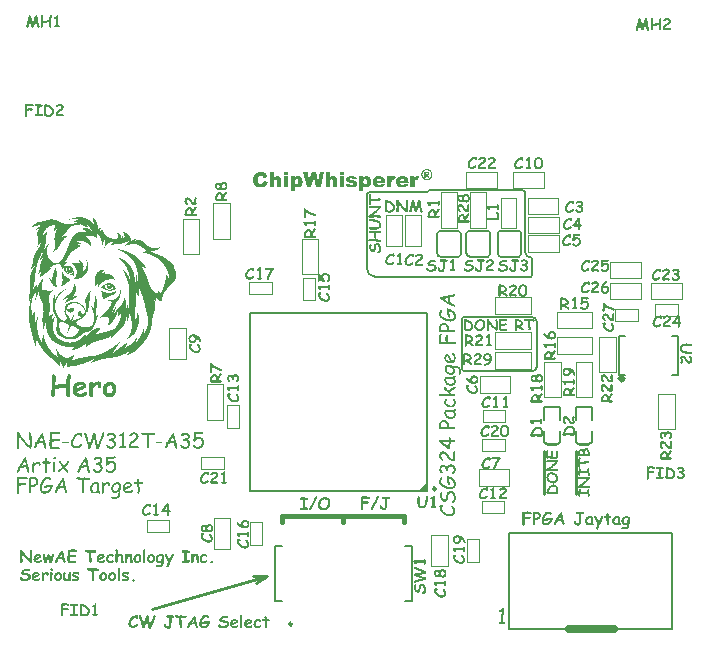
<source format=gto>
G04*
G04 #@! TF.GenerationSoftware,Altium Limited,Altium Designer,23.3.1 (30)*
G04*
G04 Layer_Color=65535*
%FSLAX45Y45*%
%MOMM*%
G71*
G04*
G04 #@! TF.SameCoordinates,3C985EEB-511E-42A5-9B31-B82869618DE1*
G04*
G04*
G04 #@! TF.FilePolarity,Positive*
G04*
G01*
G75*
%ADD10C,0.12700*%
%ADD11C,0.25000*%
%ADD12C,0.40000*%
%ADD13C,0.20320*%
%ADD14C,0.20000*%
%ADD15C,0.25400*%
%ADD16C,0.38100*%
%ADD17C,0.15000*%
%ADD18C,0.10000*%
%ADD19C,0.63500*%
G36*
X9153161Y8838482D02*
X9152189D01*
Y8839453D01*
X9153161D01*
Y8838482D01*
D02*
G37*
G36*
X8145653Y8714973D02*
X8145000D01*
Y8715627D01*
X8145653D01*
Y8714973D01*
D02*
G37*
G36*
X8145000Y8714320D02*
X8144347D01*
Y8714973D01*
X8145000D01*
Y8714320D01*
D02*
G37*
G36*
X8694453Y8703867D02*
X8693800D01*
Y8704520D01*
X8694453D01*
Y8703867D01*
D02*
G37*
G36*
X8458306Y8644383D02*
X8463950D01*
Y8643949D01*
X8468726D01*
Y8643515D01*
X8473067D01*
Y8643081D01*
X8475238D01*
Y8642646D01*
X8478277D01*
Y8642212D01*
X8480882D01*
Y8641778D01*
X8482618D01*
Y8641344D01*
X8485223D01*
Y8640910D01*
X8486960D01*
Y8640476D01*
X8488696D01*
Y8640042D01*
X8490867D01*
Y8639607D01*
X8492170D01*
Y8639173D01*
X8493906D01*
Y8638739D01*
X8495643D01*
Y8638305D01*
X8496511D01*
Y8637871D01*
X8498248D01*
Y8637437D01*
X8499550D01*
Y8637002D01*
X8500853D01*
Y8636568D01*
X8502155D01*
Y8636134D01*
X8503457D01*
Y8635700D01*
X8504760D01*
Y8635266D01*
X8506062D01*
Y8634832D01*
X8506931D01*
Y8634397D01*
X8508233D01*
Y8633963D01*
X8509101D01*
Y8633529D01*
X8509970D01*
Y8633095D01*
X8511272D01*
Y8632661D01*
X8512140D01*
Y8632227D01*
X8513443D01*
Y8631793D01*
X8514311D01*
Y8631358D01*
X8515179D01*
Y8630924D01*
X8516048D01*
Y8630490D01*
X8516916D01*
Y8630056D01*
X8517784D01*
Y8629622D01*
X8519087D01*
Y8629188D01*
X8519521D01*
Y8628753D01*
X8520389D01*
Y8628319D01*
X8521258D01*
Y8627885D01*
X8522126D01*
Y8627451D01*
X8522994D01*
Y8627017D01*
X8523862D01*
Y8626583D01*
X8524731D01*
Y8626149D01*
X8525599D01*
Y8625714D01*
X8526033D01*
Y8625280D01*
X8526901D01*
Y8624846D01*
X8527770D01*
Y8624412D01*
X8528204D01*
Y8623978D01*
X8529072D01*
Y8623544D01*
X8529940D01*
Y8623109D01*
X8530375D01*
Y8622675D01*
X8531243D01*
Y8622241D01*
X8531677D01*
Y8621807D01*
X8532545D01*
Y8621373D01*
X8533413D01*
Y8620939D01*
X8533848D01*
Y8620505D01*
X8534716D01*
Y8620071D01*
X8535150D01*
Y8619637D01*
X8536018D01*
Y8619202D01*
X8536452D01*
Y8618768D01*
X8536886D01*
Y8618334D01*
X8537755D01*
Y8617900D01*
X8538623D01*
Y8617466D01*
X8539057D01*
Y8617032D01*
X8539491D01*
Y8616597D01*
X8540360D01*
Y8616163D01*
X8540794D01*
Y8615729D01*
X8541228D01*
Y8615295D01*
X8541662D01*
Y8614861D01*
X8542531D01*
Y8614427D01*
X8542965D01*
Y8613993D01*
X8543833D01*
Y8613559D01*
X8544267D01*
Y8613124D01*
X8544701D01*
Y8612690D01*
X8545135D01*
Y8612256D01*
X8546004D01*
Y8611822D01*
X8546438D01*
Y8611388D01*
X8546872D01*
Y8610954D01*
X8547306D01*
Y8610519D01*
X8547740D01*
Y8610085D01*
X8548609D01*
Y8609651D01*
X8549043D01*
Y8609217D01*
X8549477D01*
Y8608783D01*
X8549911D01*
Y8608349D01*
X8550345D01*
Y8607915D01*
X8550780D01*
Y8607480D01*
X8551648D01*
Y8607046D01*
X8552082D01*
Y8606612D01*
X8552516D01*
Y8606178D01*
X8552950D01*
Y8605744D01*
X8553384D01*
Y8605310D01*
X8553819D01*
Y8604875D01*
X8554253D01*
Y8604441D01*
X8554687D01*
Y8604007D01*
X8555121D01*
Y8603573D01*
X8555555D01*
Y8603139D01*
X8555989D01*
Y8602705D01*
X8556424D01*
Y8602271D01*
X8556858D01*
Y8601836D01*
X8557292D01*
Y8601402D01*
X8557726D01*
Y8600968D01*
X8558160D01*
Y8600534D01*
X8558594D01*
Y8600100D01*
X8559028D01*
Y8599666D01*
X8559462D01*
Y8599231D01*
X8559897D01*
Y8598797D01*
X8560331D01*
Y8598363D01*
X8560765D01*
Y8597929D01*
X8561199D01*
Y8597495D01*
X8561633D01*
Y8597061D01*
X8562067D01*
Y8596627D01*
X8562502D01*
Y8596193D01*
X8562936D01*
Y8595759D01*
X8563370D01*
Y8595324D01*
X8563804D01*
Y8594890D01*
X8564238D01*
Y8594022D01*
X8564672D01*
Y8593588D01*
X8565106D01*
Y8593154D01*
X8565540D01*
Y8592719D01*
X8565974D01*
Y8592285D01*
X8566409D01*
Y8591417D01*
X8566843D01*
Y8590983D01*
X8567277D01*
Y8590549D01*
X8567711D01*
Y8590115D01*
X8568145D01*
Y8589681D01*
X8568580D01*
Y8589246D01*
X8569014D01*
Y8588812D01*
X8569448D01*
Y8587944D01*
X8569882D01*
Y8587510D01*
X8570316D01*
Y8587076D01*
X8570750D01*
Y8586642D01*
X8571184D01*
Y8585773D01*
X8572053D01*
Y8586642D01*
X8571618D01*
Y8588378D01*
X8571184D01*
Y8590983D01*
X8570750D01*
Y8594022D01*
X8570316D01*
Y8595759D01*
X8569882D01*
Y8598363D01*
X8569448D01*
Y8600968D01*
X8569014D01*
Y8603139D01*
X8568580D01*
Y8605744D01*
X8568145D01*
Y8607915D01*
X8567711D01*
Y8610519D01*
X8567277D01*
Y8613124D01*
X8566843D01*
Y8614861D01*
X8566409D01*
Y8617900D01*
X8565974D01*
Y8620505D01*
X8565540D01*
Y8622241D01*
X8565106D01*
Y8625280D01*
X8564672D01*
Y8627451D01*
X8564238D01*
Y8629622D01*
X8563804D01*
Y8632661D01*
X8563370D01*
Y8634397D01*
X8562936D01*
Y8637002D01*
X8562502D01*
Y8639173D01*
X8562936D01*
Y8638739D01*
X8563804D01*
Y8638305D01*
X8564238D01*
Y8637871D01*
X8565106D01*
Y8637437D01*
X8565974D01*
Y8637002D01*
X8566409D01*
Y8636568D01*
X8567277D01*
Y8636134D01*
X8567711D01*
Y8635700D01*
X8568580D01*
Y8635266D01*
X8569014D01*
Y8634832D01*
X8569448D01*
Y8634397D01*
X8570316D01*
Y8633963D01*
X8570750D01*
Y8633529D01*
X8571184D01*
Y8633095D01*
X8571618D01*
Y8632661D01*
X8572053D01*
Y8632227D01*
X8572921D01*
Y8631793D01*
X8573355D01*
Y8631358D01*
X8573789D01*
Y8630924D01*
X8574223D01*
Y8630490D01*
X8574658D01*
Y8630056D01*
X8575092D01*
Y8629622D01*
X8575526D01*
Y8629188D01*
X8575960D01*
Y8628753D01*
X8576394D01*
Y8628319D01*
X8576828D01*
Y8627885D01*
X8577263D01*
Y8627451D01*
X8577697D01*
Y8627017D01*
X8578131D01*
Y8626583D01*
X8578565D01*
Y8626149D01*
X8578999D01*
Y8625280D01*
X8579433D01*
Y8624846D01*
X8579867D01*
Y8624412D01*
X8580301D01*
Y8623978D01*
X8580735D01*
Y8623544D01*
X8581170D01*
Y8623109D01*
X8581604D01*
Y8622241D01*
X8582038D01*
Y8621807D01*
X8582472D01*
Y8621373D01*
X8582906D01*
Y8620939D01*
X8583340D01*
Y8620071D01*
X8583775D01*
Y8619637D01*
X8584209D01*
Y8619202D01*
X8584643D01*
Y8618334D01*
X8585077D01*
Y8617900D01*
X8585511D01*
Y8617032D01*
X8585945D01*
Y8616597D01*
X8586379D01*
Y8615729D01*
X8586813D01*
Y8615295D01*
X8587247D01*
Y8614427D01*
X8587682D01*
Y8613993D01*
X8588116D01*
Y8613124D01*
X8588550D01*
Y8612256D01*
X8588984D01*
Y8611822D01*
X8589418D01*
Y8610954D01*
X8589853D01*
Y8610085D01*
X8590287D01*
Y8609217D01*
X8590721D01*
Y8608349D01*
X8591155D01*
Y8607915D01*
X8591589D01*
Y8607046D01*
X8592023D01*
Y8606178D01*
X8592457D01*
Y8605310D01*
X8592891D01*
Y8604441D01*
X8593326D01*
Y8603573D01*
X8593760D01*
Y8602705D01*
X8594194D01*
Y8601402D01*
X8594628D01*
Y8600968D01*
X8595062D01*
Y8599666D01*
X8595496D01*
Y8598797D01*
X8595931D01*
Y8597929D01*
X8596365D01*
Y8596627D01*
X8596799D01*
Y8595759D01*
X8597233D01*
Y8594456D01*
X8597667D01*
Y8593154D01*
X8598101D01*
Y8592285D01*
X8598536D01*
Y8590983D01*
X8598970D01*
Y8589681D01*
X8599404D01*
Y8588378D01*
X8599838D01*
Y8586642D01*
X8600272D01*
Y8585773D01*
X8600706D01*
Y8584037D01*
X8601141D01*
Y8582300D01*
X8601575D01*
Y8581432D01*
X8602009D01*
Y8579261D01*
X8602443D01*
Y8577524D01*
X8602877D01*
Y8576222D01*
X8603311D01*
Y8574051D01*
X8603746D01*
Y8572314D01*
X8604180D01*
Y8570144D01*
X8604614D01*
Y8567539D01*
X8605048D01*
Y8565802D01*
X8605482D01*
Y8562763D01*
X8605916D01*
Y8560158D01*
X8606351D01*
Y8557554D01*
X8606785D01*
Y8553212D01*
X8607219D01*
Y8549739D01*
X8607653D01*
Y8544095D01*
X8608087D01*
Y8539754D01*
X8608955D01*
Y8540188D01*
X8609389D01*
Y8540622D01*
X8609824D01*
Y8541056D01*
X8610258D01*
Y8541490D01*
X8610692D01*
Y8541924D01*
X8611126D01*
Y8542359D01*
X8611560D01*
Y8542793D01*
X8612428D01*
Y8543227D01*
X8612863D01*
Y8543661D01*
X8613297D01*
Y8544095D01*
X8613731D01*
Y8544529D01*
X8614165D01*
Y8544963D01*
X8614599D01*
Y8545397D01*
X8615033D01*
Y8545832D01*
X8615467D01*
Y8546266D01*
X8615901D01*
Y8546700D01*
X8616336D01*
Y8547134D01*
X8616770D01*
Y8547568D01*
X8617204D01*
Y8548002D01*
X8617638D01*
Y8548436D01*
X8618072D01*
Y8548870D01*
X8618506D01*
Y8549305D01*
X8618940D01*
Y8549739D01*
X8619809D01*
Y8550173D01*
X8620243D01*
Y8550607D01*
X8620677D01*
Y8551041D01*
X8621111D01*
Y8551475D01*
X8621545D01*
Y8551909D01*
X8621979D01*
Y8552344D01*
X8622414D01*
Y8552778D01*
X8622848D01*
Y8553212D01*
X8623282D01*
Y8553646D01*
X8623716D01*
Y8554080D01*
X8624150D01*
Y8554514D01*
X8624584D01*
Y8554949D01*
X8625019D01*
Y8555383D01*
X8625453D01*
Y8555817D01*
X8626321D01*
Y8556685D01*
X8627189D01*
Y8557119D01*
X8627624D01*
Y8557554D01*
X8628058D01*
Y8557988D01*
X8628492D01*
Y8558422D01*
X8628926D01*
Y8558856D01*
X8629360D01*
Y8559290D01*
X8629794D01*
Y8559724D01*
X8630228D01*
Y8557554D01*
X8629794D01*
Y8554514D01*
X8629360D01*
Y8552344D01*
X8628926D01*
Y8549305D01*
X8628492D01*
Y8546700D01*
X8628058D01*
Y8544095D01*
X8627624D01*
Y8541056D01*
X8627189D01*
Y8538885D01*
X8626755D01*
Y8535846D01*
X8626321D01*
Y8532807D01*
X8625887D01*
Y8530636D01*
X8625453D01*
Y8527597D01*
X8625019D01*
Y8525426D01*
X8625453D01*
Y8525861D01*
X8625887D01*
Y8526295D01*
X8626321D01*
Y8526729D01*
X8627189D01*
Y8527163D01*
X8627624D01*
Y8527597D01*
X8628058D01*
Y8528031D01*
X8628926D01*
Y8528466D01*
X8629360D01*
Y8528900D01*
X8629794D01*
Y8529334D01*
X8630662D01*
Y8529768D01*
X8631097D01*
Y8530202D01*
X8631531D01*
Y8530636D01*
X8631965D01*
Y8531071D01*
X8632833D01*
Y8531505D01*
X8633267D01*
Y8531939D01*
X8633702D01*
Y8532373D01*
X8634570D01*
Y8532807D01*
X8635004D01*
Y8533241D01*
X8635438D01*
Y8533676D01*
X8636306D01*
Y8534110D01*
X8636740D01*
Y8534544D01*
X8637609D01*
Y8534978D01*
X8638043D01*
Y8535412D01*
X8638477D01*
Y8535846D01*
X8639345D01*
Y8536281D01*
X8639780D01*
Y8536715D01*
X8640214D01*
Y8537149D01*
X8641082D01*
Y8537583D01*
X8641516D01*
Y8538017D01*
X8641950D01*
Y8538451D01*
X8642818D01*
Y8538885D01*
X8643252D01*
Y8539319D01*
X8643687D01*
Y8539754D01*
X8644555D01*
Y8540188D01*
X8644989D01*
Y8540622D01*
X8645423D01*
Y8541056D01*
X8645857D01*
Y8541490D01*
X8647160D01*
Y8534110D01*
X8647594D01*
Y8531071D01*
X8648028D01*
Y8529334D01*
X8648462D01*
Y8527163D01*
X8648897D01*
Y8525861D01*
X8649331D01*
Y8524124D01*
X8649765D01*
Y8522822D01*
X8650199D01*
Y8521519D01*
X8650633D01*
Y8520217D01*
X8651067D01*
Y8519348D01*
X8651502D01*
Y8518480D01*
X8651936D01*
Y8517178D01*
X8652370D01*
Y8516309D01*
X8652804D01*
Y8515441D01*
X8653238D01*
Y8514139D01*
X8653672D01*
Y8513705D01*
X8654106D01*
Y8512836D01*
X8654541D01*
Y8511968D01*
X8654975D01*
Y8511100D01*
X8655409D01*
Y8510231D01*
X8655843D01*
Y8509797D01*
X8656277D01*
Y8508929D01*
X8656711D01*
Y8508061D01*
X8657146D01*
Y8507627D01*
X8657580D01*
Y8506758D01*
X8658014D01*
Y8506324D01*
X8658448D01*
Y8505456D01*
X8658882D01*
Y8505022D01*
X8659316D01*
Y8504588D01*
X8659751D01*
Y8503719D01*
X8660185D01*
Y8503285D01*
X8660619D01*
Y8502851D01*
X8661053D01*
Y8501983D01*
X8661487D01*
Y8501549D01*
X8661921D01*
Y8501114D01*
X8662355D01*
Y8500246D01*
X8662789D01*
Y8499812D01*
X8663223D01*
Y8499378D01*
X8663658D01*
Y8498944D01*
X8664092D01*
Y8498510D01*
X8664526D01*
Y8498075D01*
X8664960D01*
Y8497641D01*
X8665394D01*
Y8497207D01*
X8665828D01*
Y8496339D01*
X8666263D01*
Y8495905D01*
X8666697D01*
Y8495470D01*
X8667131D01*
Y8495036D01*
X8667565D01*
Y8494602D01*
X8667999D01*
Y8494168D01*
X8668433D01*
Y8493734D01*
X8668867D01*
Y8493300D01*
X8669736D01*
Y8492866D01*
X8670170D01*
Y8492432D01*
X8670604D01*
Y8491997D01*
X8671038D01*
Y8491563D01*
X8671472D01*
Y8491129D01*
X8671906D01*
Y8490695D01*
X8672341D01*
Y8490261D01*
X8672775D01*
Y8489827D01*
X8673643D01*
Y8489392D01*
X8674077D01*
Y8488958D01*
X8674511D01*
Y8488524D01*
X8674945D01*
Y8488090D01*
X8675379D01*
Y8487656D01*
X8676248D01*
Y8487222D01*
X8676682D01*
Y8486788D01*
X8677116D01*
Y8486354D01*
X8677984D01*
Y8485920D01*
X8678419D01*
Y8485485D01*
X8678853D01*
Y8485051D01*
X8679721D01*
Y8484617D01*
X8680155D01*
Y8484183D01*
X8681024D01*
Y8483749D01*
X8681458D01*
Y8483315D01*
X8681892D01*
Y8482880D01*
X8682760D01*
Y8482446D01*
X8683629D01*
Y8482012D01*
X8684063D01*
Y8481578D01*
X8684931D01*
Y8481144D01*
X8685365D01*
Y8480710D01*
X8686233D01*
Y8480275D01*
X8687101D01*
Y8479841D01*
X8687536D01*
Y8479407D01*
X8688404D01*
Y8478973D01*
X8689272D01*
Y8478539D01*
X8689707D01*
Y8478105D01*
X8690575D01*
Y8477671D01*
X8691443D01*
Y8477236D01*
X8692311D01*
Y8476802D01*
X8693179D01*
Y8476368D01*
X8694048D01*
Y8475934D01*
X8694916D01*
Y8475500D01*
X8695784D01*
Y8475066D01*
X8696653D01*
Y8474631D01*
X8697521D01*
Y8474197D01*
X8698389D01*
Y8473763D01*
X8699257D01*
Y8473329D01*
X8700560D01*
Y8472895D01*
X8700994D01*
Y8472461D01*
X8702297D01*
Y8472026D01*
X8703165D01*
Y8471592D01*
X8704033D01*
Y8471158D01*
X8705336D01*
Y8470724D01*
X8706204D01*
Y8470290D01*
X8707507D01*
Y8469856D01*
X8708809D01*
Y8469421D01*
X8709677D01*
Y8468987D01*
X8710980D01*
Y8468553D01*
X8712282D01*
Y8468119D01*
X8713150D01*
Y8467685D01*
X8714887D01*
Y8467251D01*
X8715755D01*
Y8466817D01*
X8717058D01*
Y8466382D01*
X8718794D01*
Y8465948D01*
X8719663D01*
Y8465514D01*
X8721399D01*
Y8465080D01*
X8722702D01*
Y8464646D01*
X8724004D01*
Y8464212D01*
X8725740D01*
Y8463778D01*
X8727043D01*
Y8463343D01*
X8728780D01*
Y8462909D01*
X8730950D01*
Y8462475D01*
X8732253D01*
Y8462041D01*
X8734424D01*
Y8461607D01*
X8736594D01*
Y8461173D01*
X8738331D01*
Y8460739D01*
X8741370D01*
Y8460305D01*
X8743975D01*
Y8459871D01*
X8749184D01*
Y8459436D01*
X8756131D01*
Y8459871D01*
X8760038D01*
Y8460305D01*
X8761775D01*
Y8460739D01*
X8763946D01*
Y8461173D01*
X8765248D01*
Y8461607D01*
X8766117D01*
Y8462041D01*
X8767419D01*
Y8462475D01*
X8767853D01*
Y8462909D01*
X8768721D01*
Y8463343D01*
X8769590D01*
Y8463778D01*
X8770024D01*
Y8464212D01*
X8770892D01*
Y8464646D01*
X8771326D01*
Y8465080D01*
X8771760D01*
Y8465514D01*
X8772195D01*
Y8465948D01*
X8772629D01*
Y8466382D01*
X8773063D01*
Y8466817D01*
X8773497D01*
Y8467685D01*
X8773931D01*
Y8468119D01*
X8774365D01*
Y8468553D01*
X8774799D01*
Y8469421D01*
X8775233D01*
Y8470290D01*
X8775667D01*
Y8471158D01*
X8776102D01*
Y8472461D01*
X8776536D01*
Y8473763D01*
X8776970D01*
Y8475934D01*
X8777404D01*
Y8478973D01*
X8777838D01*
Y8483315D01*
X8777404D01*
Y8487222D01*
X8776970D01*
Y8490261D01*
X8776536D01*
Y8491997D01*
X8776102D01*
Y8493734D01*
X8775667D01*
Y8495470D01*
X8775233D01*
Y8496773D01*
X8774799D01*
Y8498510D01*
X8774365D01*
Y8499812D01*
X8773931D01*
Y8500680D01*
X8773497D01*
Y8502417D01*
X8773063D01*
Y8503285D01*
X8772629D01*
Y8504153D01*
X8772195D01*
Y8505456D01*
X8771760D01*
Y8506324D01*
X8771326D01*
Y8507627D01*
X8770892D01*
Y8508495D01*
X8770458D01*
Y8509363D01*
X8770024D01*
Y8510666D01*
X8769590D01*
Y8511534D01*
X8769155D01*
Y8512402D01*
X8768721D01*
Y8513271D01*
X8768287D01*
Y8514139D01*
X8768721D01*
Y8513705D01*
X8770024D01*
Y8513271D01*
X8770892D01*
Y8512836D01*
X8772195D01*
Y8512402D01*
X8773063D01*
Y8511968D01*
X8773931D01*
Y8511534D01*
X8774799D01*
Y8511100D01*
X8775233D01*
Y8510666D01*
X8776102D01*
Y8510231D01*
X8776970D01*
Y8509797D01*
X8777838D01*
Y8509363D01*
X8778272D01*
Y8508929D01*
X8779141D01*
Y8508495D01*
X8779575D01*
Y8508061D01*
X8780443D01*
Y8507627D01*
X8780877D01*
Y8507193D01*
X8781746D01*
Y8506758D01*
X8782180D01*
Y8506324D01*
X8782614D01*
Y8505890D01*
X8783482D01*
Y8505456D01*
X8783916D01*
Y8505022D01*
X8784350D01*
Y8504588D01*
X8785219D01*
Y8504153D01*
X8785653D01*
Y8503719D01*
X8786087D01*
Y8503285D01*
X8786521D01*
Y8502851D01*
X8786955D01*
Y8502417D01*
X8787390D01*
Y8501983D01*
X8787824D01*
Y8501549D01*
X8788258D01*
Y8501114D01*
X8788692D01*
Y8500680D01*
X8789126D01*
Y8500246D01*
X8789560D01*
Y8499812D01*
X8789994D01*
Y8499378D01*
X8790428D01*
Y8498944D01*
X8790863D01*
Y8498510D01*
X8791297D01*
Y8498075D01*
X8791731D01*
Y8497641D01*
X8792165D01*
Y8496773D01*
X8792599D01*
Y8496339D01*
X8793033D01*
Y8495905D01*
X8793468D01*
Y8495470D01*
X8793902D01*
Y8495036D01*
X8794336D01*
Y8494168D01*
X8794770D01*
Y8493734D01*
X8795204D01*
Y8493300D01*
X8795638D01*
Y8492432D01*
X8796072D01*
Y8491997D01*
X8796506D01*
Y8491129D01*
X8796940D01*
Y8490695D01*
X8797375D01*
Y8489827D01*
X8797809D01*
Y8489392D01*
X8798243D01*
Y8488524D01*
X8798677D01*
Y8487656D01*
X8799111D01*
Y8486788D01*
X8799546D01*
Y8486354D01*
X8799980D01*
Y8485485D01*
X8800414D01*
Y8484617D01*
X8800848D01*
Y8483749D01*
X8801282D01*
Y8482880D01*
X8801716D01*
Y8482012D01*
X8802150D01*
Y8481144D01*
X8802584D01*
Y8479841D01*
X8803019D01*
Y8479407D01*
X8803453D01*
Y8478105D01*
X8803887D01*
Y8476802D01*
X8804321D01*
Y8475934D01*
X8804755D01*
Y8474631D01*
X8805189D01*
Y8473329D01*
X8805623D01*
Y8472026D01*
X8806058D01*
Y8469856D01*
X8806926D01*
Y8471592D01*
X8807360D01*
Y8475934D01*
X8807794D01*
Y8479841D01*
X8808228D01*
Y8485051D01*
X8808663D01*
Y8488524D01*
X8809097D01*
Y8492866D01*
X8809531D01*
Y8495470D01*
X8810399D01*
Y8494168D01*
X8810833D01*
Y8493300D01*
X8811268D01*
Y8492866D01*
X8811702D01*
Y8491997D01*
X8812136D01*
Y8491129D01*
X8812570D01*
Y8490261D01*
X8813004D01*
Y8489392D01*
X8813438D01*
Y8488958D01*
X8813873D01*
Y8488090D01*
X8814307D01*
Y8487222D01*
X8814741D01*
Y8486354D01*
X8815175D01*
Y8485485D01*
X8815609D01*
Y8484617D01*
X8816043D01*
Y8483749D01*
X8816478D01*
Y8482880D01*
X8816912D01*
Y8482446D01*
X8817346D01*
Y8481578D01*
X8817780D01*
Y8480710D01*
X8818214D01*
Y8479841D01*
X8818648D01*
Y8478973D01*
X8819082D01*
Y8478539D01*
X8819517D01*
Y8477671D01*
X8819951D01*
Y8476802D01*
X8820385D01*
Y8475934D01*
X8820819D01*
Y8475066D01*
X8821253D01*
Y8474197D01*
X8821687D01*
Y8473763D01*
X8822121D01*
Y8472461D01*
X8822555D01*
Y8472026D01*
X8822990D01*
Y8471158D01*
X8823424D01*
Y8470290D01*
X8823858D01*
Y8469421D01*
X8824292D01*
Y8468553D01*
X8824726D01*
Y8467685D01*
X8825160D01*
Y8467251D01*
X8825594D01*
Y8466382D01*
X8826029D01*
Y8465514D01*
X8826463D01*
Y8464646D01*
X8826897D01*
Y8463778D01*
X8827331D01*
Y8463343D01*
X8827765D01*
Y8463778D01*
X8828199D01*
Y8465080D01*
X8828633D01*
Y8466382D01*
X8829067D01*
Y8468119D01*
X8829502D01*
Y8469421D01*
X8829936D01*
Y8471592D01*
X8830370D01*
Y8475066D01*
X8830804D01*
Y8478105D01*
X8831238D01*
Y8486788D01*
X8830804D01*
Y8489827D01*
X8830370D01*
Y8492866D01*
X8829936D01*
Y8494602D01*
X8829502D01*
Y8495905D01*
X8829067D01*
Y8497641D01*
X8828633D01*
Y8498944D01*
X8828199D01*
Y8500246D01*
X8827765D01*
Y8501549D01*
X8827331D01*
Y8501983D01*
X8826897D01*
Y8503285D01*
X8826463D01*
Y8504153D01*
X8826029D01*
Y8505022D01*
X8825594D01*
Y8505890D01*
X8825160D01*
Y8506324D01*
X8824726D01*
Y8507193D01*
X8824292D01*
Y8508061D01*
X8823858D01*
Y8508495D01*
X8823424D01*
Y8509363D01*
X8822990D01*
Y8509797D01*
X8822555D01*
Y8510666D01*
X8822121D01*
Y8511100D01*
X8821687D01*
Y8511534D01*
X8821253D01*
Y8512402D01*
X8820819D01*
Y8512836D01*
X8820385D01*
Y8513271D01*
X8819951D01*
Y8513705D01*
X8819517D01*
Y8514573D01*
X8819082D01*
Y8515007D01*
X8818648D01*
Y8515441D01*
X8818214D01*
Y8515875D01*
X8817780D01*
Y8516309D01*
X8817346D01*
Y8516743D01*
X8816912D01*
Y8517178D01*
X8816478D01*
Y8517612D01*
X8816043D01*
Y8518046D01*
X8815609D01*
Y8518480D01*
X8815175D01*
Y8518914D01*
X8814307D01*
Y8519783D01*
X8819517D01*
Y8519348D01*
X8822555D01*
Y8518914D01*
X8825160D01*
Y8518480D01*
X8828199D01*
Y8518046D01*
X8829502D01*
Y8517612D01*
X8831672D01*
Y8517178D01*
X8832975D01*
Y8516743D01*
X8834277D01*
Y8516309D01*
X8836014D01*
Y8515875D01*
X8836882D01*
Y8515441D01*
X8838185D01*
Y8515007D01*
X8839487D01*
Y8514573D01*
X8840355D01*
Y8514139D01*
X8841658D01*
Y8513705D01*
X8842526D01*
Y8513271D01*
X8843395D01*
Y8512836D01*
X8844697D01*
Y8512402D01*
X8845131D01*
Y8511968D01*
X8845999D01*
Y8511534D01*
X8846867D01*
Y8511100D01*
X8847736D01*
Y8510666D01*
X8848604D01*
Y8510231D01*
X8849473D01*
Y8509797D01*
X8849907D01*
Y8509363D01*
X8850775D01*
Y8508929D01*
X8851643D01*
Y8508495D01*
X8852077D01*
Y8508061D01*
X8852945D01*
Y8507627D01*
X8853380D01*
Y8507193D01*
X8854248D01*
Y8506758D01*
X8854682D01*
Y8506324D01*
X8855116D01*
Y8505890D01*
X8855985D01*
Y8505456D01*
X8856419D01*
Y8505022D01*
X8856853D01*
Y8504588D01*
X8857721D01*
Y8504153D01*
X8858155D01*
Y8503719D01*
X8858589D01*
Y8503285D01*
X8859024D01*
Y8502851D01*
X8859458D01*
Y8502417D01*
X8860326D01*
Y8501983D01*
X8860760D01*
Y8501549D01*
X8861194D01*
Y8501114D01*
X8861629D01*
Y8500680D01*
X8862063D01*
Y8500246D01*
X8862497D01*
Y8499812D01*
X8862931D01*
Y8499378D01*
X8863365D01*
Y8498944D01*
X8863799D01*
Y8498510D01*
X8864234D01*
Y8498075D01*
X8864668D01*
Y8497641D01*
X8865102D01*
Y8497207D01*
X8865536D01*
Y8496773D01*
X8865970D01*
Y8496339D01*
X8866404D01*
Y8495905D01*
X8866839D01*
Y8495470D01*
X8867273D01*
Y8494602D01*
X8867707D01*
Y8494168D01*
X8868141D01*
Y8493734D01*
X8868575D01*
Y8492866D01*
X8869009D01*
Y8492432D01*
X8869443D01*
Y8491997D01*
X8869878D01*
Y8491563D01*
X8870312D01*
Y8490695D01*
X8870746D01*
Y8490261D01*
X8871180D01*
Y8489827D01*
X8871614D01*
Y8488958D01*
X8872048D01*
Y8488090D01*
X8872482D01*
Y8487656D01*
X8872916D01*
Y8486788D01*
X8873351D01*
Y8486354D01*
X8873785D01*
Y8485485D01*
X8874219D01*
Y8485051D01*
X8874653D01*
Y8484183D01*
X8875087D01*
Y8483315D01*
X8875521D01*
Y8482446D01*
X8875956D01*
Y8482012D01*
X8876390D01*
Y8481144D01*
X8876824D01*
Y8480275D01*
X8877258D01*
Y8479407D01*
X8877692D01*
Y8478539D01*
X8878126D01*
Y8477671D01*
X8878560D01*
Y8476802D01*
X8878994D01*
Y8475500D01*
X8879429D01*
Y8475066D01*
X8879863D01*
Y8473763D01*
X8880297D01*
Y8472461D01*
X8880731D01*
Y8471592D01*
X8881165D01*
Y8470290D01*
X8881599D01*
Y8469421D01*
X8882034D01*
Y8468119D01*
X8882468D01*
Y8466382D01*
X8882902D01*
Y8465514D01*
X8883336D01*
Y8463778D01*
X8883770D01*
Y8462475D01*
X8884204D01*
Y8461173D01*
X8884638D01*
Y8459002D01*
X8885072D01*
Y8457700D01*
X8885507D01*
Y8455529D01*
X8885941D01*
Y8453358D01*
X8886375D01*
Y8451622D01*
X8886809D01*
Y8448583D01*
X8887243D01*
Y8446412D01*
X8888546D01*
Y8446846D01*
X8889848D01*
Y8447280D01*
X8890717D01*
Y8447714D01*
X8892019D01*
Y8448148D01*
X8893321D01*
Y8448583D01*
X8894190D01*
Y8449017D01*
X8895492D01*
Y8449451D01*
X8896795D01*
Y8449885D01*
X8897663D01*
Y8450319D01*
X8898965D01*
Y8450753D01*
X8899834D01*
Y8451188D01*
X8901136D01*
Y8451622D01*
X8902438D01*
Y8452056D01*
X8903307D01*
Y8452490D01*
X8904609D01*
Y8452924D01*
X8905911D01*
Y8453358D01*
X8906780D01*
Y8453793D01*
X8908082D01*
Y8454227D01*
X8908950D01*
Y8454661D01*
X8910253D01*
Y8455095D01*
X8911555D01*
Y8455529D01*
X8912424D01*
Y8455963D01*
X8913726D01*
Y8456397D01*
X8915029D01*
Y8456831D01*
X8915897D01*
Y8457266D01*
X8917199D01*
Y8457700D01*
X8918068D01*
Y8458134D01*
X8919370D01*
Y8458568D01*
X8920673D01*
Y8459002D01*
X8921541D01*
Y8459436D01*
X8922843D01*
Y8459871D01*
X8924146D01*
Y8460305D01*
X8925014D01*
Y8460739D01*
X8926317D01*
Y8461173D01*
X8927185D01*
Y8461607D01*
X8928487D01*
Y8462041D01*
X8929790D01*
Y8462475D01*
X8930658D01*
Y8462909D01*
X8931961D01*
Y8463343D01*
X8932829D01*
Y8463778D01*
X8934131D01*
Y8463343D01*
X8933697D01*
Y8462909D01*
X8933263D01*
Y8462475D01*
X8932829D01*
Y8462041D01*
X8932395D01*
Y8461607D01*
X8931961D01*
Y8460739D01*
X8931526D01*
Y8460305D01*
X8931092D01*
Y8459871D01*
X8930658D01*
Y8459436D01*
X8930224D01*
Y8459002D01*
X8929790D01*
Y8458568D01*
X8929356D01*
Y8458134D01*
X8928921D01*
Y8457700D01*
X8928487D01*
Y8456831D01*
X8928053D01*
Y8456397D01*
X8927619D01*
Y8455963D01*
X8927185D01*
Y8455529D01*
X8926751D01*
Y8455095D01*
X8926317D01*
Y8454661D01*
X8925883D01*
Y8454227D01*
X8925448D01*
Y8453793D01*
X8925014D01*
Y8452924D01*
X8924580D01*
Y8452490D01*
X8924146D01*
Y8452056D01*
X8923712D01*
Y8451622D01*
X8923278D01*
Y8451188D01*
X8922843D01*
Y8450753D01*
X8922409D01*
Y8450319D01*
X8921975D01*
Y8449885D01*
X8921541D01*
Y8449017D01*
X8921107D01*
Y8448583D01*
X8920673D01*
Y8448148D01*
X8920239D01*
Y8447714D01*
X8919804D01*
Y8447280D01*
X8919370D01*
Y8446846D01*
X8918936D01*
Y8446412D01*
X8918502D01*
Y8445978D01*
X8918068D01*
Y8445109D01*
X8917634D01*
Y8444675D01*
X8917199D01*
Y8444241D01*
X8916765D01*
Y8443807D01*
X8916331D01*
Y8443373D01*
X8915897D01*
Y8442939D01*
X8915463D01*
Y8442505D01*
X8915029D01*
Y8442070D01*
X8914594D01*
Y8441636D01*
X8914160D01*
Y8440768D01*
X8913726D01*
Y8440334D01*
X8914594D01*
Y8440768D01*
X8915029D01*
Y8441202D01*
X8915897D01*
Y8441636D01*
X8916765D01*
Y8442070D01*
X8917634D01*
Y8442505D01*
X8918502D01*
Y8442939D01*
X8918936D01*
Y8443373D01*
X8920239D01*
Y8443807D01*
X8921107D01*
Y8444241D01*
X8921975D01*
Y8444675D01*
X8923278D01*
Y8445109D01*
X8924146D01*
Y8445543D01*
X8925014D01*
Y8445978D01*
X8926317D01*
Y8446412D01*
X8927619D01*
Y8446846D01*
X8928921D01*
Y8447280D01*
X8930224D01*
Y8447714D01*
X8931961D01*
Y8448148D01*
X8933697D01*
Y8448583D01*
X8935433D01*
Y8449017D01*
X8938039D01*
Y8449451D01*
X8940643D01*
Y8449885D01*
X8944117D01*
Y8450319D01*
X8954102D01*
Y8449885D01*
X8957575D01*
Y8449451D01*
X8960614D01*
Y8449017D01*
X8963219D01*
Y8448583D01*
X8964521D01*
Y8448148D01*
X8966692D01*
Y8447714D01*
X8968429D01*
Y8447280D01*
X8969297D01*
Y8446846D01*
X8971034D01*
Y8446412D01*
X8971902D01*
Y8445978D01*
X8973205D01*
Y8445543D01*
X8974507D01*
Y8445109D01*
X8975375D01*
Y8444675D01*
X8976678D01*
Y8444241D01*
X8977546D01*
Y8443807D01*
X8978414D01*
Y8443373D01*
X8979717D01*
Y8442939D01*
X8980151D01*
Y8442505D01*
X8981019D01*
Y8442070D01*
X8981887D01*
Y8441636D01*
X8982756D01*
Y8441202D01*
X8983624D01*
Y8440768D01*
X8984492D01*
Y8440334D01*
X8984926D01*
Y8439900D01*
X8985795D01*
Y8439465D01*
X8986663D01*
Y8439031D01*
X8987097D01*
Y8438597D01*
X8987965D01*
Y8438163D01*
X8988399D01*
Y8437729D01*
X8989268D01*
Y8437295D01*
X8990136D01*
Y8436861D01*
X8990570D01*
Y8436427D01*
X8991438D01*
Y8435993D01*
X8991873D01*
Y8435558D01*
X8992307D01*
Y8435124D01*
X8993175D01*
Y8434690D01*
X8993609D01*
Y8434256D01*
X8994478D01*
Y8433822D01*
X8994912D01*
Y8433388D01*
X8995346D01*
Y8432953D01*
X8995780D01*
Y8432519D01*
X8996648D01*
Y8432085D01*
X8997083D01*
Y8431651D01*
X8997517D01*
Y8431217D01*
X8997951D01*
Y8430783D01*
X8998819D01*
Y8430349D01*
X8999253D01*
Y8429915D01*
X8999687D01*
Y8429480D01*
X9000121D01*
Y8429046D01*
X9000556D01*
Y8428612D01*
X9000990D01*
Y8428178D01*
X9001858D01*
Y8427744D01*
X9002292D01*
Y8427310D01*
X9002726D01*
Y8426875D01*
X9003161D01*
Y8426441D01*
X9003595D01*
Y8426007D01*
X9004029D01*
Y8425573D01*
X9004463D01*
Y8425139D01*
X9004897D01*
Y8424705D01*
X9005331D01*
Y8424270D01*
X9005765D01*
Y8423836D01*
X9006199D01*
Y8423402D01*
X9006633D01*
Y8422968D01*
X9007068D01*
Y8422534D01*
X9007502D01*
Y8422100D01*
X9007936D01*
Y8421665D01*
X9008370D01*
Y8421231D01*
X9008804D01*
Y8420797D01*
X9009239D01*
Y8420363D01*
X9009673D01*
Y8419929D01*
X9010107D01*
Y8419495D01*
X9010541D01*
Y8419060D01*
X9010975D01*
Y8418192D01*
X9011409D01*
Y8417758D01*
X9011843D01*
Y8417324D01*
X9012277D01*
Y8416890D01*
X9012711D01*
Y8416456D01*
X9013146D01*
Y8416022D01*
X9013580D01*
Y8415587D01*
X9014014D01*
Y8415153D01*
X9014448D01*
Y8414285D01*
X9015316D01*
Y8413416D01*
X9015751D01*
Y8412982D01*
X9016185D01*
Y8412548D01*
X9016619D01*
Y8412114D01*
X9017053D01*
Y8411680D01*
X9017487D01*
Y8411246D01*
X9017921D01*
Y8410812D01*
X9018356D01*
Y8410378D01*
X9018790D01*
Y8409944D01*
X9019224D01*
Y8409509D01*
X9019658D01*
Y8409075D01*
X9020092D01*
Y8408641D01*
X9020961D01*
Y8408207D01*
X9021395D01*
Y8407773D01*
X9021829D01*
Y8407339D01*
X9022263D01*
Y8406904D01*
X9022697D01*
Y8406470D01*
X9023131D01*
Y8406036D01*
X9023565D01*
Y8405602D01*
X9024000D01*
Y8405168D01*
X9024868D01*
Y8404734D01*
X9025302D01*
Y8404300D01*
X9025736D01*
Y8403866D01*
X9026170D01*
Y8403432D01*
X9026605D01*
Y8402997D01*
X9027039D01*
Y8402563D01*
X9027907D01*
Y8402129D01*
X9028341D01*
Y8401695D01*
X9028775D01*
Y8401261D01*
X9029644D01*
Y8400826D01*
X9030078D01*
Y8400392D01*
X9030512D01*
Y8399958D01*
X9031380D01*
Y8399524D01*
X9031814D01*
Y8399090D01*
X9032682D01*
Y8398656D01*
X9033117D01*
Y8398222D01*
X9033984D01*
Y8397787D01*
X9034419D01*
Y8397353D01*
X9034853D01*
Y8396919D01*
X9035722D01*
Y8396485D01*
X9036156D01*
Y8396051D01*
X9037024D01*
Y8395617D01*
X9037892D01*
Y8395182D01*
X9038326D01*
Y8394748D01*
X9039195D01*
Y8394314D01*
X9040063D01*
Y8393880D01*
X9040497D01*
Y8393446D01*
X9041365D01*
Y8393012D01*
X9042234D01*
Y8392578D01*
X9043102D01*
Y8392143D01*
X9043970D01*
Y8391709D01*
X9044838D01*
Y8391275D01*
X9045707D01*
Y8390841D01*
X9046575D01*
Y8390407D01*
X9047443D01*
Y8389973D01*
X9048746D01*
Y8389538D01*
X9049180D01*
Y8389104D01*
X9050483D01*
Y8388670D01*
X9051351D01*
Y8388236D01*
X9052219D01*
Y8387802D01*
X9053522D01*
Y8387368D01*
X9054390D01*
Y8386934D01*
X9055692D01*
Y8386500D01*
X9057429D01*
Y8386066D01*
X9058297D01*
Y8385631D01*
X9060034D01*
Y8385197D01*
X9061336D01*
Y8384763D01*
X9062638D01*
Y8384329D01*
X9064809D01*
Y8383895D01*
X9066112D01*
Y8383461D01*
X9068282D01*
Y8383027D01*
X9070887D01*
Y8382592D01*
X9073058D01*
Y8382158D01*
X9076097D01*
Y8381724D01*
X9080873D01*
Y8381290D01*
X9096068D01*
Y8381724D01*
X9100844D01*
Y8382158D01*
X9104751D01*
Y8382592D01*
X9106488D01*
Y8383027D01*
X9109526D01*
Y8383461D01*
X9111697D01*
Y8383895D01*
X9113000D01*
Y8384329D01*
X9115170D01*
Y8384763D01*
X9116907D01*
Y8385197D01*
X9118209D01*
Y8385631D01*
X9119946D01*
Y8386066D01*
X9121248D01*
Y8386500D01*
X9122551D01*
Y8386934D01*
X9123853D01*
Y8387368D01*
X9125156D01*
Y8387802D01*
X9126458D01*
Y8388236D01*
X9127326D01*
Y8388670D01*
X9128629D01*
Y8387802D01*
X9128195D01*
Y8387368D01*
X9127761D01*
Y8386500D01*
X9127326D01*
Y8386066D01*
X9126892D01*
Y8385631D01*
X9126458D01*
Y8384763D01*
X9126024D01*
Y8384329D01*
X9125590D01*
Y8383895D01*
X9125156D01*
Y8383027D01*
X9124722D01*
Y8382592D01*
X9124287D01*
Y8382158D01*
X9123853D01*
Y8381724D01*
X9123419D01*
Y8381290D01*
X9122985D01*
Y8380856D01*
X9122551D01*
Y8380422D01*
X9122117D01*
Y8379988D01*
X9121682D01*
Y8379553D01*
X9121248D01*
Y8379119D01*
X9120814D01*
Y8378685D01*
X9120380D01*
Y8378251D01*
X9119946D01*
Y8377817D01*
X9119512D01*
Y8377383D01*
X9119078D01*
Y8376949D01*
X9118643D01*
Y8376514D01*
X9118209D01*
Y8376080D01*
X9117341D01*
Y8375212D01*
X9116472D01*
Y8374778D01*
X9116038D01*
Y8374344D01*
X9115604D01*
Y8373909D01*
X9114736D01*
Y8373475D01*
X9114302D01*
Y8373041D01*
X9113868D01*
Y8372607D01*
X9113000D01*
Y8372173D01*
X9112565D01*
Y8371739D01*
X9111697D01*
Y8371305D01*
X9111263D01*
Y8370870D01*
X9110829D01*
Y8370436D01*
X9109960D01*
Y8370002D01*
X9109092D01*
Y8369568D01*
X9108224D01*
Y8369134D01*
X9107356D01*
Y8368700D01*
X9106922D01*
Y8368265D01*
X9106053D01*
Y8367831D01*
X9105185D01*
Y8367397D01*
X9104317D01*
Y8366963D01*
X9103449D01*
Y8366529D01*
X9102580D01*
Y8366095D01*
X9101712D01*
Y8365660D01*
X9100409D01*
Y8365226D01*
X9099541D01*
Y8364792D01*
X9098239D01*
Y8364358D01*
X9096936D01*
Y8363924D01*
X9095634D01*
Y8363490D01*
X9093897D01*
Y8363055D01*
X9092595D01*
Y8362621D01*
X9090858D01*
Y8362187D01*
X9088687D01*
Y8361753D01*
X9087385D01*
Y8361319D01*
X9083911D01*
Y8360885D01*
X9080439D01*
Y8360451D01*
X9073492D01*
Y8360017D01*
X9070887D01*
Y8360451D01*
X9064375D01*
Y8360885D01*
X9060034D01*
Y8361319D01*
X9056560D01*
Y8361753D01*
X9054390D01*
Y8362187D01*
X9051785D01*
Y8362621D01*
X9050048D01*
Y8363055D01*
X9048312D01*
Y8363490D01*
X9046141D01*
Y8363924D01*
X9045273D01*
Y8363490D01*
X9045707D01*
Y8363055D01*
X9046141D01*
Y8362621D01*
X9047009D01*
Y8362187D01*
X9047878D01*
Y8361753D01*
X9048312D01*
Y8361319D01*
X9049180D01*
Y8360885D01*
X9049614D01*
Y8360451D01*
X9050048D01*
Y8360017D01*
X9050917D01*
Y8359582D01*
X9051785D01*
Y8359148D01*
X9052219D01*
Y8358714D01*
X9053088D01*
Y8358280D01*
X9053522D01*
Y8357846D01*
X9054390D01*
Y8357412D01*
X9055258D01*
Y8356977D01*
X9055692D01*
Y8356543D01*
X9056560D01*
Y8356109D01*
X9056995D01*
Y8355675D01*
X9057863D01*
Y8355241D01*
X9058731D01*
Y8354807D01*
X9059166D01*
Y8354373D01*
X9060034D01*
Y8353939D01*
X9060902D01*
Y8353505D01*
X9061770D01*
Y8353070D01*
X9062638D01*
Y8352636D01*
X9063073D01*
Y8352202D01*
X9063941D01*
Y8351768D01*
X9064809D01*
Y8351334D01*
X9065243D01*
Y8350899D01*
X9066112D01*
Y8350465D01*
X9066980D01*
Y8350031D01*
X9067848D01*
Y8349597D01*
X9068716D01*
Y8349163D01*
X9069151D01*
Y8348729D01*
X9070019D01*
Y8348295D01*
X9071321D01*
Y8347861D01*
X9071756D01*
Y8347427D01*
X9072624D01*
Y8346992D01*
X9073492D01*
Y8346558D01*
X9074361D01*
Y8346124D01*
X9075229D01*
Y8345690D01*
X9075663D01*
Y8345256D01*
X9076531D01*
Y8344822D01*
X9077834D01*
Y8344387D01*
X9078268D01*
Y8343953D01*
X9079136D01*
Y8343519D01*
X9080005D01*
Y8343085D01*
X9080873D01*
Y8342651D01*
X9082175D01*
Y8342217D01*
X9082609D01*
Y8341782D01*
X9083478D01*
Y8341348D01*
X9084780D01*
Y8340914D01*
X9085214D01*
Y8340480D01*
X9086517D01*
Y8340046D01*
X9087385D01*
Y8339612D01*
X9087819D01*
Y8339178D01*
X9089122D01*
Y8338744D01*
X9089989D01*
Y8338309D01*
X9090858D01*
Y8337875D01*
X9091727D01*
Y8337441D01*
X9092595D01*
Y8337007D01*
X9093463D01*
Y8336573D01*
X9094765D01*
Y8336139D01*
X9095199D01*
Y8335704D01*
X9096502D01*
Y8335270D01*
X9097370D01*
Y8334836D01*
X9098239D01*
Y8334402D01*
X9099541D01*
Y8333968D01*
X9099975D01*
Y8333534D01*
X9101278D01*
Y8333100D01*
X9102146D01*
Y8332666D01*
X9103014D01*
Y8332231D01*
X9104317D01*
Y8331797D01*
X9105185D01*
Y8331363D01*
X9106053D01*
Y8330929D01*
X9107356D01*
Y8330495D01*
X9108224D01*
Y8330061D01*
X9109526D01*
Y8329626D01*
X9110395D01*
Y8329192D01*
X9111263D01*
Y8328758D01*
X9112565D01*
Y8328324D01*
X9113434D01*
Y8327890D01*
X9114302D01*
Y8327456D01*
X9115604D01*
Y8327022D01*
X9116472D01*
Y8326588D01*
X9117775D01*
Y8326154D01*
X9118643D01*
Y8325719D01*
X9119946D01*
Y8325285D01*
X9121248D01*
Y8324851D01*
X9122117D01*
Y8324417D01*
X9122985D01*
Y8323983D01*
X9124287D01*
Y8323549D01*
X9125156D01*
Y8323114D01*
X9126458D01*
Y8322680D01*
X9127761D01*
Y8322246D01*
X9128629D01*
Y8321812D01*
X9129931D01*
Y8321378D01*
X9131234D01*
Y8320944D01*
X9132102D01*
Y8320509D01*
X9133405D01*
Y8320075D01*
X9134707D01*
Y8319641D01*
X9136010D01*
Y8319207D01*
X9137312D01*
Y8318773D01*
X9138180D01*
Y8318339D01*
X9139483D01*
Y8317904D01*
X9140351D01*
Y8317470D01*
X9141654D01*
Y8317036D01*
X9142956D01*
Y8316602D01*
X9143824D01*
Y8316168D01*
X9145126D01*
Y8315734D01*
X9145995D01*
Y8315299D01*
X9146863D01*
Y8314865D01*
X9148165D01*
Y8314431D01*
X9149034D01*
Y8313997D01*
X9149902D01*
Y8313563D01*
X9151205D01*
Y8313129D01*
X9151639D01*
Y8312694D01*
X9152941D01*
Y8312260D01*
X9153809D01*
Y8311826D01*
X9154244D01*
Y8311392D01*
X9155546D01*
Y8310958D01*
X9155980D01*
Y8310524D01*
X9156849D01*
Y8310090D01*
X9158151D01*
Y8309655D01*
X9158585D01*
Y8309221D01*
X9159453D01*
Y8308787D01*
X9160322D01*
Y8308353D01*
X9161190D01*
Y8307919D01*
X9162058D01*
Y8307485D01*
X9162492D01*
Y8307050D01*
X9163361D01*
Y8306616D01*
X9164229D01*
Y8306182D01*
X9164663D01*
Y8305748D01*
X9165531D01*
Y8305314D01*
X9166399D01*
Y8304880D01*
X9166834D01*
Y8304446D01*
X9168136D01*
Y8304012D01*
X9168570D01*
Y8303578D01*
X9169439D01*
Y8303143D01*
X9169873D01*
Y8302709D01*
X9170741D01*
Y8302275D01*
X9171175D01*
Y8301841D01*
X9172043D01*
Y8301407D01*
X9172478D01*
Y8300973D01*
X9173346D01*
Y8300539D01*
X9174214D01*
Y8300104D01*
X9174648D01*
Y8299670D01*
X9175517D01*
Y8299236D01*
X9175951D01*
Y8298802D01*
X9176819D01*
Y8298368D01*
X9177253D01*
Y8297934D01*
X9177687D01*
Y8297500D01*
X9178556D01*
Y8297065D01*
X9178990D01*
Y8296631D01*
X9179858D01*
Y8296197D01*
X9180292D01*
Y8295763D01*
X9181161D01*
Y8295329D01*
X9181595D01*
Y8294895D01*
X9182463D01*
Y8294461D01*
X9182897D01*
Y8294026D01*
X9183332D01*
Y8293592D01*
X9184200D01*
Y8293158D01*
X9184634D01*
Y8292724D01*
X9185502D01*
Y8292290D01*
X9185937D01*
Y8291856D01*
X9186371D01*
Y8291421D01*
X9187239D01*
Y8290987D01*
X9187673D01*
Y8290553D01*
X9188107D01*
Y8290119D01*
X9188976D01*
Y8289685D01*
X9189410D01*
Y8289251D01*
X9189843D01*
Y8288817D01*
X9190278D01*
Y8288382D01*
X9191146D01*
Y8287948D01*
X9191580D01*
Y8287514D01*
X9192014D01*
Y8287080D01*
X9192882D01*
Y8286646D01*
X9193316D01*
Y8286212D01*
X9193751D01*
Y8285777D01*
X9194619D01*
Y8285343D01*
X9195053D01*
Y8284909D01*
X9195488D01*
Y8284475D01*
X9195922D01*
Y8284041D01*
X9196355D01*
Y8283607D01*
X9197224D01*
Y8283173D01*
X9197658D01*
Y8282739D01*
X9198092D01*
Y8282304D01*
X9198526D01*
Y8281870D01*
X9199395D01*
Y8281436D01*
X9199829D01*
Y8281002D01*
X9200263D01*
Y8280568D01*
X9200697D01*
Y8280134D01*
X9201566D01*
Y8279699D01*
X9202000D01*
Y8279265D01*
X9202434D01*
Y8278831D01*
X9202868D01*
Y8278397D01*
X9203302D01*
Y8277963D01*
X9203736D01*
Y8277529D01*
X9204605D01*
Y8277095D01*
X9205039D01*
Y8276661D01*
X9205473D01*
Y8276227D01*
X9205907D01*
Y8275792D01*
X9206341D01*
Y8275358D01*
X9206775D01*
Y8274924D01*
X9207210D01*
Y8274490D01*
X9208078D01*
Y8274056D01*
X9208512D01*
Y8273622D01*
X9208946D01*
Y8273187D01*
X9209380D01*
Y8272753D01*
X9209814D01*
Y8272319D01*
X9210249D01*
Y8271885D01*
X9211117D01*
Y8271017D01*
X9211985D01*
Y8270583D01*
X9212419D01*
Y8270148D01*
X9212854D01*
Y8269714D01*
X9213288D01*
Y8269280D01*
X9213722D01*
Y8268846D01*
X9214156D01*
Y8268412D01*
X9214590D01*
Y8267978D01*
X9215024D01*
Y8267543D01*
X9215892D01*
Y8267109D01*
X9216326D01*
Y8266675D01*
X9216761D01*
Y8266241D01*
X9217195D01*
Y8265807D01*
X9217629D01*
Y8265373D01*
X9218063D01*
Y8264938D01*
X9218497D01*
Y8264504D01*
X9218932D01*
Y8264070D01*
X9219366D01*
Y8263636D01*
X9219800D01*
Y8263202D01*
X9220234D01*
Y8262768D01*
X9220668D01*
Y8262334D01*
X9221102D01*
Y8261899D01*
X9221536D01*
Y8261465D01*
X9221970D01*
Y8261031D01*
X9222404D01*
Y8260597D01*
X9222839D01*
Y8260163D01*
X9223273D01*
Y8259729D01*
X9223707D01*
Y8259294D01*
X9224141D01*
Y8258860D01*
X9224575D01*
Y8258426D01*
X9225009D01*
Y8257992D01*
X9225878D01*
Y8257124D01*
X9226312D01*
Y8256690D01*
X9227180D01*
Y8255821D01*
X9228048D01*
Y8255388D01*
X9228483D01*
Y8254519D01*
X9229351D01*
Y8254085D01*
X9229785D01*
Y8253216D01*
X9230653D01*
Y8252348D01*
X9231088D01*
Y8251914D01*
X9231522D01*
Y8251480D01*
X9231956D01*
Y8251046D01*
X9232390D01*
Y8250612D01*
X9232824D01*
Y8250178D01*
X9233258D01*
Y8249743D01*
X9233692D01*
Y8249309D01*
X9234127D01*
Y8248875D01*
X9234561D01*
Y8248441D01*
X9234995D01*
Y8248007D01*
X9235429D01*
Y8247573D01*
X9235863D01*
Y8247138D01*
X9236298D01*
Y8246704D01*
X9236731D01*
Y8246270D01*
X9237165D01*
Y8245836D01*
X9237600D01*
Y8245402D01*
X9238034D01*
Y8244968D01*
X9238468D01*
Y8244534D01*
X9238902D01*
Y8244100D01*
X9239337D01*
Y8243665D01*
X9239770D01*
Y8243231D01*
X9240205D01*
Y8242797D01*
X9240639D01*
Y8242363D01*
X9241073D01*
Y8241929D01*
X9241507D01*
Y8241060D01*
X9241941D01*
Y8240626D01*
X9242375D01*
Y8240192D01*
X9242809D01*
Y8239758D01*
X9243243D01*
Y8239324D01*
X9243677D01*
Y8238890D01*
X9244112D01*
Y8238456D01*
X9244546D01*
Y8238021D01*
X9244980D01*
Y8237587D01*
X9245415D01*
Y8237153D01*
X9245849D01*
Y8236285D01*
X9246282D01*
Y8235851D01*
X9246717D01*
Y8235416D01*
X9247151D01*
Y8234982D01*
X9247585D01*
Y8234548D01*
X9248019D01*
Y8234114D01*
X9248453D01*
Y8233680D01*
X9248888D01*
Y8233246D01*
X9249321D01*
Y8232377D01*
X9249756D01*
Y8231943D01*
X9250190D01*
Y8231509D01*
X9250624D01*
Y8231075D01*
X9251058D01*
Y8230641D01*
X9251493D01*
Y8230207D01*
X9251927D01*
Y8229772D01*
X9252361D01*
Y8229338D01*
X9252795D01*
Y8228470D01*
X9253229D01*
Y8228036D01*
X9253663D01*
Y8227602D01*
X9254097D01*
Y8227168D01*
X9254531D01*
Y8226734D01*
X9254966D01*
Y8225865D01*
X9255400D01*
Y8225431D01*
X9255834D01*
Y8224997D01*
X9256268D01*
Y8224563D01*
X9256702D01*
Y8224129D01*
X9257136D01*
Y8223695D01*
X9257571D01*
Y8222826D01*
X9258005D01*
Y8222392D01*
X9258439D01*
Y8221958D01*
X9258873D01*
Y8221524D01*
X9259307D01*
Y8221090D01*
X9259741D01*
Y8220222D01*
X9260175D01*
Y8219787D01*
X9260610D01*
Y8219353D01*
X9261044D01*
Y8218919D01*
X9261478D01*
Y8218485D01*
X9261912D01*
Y8217617D01*
X9262346D01*
Y8217183D01*
X9262780D01*
Y8216748D01*
X9263215D01*
Y8216314D01*
X9262346D01*
Y8216748D01*
X9261478D01*
Y8217183D01*
X9261044D01*
Y8217617D01*
X9260175D01*
Y8218051D01*
X9259741D01*
Y8218485D01*
X9258873D01*
Y8218919D01*
X9258005D01*
Y8219353D01*
X9257571D01*
Y8219787D01*
X9256702D01*
Y8220222D01*
X9255834D01*
Y8220656D01*
X9255400D01*
Y8221090D01*
X9254531D01*
Y8221524D01*
X9254097D01*
Y8221958D01*
X9253229D01*
Y8222392D01*
X9252361D01*
Y8222826D01*
X9251927D01*
Y8223260D01*
X9251058D01*
Y8223695D01*
X9250624D01*
Y8224129D01*
X9249756D01*
Y8224563D01*
X9248888D01*
Y8224997D01*
X9248453D01*
Y8225431D01*
X9247585D01*
Y8225865D01*
X9247151D01*
Y8226300D01*
X9246282D01*
Y8226734D01*
X9245415D01*
Y8227168D01*
X9244980D01*
Y8227602D01*
X9244112D01*
Y8228036D01*
X9243677D01*
Y8228470D01*
X9242809D01*
Y8228904D01*
X9242375D01*
Y8228036D01*
X9242809D01*
Y8227602D01*
X9243243D01*
Y8226734D01*
X9243677D01*
Y8225865D01*
X9244112D01*
Y8225431D01*
X9244546D01*
Y8224563D01*
X9244980D01*
Y8224129D01*
X9245415D01*
Y8223695D01*
X9245849D01*
Y8222826D01*
X9246282D01*
Y8221958D01*
X9246717D01*
Y8221524D01*
X9247151D01*
Y8220656D01*
X9247585D01*
Y8219787D01*
X9248019D01*
Y8218919D01*
X9248453D01*
Y8218485D01*
X9248888D01*
Y8217617D01*
X9249321D01*
Y8216748D01*
X9249756D01*
Y8216314D01*
X9250190D01*
Y8215446D01*
X9250624D01*
Y8214578D01*
X9251058D01*
Y8213709D01*
X9251493D01*
Y8212841D01*
X9251927D01*
Y8211973D01*
X9252361D01*
Y8211104D01*
X9252795D01*
Y8210236D01*
X9253229D01*
Y8209368D01*
X9253663D01*
Y8208499D01*
X9254097D01*
Y8207631D01*
X9254531D01*
Y8207197D01*
X9254966D01*
Y8205894D01*
X9255400D01*
Y8205027D01*
X9255834D01*
Y8204158D01*
X9256268D01*
Y8202855D01*
X9256702D01*
Y8202421D01*
X9257136D01*
Y8201119D01*
X9257571D01*
Y8200251D01*
X9258005D01*
Y8199382D01*
X9258439D01*
Y8198080D01*
X9258873D01*
Y8197211D01*
X9259307D01*
Y8196343D01*
X9259741D01*
Y8195041D01*
X9260175D01*
Y8194173D01*
X9260610D01*
Y8192870D01*
X9261044D01*
Y8191568D01*
X9261478D01*
Y8190699D01*
X9261912D01*
Y8189397D01*
X9262346D01*
Y8188095D01*
X9262780D01*
Y8186792D01*
X9263215D01*
Y8185490D01*
X9263649D01*
Y8184187D01*
X9264083D01*
Y8182885D01*
X9264517D01*
Y8181148D01*
X9264951D01*
Y8179846D01*
X9265385D01*
Y8178109D01*
X9265819D01*
Y8176373D01*
X9266254D01*
Y8174636D01*
X9266688D01*
Y8172465D01*
X9267122D01*
Y8170729D01*
X9267556D01*
Y8168124D01*
X9267990D01*
Y8165085D01*
X9268424D01*
Y8162480D01*
X9268858D01*
Y8156836D01*
X9269293D01*
Y8145982D01*
X9268858D01*
Y8140772D01*
X9268424D01*
Y8138602D01*
X9267990D01*
Y8135997D01*
X9267556D01*
Y8133826D01*
X9267122D01*
Y8132090D01*
X9266688D01*
Y8130353D01*
X9266254D01*
Y8129051D01*
X9265819D01*
Y8127748D01*
X9265385D01*
Y8126446D01*
X9264951D01*
Y8125577D01*
X9264517D01*
Y8124275D01*
X9264083D01*
Y8122973D01*
X9263649D01*
Y8122104D01*
X9263215D01*
Y8120802D01*
X9262780D01*
Y8120368D01*
X9262346D01*
Y8119065D01*
X9261912D01*
Y8118197D01*
X9261478D01*
Y8117763D01*
X9261044D01*
Y8116895D01*
X9260610D01*
Y8116026D01*
X9260175D01*
Y8115158D01*
X9259741D01*
Y8114290D01*
X9259307D01*
Y8113856D01*
X9258873D01*
Y8112987D01*
X9258439D01*
Y8112119D01*
X9258005D01*
Y8111685D01*
X9257571D01*
Y8110817D01*
X9257136D01*
Y8110382D01*
X9256702D01*
Y8109948D01*
X9256268D01*
Y8109080D01*
X9255834D01*
Y8108646D01*
X9255400D01*
Y8108212D01*
X9254966D01*
Y8107343D01*
X9254531D01*
Y8106909D01*
X9254097D01*
Y8106475D01*
X9253663D01*
Y8105607D01*
X9253229D01*
Y8105173D01*
X9252795D01*
Y8104738D01*
X9252361D01*
Y8104304D01*
X9251927D01*
Y8103436D01*
X9251493D01*
Y8103002D01*
X9251058D01*
Y8102567D01*
X9250624D01*
Y8101699D01*
X9250190D01*
Y8101265D01*
X9249756D01*
Y8100831D01*
X9249321D01*
Y8100397D01*
X9248888D01*
Y8099962D01*
X9248453D01*
Y8099095D01*
X9248019D01*
Y8098660D01*
X9247585D01*
Y8098226D01*
X9247151D01*
Y8097792D01*
X9246717D01*
Y8096924D01*
X9246282D01*
Y8096489D01*
X9245849D01*
Y8096056D01*
X9245415D01*
Y8095621D01*
X9244980D01*
Y8095187D01*
X9244546D01*
Y8094753D01*
X9244112D01*
Y8093884D01*
X9243677D01*
Y8093450D01*
X9243243D01*
Y8093017D01*
X9242809D01*
Y8092582D01*
X9242375D01*
Y8092148D01*
X9241941D01*
Y8091714D01*
X9241507D01*
Y8091280D01*
X9241073D01*
Y8090412D01*
X9240639D01*
Y8089977D01*
X9240205D01*
Y8089543D01*
X9239770D01*
Y8089109D01*
X9239337D01*
Y8088675D01*
X9238902D01*
Y8088241D01*
X9238468D01*
Y8087807D01*
X9238034D01*
Y8086938D01*
X9237600D01*
Y8086504D01*
X9237165D01*
Y8086070D01*
X9236731D01*
Y8085636D01*
X9236298D01*
Y8085202D01*
X9235863D01*
Y8084768D01*
X9235429D01*
Y8084334D01*
X9234995D01*
Y8083899D01*
X9234561D01*
Y8083465D01*
X9234127D01*
Y8083031D01*
X9233692D01*
Y8082163D01*
X9233258D01*
Y8081729D01*
X9232824D01*
Y8081294D01*
X9232390D01*
Y8080860D01*
X9231956D01*
Y8080426D01*
X9231522D01*
Y8079992D01*
X9231088D01*
Y8079558D01*
X9230653D01*
Y8079124D01*
X9230219D01*
Y8078689D01*
X9229785D01*
Y8078255D01*
X9229351D01*
Y8077821D01*
X9228917D01*
Y8077387D01*
X9228483D01*
Y8076519D01*
X9228048D01*
Y8076084D01*
X9227614D01*
Y8075650D01*
X9227180D01*
Y8075216D01*
X9226746D01*
Y8074782D01*
X9226312D01*
Y8074348D01*
X9225878D01*
Y8073914D01*
X9225444D01*
Y8073480D01*
X9225009D01*
Y8073046D01*
X9224575D01*
Y8072611D01*
X9224141D01*
Y8072177D01*
X9223707D01*
Y8071743D01*
X9223273D01*
Y8071309D01*
X9222839D01*
Y8070441D01*
X9222404D01*
Y8070006D01*
X9221970D01*
Y8069572D01*
X9221536D01*
Y8069138D01*
X9221102D01*
Y8068704D01*
X9220668D01*
Y8068270D01*
X9220234D01*
Y8067836D01*
X9219800D01*
Y8067402D01*
X9219366D01*
Y8066968D01*
X9218932D01*
Y8066534D01*
X9218497D01*
Y8066099D01*
X9218063D01*
Y8065665D01*
X9217629D01*
Y8065231D01*
X9217195D01*
Y8064797D01*
X9216761D01*
Y8064363D01*
X9216326D01*
Y8063929D01*
X9215892D01*
Y8063494D01*
X9215458D01*
Y8063060D01*
X9215024D01*
Y8062626D01*
X9214590D01*
Y8062192D01*
X9214156D01*
Y8061324D01*
X9213288D01*
Y8060456D01*
X9212854D01*
Y8060021D01*
X9212419D01*
Y8059587D01*
X9211985D01*
Y8059153D01*
X9211551D01*
Y8058719D01*
X9211117D01*
Y8058285D01*
X9210683D01*
Y8057851D01*
X9210249D01*
Y8057416D01*
X9209814D01*
Y8056982D01*
X9209380D01*
Y8056548D01*
X9208946D01*
Y8056114D01*
X9208512D01*
Y8055680D01*
X9208078D01*
Y8055246D01*
X9207644D01*
Y8054377D01*
X9206775D01*
Y8053509D01*
X9206341D01*
Y8053075D01*
X9205907D01*
Y8052641D01*
X9205473D01*
Y8052207D01*
X9205039D01*
Y8051773D01*
X9204605D01*
Y8051338D01*
X9204170D01*
Y8050904D01*
X9203736D01*
Y8050470D01*
X9203302D01*
Y8050036D01*
X9202868D01*
Y8049601D01*
X9202434D01*
Y8049168D01*
X9202000D01*
Y8048733D01*
X9201566D01*
Y8047865D01*
X9201131D01*
Y8047431D01*
X9200697D01*
Y8046997D01*
X9200263D01*
Y8046563D01*
X9199829D01*
Y8046129D01*
X9199395D01*
Y8045695D01*
X9198961D01*
Y8045261D01*
X9198526D01*
Y8044826D01*
X9198092D01*
Y8044392D01*
X9197658D01*
Y8043957D01*
X9197224D01*
Y8043090D01*
X9196790D01*
Y8042655D01*
X9196355D01*
Y8042221D01*
X9195922D01*
Y8041787D01*
X9195488D01*
Y8041353D01*
X9195053D01*
Y8040919D01*
X9194619D01*
Y8040485D01*
X9194185D01*
Y8040050D01*
X9193751D01*
Y8039183D01*
X9193316D01*
Y8038748D01*
X9192882D01*
Y8038314D01*
X9192448D01*
Y8037880D01*
X9192014D01*
Y8037445D01*
X9191580D01*
Y8037011D01*
X9191146D01*
Y8036578D01*
X9190712D01*
Y8036143D01*
X9190278D01*
Y8035275D01*
X9189843D01*
Y8034841D01*
X9189410D01*
Y8034407D01*
X9188976D01*
Y8033973D01*
X9188541D01*
Y8033538D01*
X9188107D01*
Y8032670D01*
X9187673D01*
Y8032236D01*
X9187239D01*
Y8031802D01*
X9186805D01*
Y8031367D01*
X9186371D01*
Y8030933D01*
X9185937D01*
Y8030065D01*
X9185502D01*
Y8029631D01*
X9185068D01*
Y8029197D01*
X9184634D01*
Y8028763D01*
X9184200D01*
Y8028328D01*
X9183765D01*
Y8027460D01*
X9183332D01*
Y8027026D01*
X9182897D01*
Y8026592D01*
X9182463D01*
Y8025723D01*
X9182029D01*
Y8025289D01*
X9181595D01*
Y8024855D01*
X9181161D01*
Y8024421D01*
X9180727D01*
Y8023553D01*
X9180292D01*
Y8023119D01*
X9179858D01*
Y8022684D01*
X9179424D01*
Y8022250D01*
X9178990D01*
Y8021382D01*
X9178556D01*
Y8020948D01*
X9178122D01*
Y8020079D01*
X9177687D01*
Y8019645D01*
X9177253D01*
Y8019211D01*
X9176819D01*
Y8018777D01*
X9176385D01*
Y8017909D01*
X9175951D01*
Y8017475D01*
X9175517D01*
Y8016607D01*
X9175082D01*
Y8016172D01*
X9174648D01*
Y8015738D01*
X9174214D01*
Y8014870D01*
X9173780D01*
Y8014436D01*
X9173346D01*
Y8013568D01*
X9172912D01*
Y8012699D01*
X9172478D01*
Y8012265D01*
X9172043D01*
Y8011831D01*
X9171609D01*
Y8010963D01*
X9171175D01*
Y8010529D01*
X9170741D01*
Y8009660D01*
X9170307D01*
Y8008792D01*
X9169873D01*
Y8008358D01*
X9169439D01*
Y8007490D01*
X9169005D01*
Y8007055D01*
X9168570D01*
Y8006187D01*
X9168136D01*
Y8005319D01*
X9167702D01*
Y8004885D01*
X9167268D01*
Y8004016D01*
X9166834D01*
Y8003148D01*
X9166399D01*
Y8002714D01*
X9165965D01*
Y8001846D01*
X9165531D01*
Y8000977D01*
X9165097D01*
Y8000543D01*
X9164663D01*
Y7999241D01*
X9164229D01*
Y7998806D01*
X9163795D01*
Y7997938D01*
X9163361D01*
Y7997070D01*
X9162927D01*
Y7996202D01*
X9162492D01*
Y7995334D01*
X9162058D01*
Y7994465D01*
X9161624D01*
Y7993596D01*
X9161190D01*
Y7992294D01*
X9160756D01*
Y7991860D01*
X9160322D01*
Y7990558D01*
X9159887D01*
Y7989690D01*
X9159453D01*
Y7988821D01*
X9159019D01*
Y7987518D01*
X9158585D01*
Y7986651D01*
X9158151D01*
Y7985348D01*
X9157717D01*
Y7984480D01*
X9157283D01*
Y7983612D01*
X9156849D01*
Y7981875D01*
X9156414D01*
Y7980572D01*
X9155980D01*
Y7979704D01*
X9155546D01*
Y7977968D01*
X9155112D01*
Y7976665D01*
X9154678D01*
Y7975363D01*
X9154244D01*
Y7973192D01*
X9153809D01*
Y7971889D01*
X9153375D01*
Y7969719D01*
X9152941D01*
Y7967548D01*
X9152507D01*
Y7965377D01*
X9152073D01*
Y7961470D01*
X9151639D01*
Y7957997D01*
X9151205D01*
Y7953221D01*
X9150770D01*
Y7949748D01*
X9150336D01*
Y7948011D01*
X9149902D01*
Y7945841D01*
X9149468D01*
Y7944104D01*
X9149034D01*
Y7943236D01*
X9148600D01*
Y7941499D01*
X9148165D01*
Y7940631D01*
X9147731D01*
Y7939763D01*
X9147297D01*
Y7938894D01*
X9146863D01*
Y7938460D01*
X9146429D01*
Y7937591D01*
X9145995D01*
Y7937157D01*
X9145561D01*
Y7936724D01*
X9145126D01*
Y7936289D01*
X9144692D01*
Y7935855D01*
X9144258D01*
Y7935421D01*
X9143824D01*
Y7934987D01*
X9142956D01*
Y7934553D01*
X9142522D01*
Y7934118D01*
X9141219D01*
Y7933685D01*
X9135141D01*
Y7934118D01*
X9133405D01*
Y7934553D01*
X9132536D01*
Y7934987D01*
X9131668D01*
Y7935421D01*
X9130800D01*
Y7935855D01*
X9129931D01*
Y7936289D01*
X9129063D01*
Y7936724D01*
X9128195D01*
Y7937157D01*
X9127761D01*
Y7937591D01*
X9126892D01*
Y7938026D01*
X9126458D01*
Y7938460D01*
X9125590D01*
Y7938894D01*
X9125156D01*
Y7939329D01*
X9124722D01*
Y7939763D01*
X9123853D01*
Y7940196D01*
X9123419D01*
Y7940631D01*
X9122985D01*
Y7941065D01*
X9122551D01*
Y7941499D01*
X9121682D01*
Y7941933D01*
X9121248D01*
Y7942367D01*
X9120814D01*
Y7942801D01*
X9120380D01*
Y7943236D01*
X9119946D01*
Y7943670D01*
X9119512D01*
Y7944104D01*
X9119078D01*
Y7944538D01*
X9118209D01*
Y7944972D01*
X9117775D01*
Y7945407D01*
X9117341D01*
Y7945841D01*
X9116907D01*
Y7946275D01*
X9116472D01*
Y7946709D01*
X9116038D01*
Y7947143D01*
X9115604D01*
Y7947577D01*
X9115170D01*
Y7948011D01*
X9114736D01*
Y7948445D01*
X9114302D01*
Y7948880D01*
X9113868D01*
Y7949314D01*
X9113434D01*
Y7949748D01*
X9113000D01*
Y7950182D01*
X9112565D01*
Y7951050D01*
X9112131D01*
Y7951485D01*
X9111697D01*
Y7951919D01*
X9111263D01*
Y7952353D01*
X9110829D01*
Y7952787D01*
X9110395D01*
Y7953221D01*
X9109960D01*
Y7953655D01*
X9109526D01*
Y7954090D01*
X9109092D01*
Y7954958D01*
X9108658D01*
Y7955392D01*
X9108224D01*
Y7955826D01*
X9107790D01*
Y7956260D01*
X9107356D01*
Y7956695D01*
X9106922D01*
Y7957129D01*
X9106488D01*
Y7957997D01*
X9106053D01*
Y7958431D01*
X9105619D01*
Y7958865D01*
X9105185D01*
Y7959299D01*
X9104751D01*
Y7960167D01*
X9104317D01*
Y7960602D01*
X9103883D01*
Y7961036D01*
X9103449D01*
Y7961904D01*
X9103014D01*
Y7962338D01*
X9102580D01*
Y7962772D01*
X9102146D01*
Y7963207D01*
X9101712D01*
Y7963641D01*
X9101278D01*
Y7964509D01*
X9100844D01*
Y7964943D01*
X9100409D01*
Y7965377D01*
X9099975D01*
Y7966245D01*
X9099541D01*
Y7966680D01*
X9099107D01*
Y7967114D01*
X9098673D01*
Y7967982D01*
X9098239D01*
Y7968416D01*
X9097805D01*
Y7968850D01*
X9097370D01*
Y7965811D01*
X9097805D01*
Y7960167D01*
X9098239D01*
Y7956695D01*
X9098673D01*
Y7951485D01*
X9099107D01*
Y7946709D01*
X9099541D01*
Y7942801D01*
X9099975D01*
Y7937157D01*
X9100409D01*
Y7933251D01*
X9100844D01*
Y7928475D01*
X9101278D01*
Y7925436D01*
X9100844D01*
Y7925870D01*
X9100409D01*
Y7926304D01*
X9099975D01*
Y7927172D01*
X9099541D01*
Y7927606D01*
X9099107D01*
Y7928041D01*
X9098673D01*
Y7928475D01*
X9098239D01*
Y7928909D01*
X9097805D01*
Y7929343D01*
X9097370D01*
Y7929777D01*
X9096936D01*
Y7930212D01*
X9096502D01*
Y7930645D01*
X9096068D01*
Y7931080D01*
X9095634D01*
Y7931514D01*
X9095199D01*
Y7932382D01*
X9094765D01*
Y7932816D01*
X9094331D01*
Y7933251D01*
X9093897D01*
Y7933685D01*
X9093463D01*
Y7934118D01*
X9093029D01*
Y7934553D01*
X9092595D01*
Y7934987D01*
X9092161D01*
Y7935421D01*
X9091727D01*
Y7935855D01*
X9091292D01*
Y7936289D01*
X9090858D01*
Y7937157D01*
X9090424D01*
Y7937591D01*
X9089989D01*
Y7938026D01*
X9089556D01*
Y7938460D01*
X9089122D01*
Y7938894D01*
X9088687D01*
Y7939329D01*
X9088253D01*
Y7939763D01*
X9087819D01*
Y7940196D01*
X9087385D01*
Y7940631D01*
X9086951D01*
Y7941499D01*
X9086517D01*
Y7941933D01*
X9086083D01*
Y7942367D01*
X9085649D01*
Y7942801D01*
X9085214D01*
Y7943236D01*
X9084780D01*
Y7943670D01*
X9084346D01*
Y7944104D01*
X9083911D01*
Y7944538D01*
X9083478D01*
Y7944972D01*
X9083044D01*
Y7945407D01*
X9082609D01*
Y7945841D01*
X9082175D01*
Y7946709D01*
X9081741D01*
Y7947143D01*
X9081307D01*
Y7947577D01*
X9080873D01*
Y7948011D01*
X9080439D01*
Y7948445D01*
X9080005D01*
Y7948880D01*
X9079571D01*
Y7949314D01*
X9079136D01*
Y7949748D01*
X9078702D01*
Y7950182D01*
X9078268D01*
Y7951050D01*
X9077834D01*
Y7951485D01*
X9077399D01*
Y7951919D01*
X9076966D01*
Y7952353D01*
X9076531D01*
Y7952787D01*
X9076097D01*
Y7953221D01*
X9075663D01*
Y7952353D01*
X9076097D01*
Y7951919D01*
X9076531D01*
Y7951050D01*
X9076966D01*
Y7950182D01*
X9077399D01*
Y7949748D01*
X9077834D01*
Y7948880D01*
X9078268D01*
Y7948011D01*
X9078702D01*
Y7947143D01*
X9079136D01*
Y7946275D01*
X9079571D01*
Y7945407D01*
X9080005D01*
Y7944538D01*
X9080439D01*
Y7943670D01*
X9080873D01*
Y7942801D01*
X9081307D01*
Y7941933D01*
X9081741D01*
Y7940631D01*
X9082175D01*
Y7939763D01*
X9082609D01*
Y7938460D01*
X9083044D01*
Y7937591D01*
X9083478D01*
Y7936724D01*
X9083911D01*
Y7934987D01*
X9084346D01*
Y7934118D01*
X9084780D01*
Y7932816D01*
X9085214D01*
Y7931514D01*
X9085649D01*
Y7930212D01*
X9086083D01*
Y7928475D01*
X9086517D01*
Y7927172D01*
X9086951D01*
Y7925002D01*
X9087385D01*
Y7923265D01*
X9087819D01*
Y7921528D01*
X9088253D01*
Y7919358D01*
X9088687D01*
Y7916753D01*
X9089122D01*
Y7914582D01*
X9089556D01*
Y7910675D01*
X9089989D01*
Y7907636D01*
X9090424D01*
Y7901124D01*
X9090858D01*
Y7886797D01*
X9090424D01*
Y7880285D01*
X9089989D01*
Y7876811D01*
X9089556D01*
Y7872904D01*
X9089122D01*
Y7870299D01*
X9088687D01*
Y7867694D01*
X9088253D01*
Y7864655D01*
X9087819D01*
Y7862918D01*
X9087385D01*
Y7860313D01*
X9086951D01*
Y7858143D01*
X9086517D01*
Y7856841D01*
X9086083D01*
Y7854236D01*
X9085649D01*
Y7852933D01*
X9085214D01*
Y7851197D01*
X9084780D01*
Y7849460D01*
X9084346D01*
Y7848158D01*
X9083911D01*
Y7846421D01*
X9083478D01*
Y7844684D01*
X9083044D01*
Y7843382D01*
X9082609D01*
Y7841645D01*
X9082175D01*
Y7840777D01*
X9081741D01*
Y7839040D01*
X9081307D01*
Y7837738D01*
X9080873D01*
Y7836870D01*
X9080439D01*
Y7835133D01*
X9080005D01*
Y7833831D01*
X9079571D01*
Y7832962D01*
X9079136D01*
Y7831226D01*
X9078702D01*
Y7830358D01*
X9078268D01*
Y7829055D01*
X9077834D01*
Y7827319D01*
X9077399D01*
Y7826450D01*
X9076966D01*
Y7825148D01*
X9076531D01*
Y7823846D01*
X9076097D01*
Y7822543D01*
X9075663D01*
Y7820806D01*
X9075229D01*
Y7819938D01*
X9074795D01*
Y7818636D01*
X9074361D01*
Y7816899D01*
X9073926D01*
Y7815596D01*
X9073492D01*
Y7813860D01*
X9073058D01*
Y7812557D01*
X9072624D01*
Y7811255D01*
X9072190D01*
Y7809084D01*
X9071756D01*
Y7807782D01*
X9071321D01*
Y7806479D01*
X9070887D01*
Y7804309D01*
X9070453D01*
Y7803006D01*
X9070019D01*
Y7801270D01*
X9069585D01*
Y7799099D01*
X9069151D01*
Y7797797D01*
X9068716D01*
Y7795626D01*
X9068282D01*
Y7793889D01*
X9067848D01*
Y7791718D01*
X9067414D01*
Y7789113D01*
X9066980D01*
Y7787811D01*
X9066546D01*
Y7784772D01*
X9066112D01*
Y7782601D01*
X9065677D01*
Y7780431D01*
X9065243D01*
Y7776958D01*
X9064809D01*
Y7774353D01*
X9064375D01*
Y7770880D01*
X9063941D01*
Y7766538D01*
X9063507D01*
Y7763499D01*
X9063073D01*
Y7756552D01*
X9062638D01*
Y7734411D01*
X9063073D01*
Y7728333D01*
X9063507D01*
Y7725728D01*
X9063941D01*
Y7721821D01*
X9064375D01*
Y7719216D01*
X9064809D01*
Y7717045D01*
X9065243D01*
Y7714440D01*
X9065677D01*
Y7713138D01*
X9066112D01*
Y7711401D01*
X9066546D01*
Y7709665D01*
X9066980D01*
Y7708362D01*
X9067414D01*
Y7707494D01*
X9066546D01*
Y7708796D01*
X9066112D01*
Y7709230D01*
X9065677D01*
Y7710099D01*
X9065243D01*
Y7710967D01*
X9064809D01*
Y7711835D01*
X9064375D01*
Y7712704D01*
X9063941D01*
Y7713572D01*
X9063507D01*
Y7714006D01*
X9063073D01*
Y7715309D01*
X9062638D01*
Y7716177D01*
X9062204D01*
Y7716611D01*
X9061770D01*
Y7717914D01*
X9061336D01*
Y7718348D01*
X9060902D01*
Y7719216D01*
X9060468D01*
Y7720519D01*
X9060034D01*
Y7720953D01*
X9059600D01*
Y7722255D01*
X9059166D01*
Y7723123D01*
X9058731D01*
Y7723558D01*
X9057863D01*
Y7721387D01*
X9057429D01*
Y7718348D01*
X9056995D01*
Y7714875D01*
X9056560D01*
Y7713138D01*
X9056126D01*
Y7710533D01*
X9055692D01*
Y7707928D01*
X9055258D01*
Y7705757D01*
X9054824D01*
Y7703587D01*
X9054390D01*
Y7701850D01*
X9053956D01*
Y7699679D01*
X9053522D01*
Y7697509D01*
X9053088D01*
Y7696206D01*
X9052653D01*
Y7694035D01*
X9052219D01*
Y7692299D01*
X9051785D01*
Y7690997D01*
X9051351D01*
Y7689260D01*
X9050917D01*
Y7687957D01*
X9050483D01*
Y7686221D01*
X9050048D01*
Y7684484D01*
X9049614D01*
Y7683616D01*
X9049180D01*
Y7681879D01*
X9048746D01*
Y7680577D01*
X9048312D01*
Y7679274D01*
X9047878D01*
Y7677972D01*
X9047443D01*
Y7676670D01*
X9047009D01*
Y7675367D01*
X9046575D01*
Y7673631D01*
X9046141D01*
Y7672762D01*
X9045707D01*
Y7671460D01*
X9045273D01*
Y7670158D01*
X9044838D01*
Y7669289D01*
X9044404D01*
Y7667987D01*
X9043970D01*
Y7667119D01*
X9043536D01*
Y7665816D01*
X9043102D01*
Y7664514D01*
X9042668D01*
Y7663645D01*
X9042234D01*
Y7662343D01*
X9041800D01*
Y7661474D01*
X9041365D01*
Y7660606D01*
X9040931D01*
Y7659304D01*
X9040497D01*
Y7658435D01*
X9040063D01*
Y7657567D01*
X9039629D01*
Y7656264D01*
X9039195D01*
Y7655396D01*
X9038760D01*
Y7654528D01*
X9038326D01*
Y7653660D01*
X9037892D01*
Y7652791D01*
X9037458D01*
Y7651489D01*
X9037024D01*
Y7650621D01*
X9036590D01*
Y7649752D01*
X9036156D01*
Y7648884D01*
X9035722D01*
Y7648016D01*
X9035287D01*
Y7647148D01*
X9034853D01*
Y7646279D01*
X9034419D01*
Y7645411D01*
X9033984D01*
Y7644543D01*
X9033551D01*
Y7643675D01*
X9033117D01*
Y7642806D01*
X9032682D01*
Y7641938D01*
X9032248D01*
Y7641504D01*
X9031814D01*
Y7640635D01*
X9031380D01*
Y7639767D01*
X9030946D01*
Y7638899D01*
X9030512D01*
Y7638031D01*
X9030078D01*
Y7637162D01*
X9029644D01*
Y7636728D01*
X9029210D01*
Y7635860D01*
X9028775D01*
Y7634991D01*
X9028341D01*
Y7634123D01*
X9027907D01*
Y7633255D01*
X9027472D01*
Y7632821D01*
X9027039D01*
Y7631952D01*
X9026605D01*
Y7631084D01*
X9026170D01*
Y7630650D01*
X9025736D01*
Y7629782D01*
X9025302D01*
Y7629347D01*
X9024868D01*
Y7628479D01*
X9024434D01*
Y7627611D01*
X9024000D01*
Y7627177D01*
X9023565D01*
Y7626309D01*
X9023131D01*
Y7625440D01*
X9022697D01*
Y7625006D01*
X9022263D01*
Y7624138D01*
X9021829D01*
Y7623704D01*
X9021395D01*
Y7622835D01*
X9020961D01*
Y7622401D01*
X9020526D01*
Y7621533D01*
X9020092D01*
Y7621099D01*
X9019658D01*
Y7620231D01*
X9019224D01*
Y7619797D01*
X9018790D01*
Y7618928D01*
X9018356D01*
Y7618494D01*
X9017921D01*
Y7617626D01*
X9017487D01*
Y7617192D01*
X9017053D01*
Y7616323D01*
X9016619D01*
Y7615455D01*
X9016185D01*
Y7615021D01*
X9015751D01*
Y7614587D01*
X9015316D01*
Y7613718D01*
X9014882D01*
Y7613284D01*
X9014448D01*
Y7612416D01*
X9014014D01*
Y7611982D01*
X9013580D01*
Y7611114D01*
X9013146D01*
Y7610679D01*
X9012711D01*
Y7610245D01*
X9012277D01*
Y7609377D01*
X9011843D01*
Y7608509D01*
X9011409D01*
Y7608074D01*
X9010975D01*
Y7607640D01*
X9010541D01*
Y7606772D01*
X9010107D01*
Y7606338D01*
X9009673D01*
Y7605469D01*
X9009239D01*
Y7605035D01*
X9008804D01*
Y7604601D01*
X9008370D01*
Y7603733D01*
X9007936D01*
Y7603299D01*
X9007502D01*
Y7602430D01*
X9007068D01*
Y7601996D01*
X9006633D01*
Y7601562D01*
X9006199D01*
Y7600694D01*
X9005765D01*
Y7600260D01*
X9005331D01*
Y7599391D01*
X9004897D01*
Y7598957D01*
X9004463D01*
Y7598523D01*
X9004029D01*
Y7597655D01*
X9003595D01*
Y7597221D01*
X9003161D01*
Y7596786D01*
X9002726D01*
Y7595918D01*
X9002292D01*
Y7595484D01*
X9001858D01*
Y7595050D01*
X9001424D01*
Y7594182D01*
X9000990D01*
Y7593748D01*
X9000556D01*
Y7593313D01*
X9000121D01*
Y7592445D01*
X8999687D01*
Y7592011D01*
X8999253D01*
Y7591143D01*
X8998819D01*
Y7590708D01*
X8998385D01*
Y7590274D01*
X8997951D01*
Y7589840D01*
X8997517D01*
Y7588972D01*
X8997083D01*
Y7588538D01*
X8996648D01*
Y7588104D01*
X8996214D01*
Y7587670D01*
X8995780D01*
Y7586801D01*
X8995346D01*
Y7586367D01*
X8994912D01*
Y7585933D01*
X8994478D01*
Y7585065D01*
X8994043D01*
Y7584630D01*
X8993609D01*
Y7584196D01*
X8993175D01*
Y7583328D01*
X8992741D01*
Y7582894D01*
X8992307D01*
Y7582460D01*
X8991873D01*
Y7582026D01*
X8991438D01*
Y7581157D01*
X8991004D01*
Y7580723D01*
X8990570D01*
Y7580289D01*
X8990136D01*
Y7579855D01*
X8989702D01*
Y7578986D01*
X8989268D01*
Y7578552D01*
X8988833D01*
Y7578118D01*
X8988399D01*
Y7577684D01*
X8987965D01*
Y7576816D01*
X8987531D01*
Y7576382D01*
X8987097D01*
Y7575948D01*
X8986663D01*
Y7575513D01*
X8986229D01*
Y7574645D01*
X8985795D01*
Y7574211D01*
X8985360D01*
Y7573777D01*
X8984926D01*
Y7573342D01*
X8984492D01*
Y7572908D01*
X8984058D01*
Y7572040D01*
X8983624D01*
Y7571606D01*
X8983190D01*
Y7571172D01*
X8982756D01*
Y7570738D01*
X8982322D01*
Y7570304D01*
X8981887D01*
Y7569435D01*
X8981453D01*
Y7569001D01*
X8981019D01*
Y7568567D01*
X8980585D01*
Y7568133D01*
X8980151D01*
Y7567699D01*
X8979717D01*
Y7567265D01*
X8979283D01*
Y7566396D01*
X8978848D01*
Y7565962D01*
X8978414D01*
Y7565528D01*
X8977980D01*
Y7565094D01*
X8977546D01*
Y7564660D01*
X8977112D01*
Y7564226D01*
X8976678D01*
Y7563792D01*
X8976244D01*
Y7563357D01*
X8975810D01*
Y7562489D01*
X8975375D01*
Y7562055D01*
X8974941D01*
Y7561621D01*
X8974507D01*
Y7561187D01*
X8974073D01*
Y7560753D01*
X8973639D01*
Y7560318D01*
X8973205D01*
Y7559884D01*
X8972770D01*
Y7559016D01*
X8972336D01*
Y7558582D01*
X8971902D01*
Y7558148D01*
X8971468D01*
Y7557713D01*
X8971034D01*
Y7557279D01*
X8970600D01*
Y7556845D01*
X8970165D01*
Y7556411D01*
X8969731D01*
Y7555977D01*
X8969297D01*
Y7555543D01*
X8968863D01*
Y7555108D01*
X8968429D01*
Y7554674D01*
X8967995D01*
Y7553806D01*
X8967560D01*
Y7553372D01*
X8967126D01*
Y7552938D01*
X8966692D01*
Y7552503D01*
X8966258D01*
Y7552069D01*
X8965824D01*
Y7551635D01*
X8965390D01*
Y7551201D01*
X8964955D01*
Y7550767D01*
X8964521D01*
Y7550333D01*
X8964087D01*
Y7549899D01*
X8963653D01*
Y7549464D01*
X8963219D01*
Y7549030D01*
X8962785D01*
Y7548596D01*
X8962350D01*
Y7548162D01*
X8961916D01*
Y7547728D01*
X8961482D01*
Y7547294D01*
X8961048D01*
Y7546859D01*
X8960614D01*
Y7546425D01*
X8960180D01*
Y7545991D01*
X8959746D01*
Y7545557D01*
X8959312D01*
Y7545123D01*
X8958877D01*
Y7544689D01*
X8958443D01*
Y7544255D01*
X8958009D01*
Y7543821D01*
X8957575D01*
Y7543386D01*
X8957141D01*
Y7542952D01*
X8956706D01*
Y7542518D01*
X8956272D01*
Y7542084D01*
X8955838D01*
Y7541650D01*
X8955404D01*
Y7541216D01*
X8954970D01*
Y7540781D01*
X8954536D01*
Y7540347D01*
X8954102D01*
Y7539913D01*
X8953668D01*
Y7539479D01*
X8953234D01*
Y7539045D01*
X8952799D01*
Y7538611D01*
X8952365D01*
Y7538177D01*
X8951931D01*
Y7537743D01*
X8951497D01*
Y7537309D01*
X8951063D01*
Y7536874D01*
X8950629D01*
Y7536440D01*
X8950194D01*
Y7536006D01*
X8949760D01*
Y7535572D01*
X8949326D01*
Y7535138D01*
X8948892D01*
Y7534703D01*
X8948458D01*
Y7534269D01*
X8948024D01*
Y7533835D01*
X8947156D01*
Y7533401D01*
X8946722D01*
Y7532967D01*
X8946287D01*
Y7532533D01*
X8945853D01*
Y7532099D01*
X8945419D01*
Y7531665D01*
X8944985D01*
Y7531230D01*
X8944551D01*
Y7530796D01*
X8944117D01*
Y7530362D01*
X8943682D01*
Y7529928D01*
X8943248D01*
Y7529494D01*
X8942814D01*
Y7529060D01*
X8941946D01*
Y7528625D01*
X8941512D01*
Y7528191D01*
X8941077D01*
Y7527757D01*
X8940643D01*
Y7527323D01*
X8940209D01*
Y7526889D01*
X8939775D01*
Y7526455D01*
X8938907D01*
Y7526021D01*
X8938473D01*
Y7525586D01*
X8938039D01*
Y7525152D01*
X8937604D01*
Y7524718D01*
X8937170D01*
Y7524284D01*
X8936736D01*
Y7523850D01*
X8936302D01*
Y7523416D01*
X8935433D01*
Y7522982D01*
X8934999D01*
Y7522547D01*
X8934565D01*
Y7522113D01*
X8934131D01*
Y7521679D01*
X8933263D01*
Y7521245D01*
X8932829D01*
Y7520811D01*
X8932395D01*
Y7520377D01*
X8931961D01*
Y7519943D01*
X8931526D01*
Y7519508D01*
X8930658D01*
Y7519074D01*
X8930224D01*
Y7518640D01*
X8929790D01*
Y7518206D01*
X8929356D01*
Y7517772D01*
X8928921D01*
Y7517338D01*
X8928053D01*
Y7516904D01*
X8927619D01*
Y7516470D01*
X8927185D01*
Y7516036D01*
X8926317D01*
Y7515601D01*
X8925883D01*
Y7515167D01*
X8925448D01*
Y7514733D01*
X8924580D01*
Y7514299D01*
X8924146D01*
Y7513865D01*
X8923712D01*
Y7513430D01*
X8923278D01*
Y7512996D01*
X8922409D01*
Y7512562D01*
X8921975D01*
Y7512128D01*
X8921541D01*
Y7511694D01*
X8920673D01*
Y7511260D01*
X8920239D01*
Y7510826D01*
X8919804D01*
Y7510392D01*
X8918936D01*
Y7509957D01*
X8918502D01*
Y7509523D01*
X8918068D01*
Y7509089D01*
X8917199D01*
Y7508655D01*
X8916765D01*
Y7508221D01*
X8915897D01*
Y7507787D01*
X8915463D01*
Y7507352D01*
X8915029D01*
Y7506918D01*
X8914160D01*
Y7506484D01*
X8913726D01*
Y7506050D01*
X8912858D01*
Y7505616D01*
X8912424D01*
Y7505182D01*
X8911555D01*
Y7504747D01*
X8911121D01*
Y7504313D01*
X8910253D01*
Y7503879D01*
X8909819D01*
Y7503445D01*
X8908950D01*
Y7503011D01*
X8908516D01*
Y7502577D01*
X8908082D01*
Y7502143D01*
X8907214D01*
Y7501708D01*
X8906345D01*
Y7501274D01*
X8905911D01*
Y7500840D01*
X8905043D01*
Y7500406D01*
X8904609D01*
Y7499972D01*
X8903741D01*
Y7499538D01*
X8903307D01*
Y7499103D01*
X8902438D01*
Y7498669D01*
X8901570D01*
Y7498235D01*
X8901136D01*
Y7497801D01*
X8900268D01*
Y7497367D01*
X8899399D01*
Y7496933D01*
X8898965D01*
Y7496498D01*
X8898097D01*
Y7496064D01*
X8897229D01*
Y7495630D01*
X8896795D01*
Y7495196D01*
X8895926D01*
Y7494762D01*
X8895058D01*
Y7494328D01*
X8894624D01*
Y7493894D01*
X8893756D01*
Y7493459D01*
X8892887D01*
Y7493025D01*
X8892019D01*
Y7492591D01*
X8891151D01*
Y7492157D01*
X8890717D01*
Y7491723D01*
X8889848D01*
Y7491289D01*
X8888980D01*
Y7490854D01*
X8888112D01*
Y7490420D01*
X8887243D01*
Y7489986D01*
X8886809D01*
Y7489552D01*
X8885507D01*
Y7489118D01*
X8884638D01*
Y7488684D01*
X8884204D01*
Y7488250D01*
X8882902D01*
Y7487816D01*
X8882468D01*
Y7487382D01*
X8881165D01*
Y7486947D01*
X8880297D01*
Y7486513D01*
X8879429D01*
Y7486079D01*
X8878560D01*
Y7485645D01*
X8877692D01*
Y7485211D01*
X8876824D01*
Y7484777D01*
X8875521D01*
Y7484343D01*
X8874653D01*
Y7483908D01*
X8873785D01*
Y7483474D01*
X8872482D01*
Y7483040D01*
X8871614D01*
Y7482606D01*
X8870312D01*
Y7482172D01*
X8869443D01*
Y7481738D01*
X8868575D01*
Y7481304D01*
X8866839D01*
Y7480869D01*
X8865970D01*
Y7480435D01*
X8864668D01*
Y7480001D01*
X8863365D01*
Y7479567D01*
X8862497D01*
Y7479133D01*
X8860760D01*
Y7478699D01*
X8859458D01*
Y7478265D01*
X8858155D01*
Y7477830D01*
X8855985D01*
Y7477396D01*
X8854682D01*
Y7476962D01*
X8852945D01*
Y7476528D01*
X8851643D01*
Y7477396D01*
X8852077D01*
Y7478265D01*
X8852511D01*
Y7478699D01*
X8852945D01*
Y7479567D01*
X8853380D01*
Y7480435D01*
X8853814D01*
Y7480869D01*
X8854248D01*
Y7481738D01*
X8854682D01*
Y7482172D01*
X8855116D01*
Y7483040D01*
X8855550D01*
Y7483908D01*
X8855985D01*
Y7484343D01*
X8856419D01*
Y7485211D01*
X8856853D01*
Y7486079D01*
X8857287D01*
Y7486513D01*
X8857721D01*
Y7487382D01*
X8858155D01*
Y7487816D01*
X8858589D01*
Y7488684D01*
X8859024D01*
Y7489552D01*
X8859458D01*
Y7489986D01*
X8859892D01*
Y7490854D01*
X8860326D01*
Y7491723D01*
X8860760D01*
Y7492157D01*
X8861194D01*
Y7493025D01*
X8861629D01*
Y7493459D01*
X8862063D01*
Y7494328D01*
X8862497D01*
Y7495196D01*
X8862931D01*
Y7495630D01*
X8863365D01*
Y7496498D01*
X8863799D01*
Y7497367D01*
X8864234D01*
Y7497801D01*
X8864668D01*
Y7498669D01*
X8865102D01*
Y7499103D01*
X8865536D01*
Y7499972D01*
X8865970D01*
Y7500840D01*
X8866404D01*
Y7501274D01*
X8866839D01*
Y7502143D01*
X8867273D01*
Y7503011D01*
X8867707D01*
Y7503445D01*
X8868141D01*
Y7504313D01*
X8868575D01*
Y7504747D01*
X8869009D01*
Y7505616D01*
X8869443D01*
Y7506484D01*
X8869878D01*
Y7506918D01*
X8870312D01*
Y7507787D01*
X8870746D01*
Y7508655D01*
X8871180D01*
Y7509089D01*
X8871614D01*
Y7509957D01*
X8872048D01*
Y7510392D01*
X8872482D01*
Y7511260D01*
X8872916D01*
Y7511694D01*
X8872048D01*
Y7511260D01*
X8871614D01*
Y7510826D01*
X8871180D01*
Y7510392D01*
X8870312D01*
Y7509957D01*
X8869878D01*
Y7509523D01*
X8869443D01*
Y7509089D01*
X8868575D01*
Y7508655D01*
X8868141D01*
Y7508221D01*
X8867273D01*
Y7507787D01*
X8866839D01*
Y7507352D01*
X8866404D01*
Y7506918D01*
X8865536D01*
Y7506484D01*
X8864668D01*
Y7506050D01*
X8864234D01*
Y7505616D01*
X8863799D01*
Y7505182D01*
X8862931D01*
Y7504747D01*
X8862497D01*
Y7504313D01*
X8861629D01*
Y7503879D01*
X8861194D01*
Y7503445D01*
X8860326D01*
Y7503011D01*
X8859892D01*
Y7502577D01*
X8859024D01*
Y7502143D01*
X8858155D01*
Y7501708D01*
X8857721D01*
Y7501274D01*
X8856853D01*
Y7500840D01*
X8856419D01*
Y7500406D01*
X8855550D01*
Y7499972D01*
X8854682D01*
Y7499538D01*
X8854248D01*
Y7499103D01*
X8853380D01*
Y7498669D01*
X8852511D01*
Y7498235D01*
X8852077D01*
Y7497801D01*
X8851209D01*
Y7497367D01*
X8850775D01*
Y7496933D01*
X8849907D01*
Y7496498D01*
X8849038D01*
Y7496064D01*
X8848604D01*
Y7495630D01*
X8847736D01*
Y7495196D01*
X8846867D01*
Y7494762D01*
X8846433D01*
Y7494328D01*
X8845565D01*
Y7493894D01*
X8844697D01*
Y7493459D01*
X8843829D01*
Y7493025D01*
X8842960D01*
Y7492591D01*
X8842092D01*
Y7492157D01*
X8841658D01*
Y7491723D01*
X8840790D01*
Y7491289D01*
X8839921D01*
Y7490854D01*
X8839053D01*
Y7490420D01*
X8838185D01*
Y7489986D01*
X8837751D01*
Y7489552D01*
X8836448D01*
Y7489118D01*
X8836014D01*
Y7488684D01*
X8835146D01*
Y7488250D01*
X8833843D01*
Y7487816D01*
X8833409D01*
Y7487382D01*
X8832541D01*
Y7486947D01*
X8831672D01*
Y7486513D01*
X8830804D01*
Y7486079D01*
X8829936D01*
Y7485645D01*
X8829067D01*
Y7485211D01*
X8828199D01*
Y7484777D01*
X8826897D01*
Y7484343D01*
X8826463D01*
Y7483908D01*
X8825160D01*
Y7483474D01*
X8824292D01*
Y7483040D01*
X8823424D01*
Y7482606D01*
X8822555D01*
Y7482172D01*
X8821687D01*
Y7481738D01*
X8820819D01*
Y7481304D01*
X8819517D01*
Y7480869D01*
X8818648D01*
Y7480435D01*
X8817780D01*
Y7480001D01*
X8816478D01*
Y7479567D01*
X8816043D01*
Y7479133D01*
X8814741D01*
Y7478699D01*
X8813438D01*
Y7478265D01*
X8812570D01*
Y7477830D01*
X8811268D01*
Y7477396D01*
X8810833D01*
Y7476962D01*
X8809531D01*
Y7476528D01*
X8808228D01*
Y7476094D01*
X8807360D01*
Y7475660D01*
X8806058D01*
Y7475225D01*
X8805189D01*
Y7474791D01*
X8804321D01*
Y7474357D01*
X8802584D01*
Y7473923D01*
X8801716D01*
Y7473489D01*
X8800414D01*
Y7473055D01*
X8799111D01*
Y7472621D01*
X8798243D01*
Y7472186D01*
X8796940D01*
Y7471752D01*
X8795638D01*
Y7471318D01*
X8794770D01*
Y7470884D01*
X8793033D01*
Y7470450D01*
X8792165D01*
Y7470016D01*
X8790863D01*
Y7469581D01*
X8789126D01*
Y7469147D01*
X8788258D01*
Y7468713D01*
X8786521D01*
Y7468279D01*
X8785219D01*
Y7467845D01*
X8783916D01*
Y7467411D01*
X8782180D01*
Y7466977D01*
X8780877D01*
Y7466543D01*
X8779575D01*
Y7466109D01*
X8777838D01*
Y7465674D01*
X8776536D01*
Y7465240D01*
X8774799D01*
Y7464806D01*
X8773063D01*
Y7464372D01*
X8771760D01*
Y7463938D01*
X8769590D01*
Y7463503D01*
X8768287D01*
Y7463069D01*
X8766551D01*
Y7462635D01*
X8764380D01*
Y7462201D01*
X8763077D01*
Y7461767D01*
X8760907D01*
Y7461333D01*
X8758736D01*
Y7460899D01*
X8756999D01*
Y7460465D01*
X8754394D01*
Y7460031D01*
X8752658D01*
Y7459596D01*
X8750053D01*
Y7459162D01*
X8747448D01*
Y7458728D01*
X8745277D01*
Y7458294D01*
X8742238D01*
Y7457860D01*
X8739199D01*
Y7457426D01*
X8736594D01*
Y7456991D01*
X8732253D01*
Y7456557D01*
X8729214D01*
Y7456123D01*
X8724438D01*
Y7455689D01*
X8718360D01*
Y7455255D01*
X8714887D01*
Y7454821D01*
X8709677D01*
Y7454387D01*
X8705770D01*
Y7453952D01*
X8702731D01*
Y7453518D01*
X8698823D01*
Y7453084D01*
X8696218D01*
Y7452650D01*
X8693179D01*
Y7452216D01*
X8689707D01*
Y7451782D01*
X8687970D01*
Y7451347D01*
X8684931D01*
Y7450913D01*
X8682326D01*
Y7450479D01*
X8680155D01*
Y7450045D01*
X8677116D01*
Y7449611D01*
X8675379D01*
Y7449177D01*
X8673209D01*
Y7448742D01*
X8670604D01*
Y7448308D01*
X8668867D01*
Y7447874D01*
X8666697D01*
Y7447440D01*
X8664526D01*
Y7447006D01*
X8662789D01*
Y7446572D01*
X8660185D01*
Y7446137D01*
X8658882D01*
Y7445703D01*
X8656711D01*
Y7445269D01*
X8654541D01*
Y7444835D01*
X8653238D01*
Y7444401D01*
X8651067D01*
Y7443967D01*
X8649331D01*
Y7443532D01*
X8647594D01*
Y7443098D01*
X8645423D01*
Y7442664D01*
X8644121D01*
Y7442230D01*
X8642384D01*
Y7441796D01*
X8640648D01*
Y7441362D01*
X8639345D01*
Y7440928D01*
X8637174D01*
Y7440494D01*
X8635438D01*
Y7440059D01*
X8634136D01*
Y7439625D01*
X8632399D01*
Y7439191D01*
X8631097D01*
Y7438757D01*
X8629360D01*
Y7438323D01*
X8627624D01*
Y7437889D01*
X8626321D01*
Y7437455D01*
X8624584D01*
Y7437020D01*
X8623282D01*
Y7436586D01*
X8621979D01*
Y7436152D01*
X8620243D01*
Y7435718D01*
X8618940D01*
Y7435284D01*
X8617638D01*
Y7434850D01*
X8615901D01*
Y7434416D01*
X8614599D01*
Y7433982D01*
X8613297D01*
Y7433547D01*
X8611560D01*
Y7433113D01*
X8610692D01*
Y7432679D01*
X8608955D01*
Y7432245D01*
X8607653D01*
Y7431811D01*
X8606351D01*
Y7431377D01*
X8604614D01*
Y7430942D01*
X8603746D01*
Y7430508D01*
X8602009D01*
Y7430074D01*
X8600706D01*
Y7429640D01*
X8599838D01*
Y7429206D01*
X8598101D01*
Y7428772D01*
X8597233D01*
Y7428338D01*
X8595931D01*
Y7427904D01*
X8594194D01*
Y7427469D01*
X8593326D01*
Y7427035D01*
X8592023D01*
Y7426601D01*
X8590721D01*
Y7426167D01*
X8589418D01*
Y7425733D01*
X8588116D01*
Y7425299D01*
X8587247D01*
Y7424864D01*
X8585945D01*
Y7424430D01*
X8584209D01*
Y7423996D01*
X8583340D01*
Y7423562D01*
X8582038D01*
Y7423128D01*
X8580735D01*
Y7422694D01*
X8579867D01*
Y7422259D01*
X8578131D01*
Y7421825D01*
X8577263D01*
Y7421391D01*
X8575960D01*
Y7420957D01*
X8574658D01*
Y7420523D01*
X8573789D01*
Y7420089D01*
X8572487D01*
Y7419654D01*
X8571184D01*
Y7419220D01*
X8570316D01*
Y7418786D01*
X8569014D01*
Y7418352D01*
X8568145D01*
Y7417918D01*
X8566843D01*
Y7417484D01*
X8565540D01*
Y7417050D01*
X8564672D01*
Y7416616D01*
X8563370D01*
Y7416182D01*
X8562502D01*
Y7415747D01*
X8561633D01*
Y7415313D01*
X8559897D01*
Y7414879D01*
X8559028D01*
Y7414445D01*
X8558160D01*
Y7414011D01*
X8556858D01*
Y7413576D01*
X8555989D01*
Y7413142D01*
X8554687D01*
Y7412708D01*
X8553819D01*
Y7412274D01*
X8552950D01*
Y7411840D01*
X8551648D01*
Y7411406D01*
X8550780D01*
Y7410972D01*
X8549477D01*
Y7410538D01*
X8548609D01*
Y7410104D01*
X8547740D01*
Y7409669D01*
X8546438D01*
Y7409235D01*
X8545570D01*
Y7408801D01*
X8544701D01*
Y7408367D01*
X8543399D01*
Y7407933D01*
X8542531D01*
Y7407499D01*
X8541662D01*
Y7407064D01*
X8540360D01*
Y7406630D01*
X8539491D01*
Y7406196D01*
X8538623D01*
Y7405762D01*
X8537321D01*
Y7405328D01*
X8536886D01*
Y7404894D01*
X8535584D01*
Y7405328D01*
X8536018D01*
Y7405762D01*
X8536452D01*
Y7406196D01*
X8536886D01*
Y7406630D01*
X8537321D01*
Y7407064D01*
X8537755D01*
Y7407499D01*
X8538189D01*
Y7407933D01*
X8538623D01*
Y7408367D01*
X8539057D01*
Y7408801D01*
X8539491D01*
Y7409235D01*
X8539926D01*
Y7409669D01*
X8540360D01*
Y7410104D01*
X8540794D01*
Y7410538D01*
X8541228D01*
Y7410972D01*
X8541662D01*
Y7411406D01*
X8542096D01*
Y7411840D01*
X8542531D01*
Y7412274D01*
X8542965D01*
Y7412708D01*
X8543399D01*
Y7413142D01*
X8543833D01*
Y7413576D01*
X8544267D01*
Y7414011D01*
X8544701D01*
Y7414445D01*
X8545570D01*
Y7415313D01*
X8546438D01*
Y7415747D01*
X8546872D01*
Y7416182D01*
X8547306D01*
Y7416616D01*
X8547740D01*
Y7417050D01*
X8548175D01*
Y7417484D01*
X8548609D01*
Y7417918D01*
X8549043D01*
Y7418352D01*
X8549477D01*
Y7418786D01*
X8549911D01*
Y7419220D01*
X8550345D01*
Y7419654D01*
X8550780D01*
Y7420089D01*
X8551214D01*
Y7420523D01*
X8551648D01*
Y7420957D01*
X8552082D01*
Y7421391D01*
X8552516D01*
Y7421825D01*
X8552950D01*
Y7422259D01*
X8553384D01*
Y7422694D01*
X8553819D01*
Y7423128D01*
X8554253D01*
Y7423562D01*
X8554687D01*
Y7423996D01*
X8555121D01*
Y7424430D01*
X8555555D01*
Y7424864D01*
X8555989D01*
Y7425299D01*
X8556424D01*
Y7425733D01*
X8556858D01*
Y7426167D01*
X8557292D01*
Y7426601D01*
X8557726D01*
Y7427035D01*
X8558160D01*
Y7427469D01*
X8558594D01*
Y7427904D01*
X8559462D01*
Y7428338D01*
X8559897D01*
Y7428772D01*
X8560331D01*
Y7429206D01*
X8560765D01*
Y7429640D01*
X8561199D01*
Y7430074D01*
X8561633D01*
Y7430508D01*
X8562067D01*
Y7430942D01*
X8562502D01*
Y7431377D01*
X8562936D01*
Y7431811D01*
X8563370D01*
Y7432245D01*
X8563804D01*
Y7432679D01*
X8564238D01*
Y7433113D01*
X8564672D01*
Y7433547D01*
X8565106D01*
Y7433982D01*
X8565540D01*
Y7434416D01*
X8565974D01*
Y7434850D01*
X8566409D01*
Y7435284D01*
X8566843D01*
Y7435718D01*
X8567277D01*
Y7436152D01*
X8567711D01*
Y7436586D01*
X8568145D01*
Y7437020D01*
X8568580D01*
Y7437455D01*
X8569014D01*
Y7437889D01*
X8569448D01*
Y7438323D01*
X8569882D01*
Y7438757D01*
X8570316D01*
Y7439191D01*
X8570750D01*
Y7439625D01*
X8571184D01*
Y7440059D01*
X8571618D01*
Y7440494D01*
X8572053D01*
Y7440928D01*
X8572487D01*
Y7441362D01*
X8572921D01*
Y7441796D01*
X8573355D01*
Y7442230D01*
X8574223D01*
Y7443098D01*
X8575092D01*
Y7443532D01*
X8575526D01*
Y7443967D01*
X8575960D01*
Y7444401D01*
X8576394D01*
Y7444835D01*
X8576828D01*
Y7445269D01*
X8577263D01*
Y7445703D01*
X8577697D01*
Y7446572D01*
X8577263D01*
Y7446137D01*
X8576394D01*
Y7445703D01*
X8575960D01*
Y7445269D01*
X8575092D01*
Y7444835D01*
X8574223D01*
Y7444401D01*
X8573355D01*
Y7443967D01*
X8572487D01*
Y7443532D01*
X8571618D01*
Y7443098D01*
X8570750D01*
Y7442664D01*
X8569882D01*
Y7442230D01*
X8569448D01*
Y7441796D01*
X8568145D01*
Y7441362D01*
X8567711D01*
Y7440928D01*
X8566843D01*
Y7440494D01*
X8565974D01*
Y7440059D01*
X8565106D01*
Y7439625D01*
X8563804D01*
Y7439191D01*
X8563370D01*
Y7438757D01*
X8562502D01*
Y7438323D01*
X8561199D01*
Y7437889D01*
X8560765D01*
Y7437455D01*
X8559897D01*
Y7437020D01*
X8559028D01*
Y7436586D01*
X8558160D01*
Y7436152D01*
X8556858D01*
Y7435718D01*
X8556424D01*
Y7435284D01*
X8555121D01*
Y7434850D01*
X8554253D01*
Y7434416D01*
X8553819D01*
Y7433982D01*
X8552516D01*
Y7433547D01*
X8551648D01*
Y7433113D01*
X8550780D01*
Y7432679D01*
X8549911D01*
Y7432245D01*
X8549043D01*
Y7431811D01*
X8548175D01*
Y7431377D01*
X8546872D01*
Y7430942D01*
X8546438D01*
Y7430508D01*
X8545135D01*
Y7430074D01*
X8544267D01*
Y7429640D01*
X8543399D01*
Y7429206D01*
X8542096D01*
Y7428772D01*
X8541228D01*
Y7428338D01*
X8540360D01*
Y7427904D01*
X8539491D01*
Y7427469D01*
X8538623D01*
Y7427035D01*
X8537321D01*
Y7426601D01*
X8536452D01*
Y7426167D01*
X8535584D01*
Y7425733D01*
X8534282D01*
Y7425299D01*
X8533413D01*
Y7424864D01*
X8532545D01*
Y7424430D01*
X8531243D01*
Y7423996D01*
X8530375D01*
Y7423562D01*
X8529506D01*
Y7423128D01*
X8528204D01*
Y7422694D01*
X8527335D01*
Y7422259D01*
X8526033D01*
Y7421825D01*
X8525599D01*
Y7421391D01*
X8524297D01*
Y7420957D01*
X8522994D01*
Y7420523D01*
X8522560D01*
Y7420089D01*
X8521258D01*
Y7419654D01*
X8519955D01*
Y7419220D01*
X8519087D01*
Y7418786D01*
X8517784D01*
Y7418352D01*
X8516916D01*
Y7417918D01*
X8516048D01*
Y7417484D01*
X8514745D01*
Y7417050D01*
X8513877D01*
Y7416616D01*
X8512575D01*
Y7416182D01*
X8511706D01*
Y7415747D01*
X8510404D01*
Y7415313D01*
X8509101D01*
Y7414879D01*
X8508233D01*
Y7414445D01*
X8507365D01*
Y7414011D01*
X8506062D01*
Y7413576D01*
X8505194D01*
Y7413142D01*
X8503457D01*
Y7412708D01*
X8502589D01*
Y7412274D01*
X8501287D01*
Y7411840D01*
X8499985D01*
Y7411406D01*
X8499116D01*
Y7410972D01*
X8497814D01*
Y7410538D01*
X8496511D01*
Y7410104D01*
X8495643D01*
Y7409669D01*
X8494340D01*
Y7409235D01*
X8493038D01*
Y7408801D01*
X8492170D01*
Y7408367D01*
X8490433D01*
Y7407933D01*
X8489565D01*
Y7407499D01*
X8488262D01*
Y7407064D01*
X8486960D01*
Y7406630D01*
X8486091D01*
Y7406196D01*
X8484355D01*
Y7405762D01*
X8483052D01*
Y7405328D01*
X8482184D01*
Y7404894D01*
X8480448D01*
Y7404460D01*
X8479579D01*
Y7404026D01*
X8477843D01*
Y7403591D01*
X8476540D01*
Y7403157D01*
X8475672D01*
Y7402723D01*
X8473936D01*
Y7402289D01*
X8472633D01*
Y7401855D01*
X8471331D01*
Y7401421D01*
X8469594D01*
Y7400986D01*
X8468726D01*
Y7400552D01*
X8466989D01*
Y7400118D01*
X8465687D01*
Y7399684D01*
X8464384D01*
Y7399250D01*
X8462648D01*
Y7398816D01*
X8461345D01*
Y7398381D01*
X8460043D01*
Y7397947D01*
X8458306D01*
Y7397513D01*
X8457004D01*
Y7397079D01*
X8455701D01*
Y7396645D01*
X8453965D01*
Y7396211D01*
X8452662D01*
Y7395776D01*
X8450926D01*
Y7395342D01*
X8449189D01*
Y7394908D01*
X8447887D01*
Y7394474D01*
X8445716D01*
Y7394040D01*
X8444414D01*
Y7393606D01*
X8442677D01*
Y7393172D01*
X8440940D01*
Y7392737D01*
X8439638D01*
Y7392303D01*
X8437467D01*
Y7391869D01*
X8435730D01*
Y7391435D01*
X8434428D01*
Y7391001D01*
X8432257D01*
Y7390567D01*
X8430521D01*
Y7390133D01*
X8428784D01*
Y7389698D01*
X8426613D01*
Y7389264D01*
X8424877D01*
Y7388830D01*
X8422706D01*
Y7388396D01*
X8420535D01*
Y7387962D01*
X8418799D01*
Y7387528D01*
X8416194D01*
Y7387093D01*
X8414457D01*
Y7386659D01*
X8412287D01*
Y7386225D01*
X8409682D01*
Y7385791D01*
X8407945D01*
Y7385357D01*
X8404906D01*
Y7384923D01*
X8402301D01*
Y7384489D01*
X8400131D01*
Y7384055D01*
X8397092D01*
Y7383620D01*
X8394487D01*
Y7383186D01*
X8391448D01*
Y7382752D01*
X8387974D01*
Y7382318D01*
X8385369D01*
Y7381884D01*
X8381028D01*
Y7381450D01*
X8377554D01*
Y7381015D01*
X8373647D01*
Y7380581D01*
X8368004D01*
Y7380147D01*
X8362794D01*
Y7379713D01*
X8355413D01*
Y7379279D01*
X8344126D01*
Y7381450D01*
X8343691D01*
Y7384489D01*
X8343257D01*
Y7387093D01*
X8342823D01*
Y7390567D01*
X8342389D01*
Y7393172D01*
X8341955D01*
Y7396211D01*
X8341521D01*
Y7400118D01*
X8341087D01*
Y7402289D01*
X8340653D01*
Y7405762D01*
X8340218D01*
Y7407499D01*
X8339784D01*
Y7407933D01*
X8339350D01*
Y7407064D01*
X8338916D01*
Y7406196D01*
X8338482D01*
Y7405762D01*
X8338048D01*
Y7404894D01*
X8337613D01*
Y7404460D01*
X8337179D01*
Y7403591D01*
X8336745D01*
Y7403157D01*
X8336311D01*
Y7402723D01*
X8335877D01*
Y7401855D01*
X8335443D01*
Y7401421D01*
X8335008D01*
Y7400552D01*
X8334574D01*
Y7400118D01*
X8334140D01*
Y7399250D01*
X8333706D01*
Y7398816D01*
X8333272D01*
Y7397947D01*
X8332838D01*
Y7397513D01*
X8332403D01*
Y7396645D01*
X8331969D01*
Y7396211D01*
X8331535D01*
Y7395342D01*
X8331101D01*
Y7394908D01*
X8330667D01*
Y7394474D01*
X8330233D01*
Y7393606D01*
X8329798D01*
Y7392737D01*
X8329364D01*
Y7392303D01*
X8328930D01*
Y7391435D01*
X8328496D01*
Y7391001D01*
X8328062D01*
Y7390567D01*
X8327628D01*
Y7389698D01*
X8327194D01*
Y7389264D01*
X8326760D01*
Y7388396D01*
X8326325D01*
Y7387962D01*
X8325891D01*
Y7387093D01*
X8325457D01*
Y7386659D01*
X8325023D01*
Y7385791D01*
X8324589D01*
Y7385357D01*
X8324155D01*
Y7384489D01*
X8323720D01*
Y7384055D01*
X8323286D01*
Y7383186D01*
X8322852D01*
Y7382752D01*
X8322418D01*
Y7382318D01*
X8321984D01*
Y7381450D01*
X8321550D01*
Y7381015D01*
X8321116D01*
Y7380147D01*
X8320682D01*
Y7379279D01*
X8320248D01*
Y7378845D01*
X8319813D01*
Y7378411D01*
X8319379D01*
Y7377543D01*
X8318945D01*
Y7377108D01*
X8318511D01*
Y7376240D01*
X8318077D01*
Y7375806D01*
X8317642D01*
Y7374937D01*
X8317208D01*
Y7374503D01*
X8316774D01*
Y7373635D01*
X8316340D01*
Y7373201D01*
X8315906D01*
Y7372333D01*
X8315472D01*
Y7371899D01*
X8315038D01*
Y7371030D01*
X8314604D01*
Y7370596D01*
X8314170D01*
Y7370162D01*
X8313301D01*
Y7370596D01*
X8312867D01*
Y7371464D01*
X8312433D01*
Y7372333D01*
X8311999D01*
Y7373201D01*
X8311565D01*
Y7374503D01*
X8311130D01*
Y7374937D01*
X8310696D01*
Y7375806D01*
X8310262D01*
Y7377108D01*
X8309828D01*
Y7377543D01*
X8309394D01*
Y7378845D01*
X8308960D01*
Y7379713D01*
X8308525D01*
Y7380147D01*
X8308091D01*
Y7381450D01*
X8307657D01*
Y7382318D01*
X8307223D01*
Y7383186D01*
X8306789D01*
Y7384055D01*
X8306355D01*
Y7384923D01*
X8305920D01*
Y7385791D01*
X8305486D01*
Y7386659D01*
X8305052D01*
Y7387528D01*
X8304618D01*
Y7388396D01*
X8304184D01*
Y7389264D01*
X8303750D01*
Y7390133D01*
X8303316D01*
Y7391435D01*
X8302882D01*
Y7391869D01*
X8302447D01*
Y7393172D01*
X8302013D01*
Y7394040D01*
X8301579D01*
Y7394474D01*
X8301145D01*
Y7395776D01*
X8300711D01*
Y7396645D01*
X8300277D01*
Y7397513D01*
X8299842D01*
Y7398381D01*
X8299408D01*
Y7399250D01*
X8298974D01*
Y7400118D01*
X8298540D01*
Y7400986D01*
X8298106D01*
Y7401855D01*
X8297672D01*
Y7402723D01*
X8297238D01*
Y7403591D01*
X8296804D01*
Y7404460D01*
X8296369D01*
Y7405762D01*
X8295935D01*
Y7406196D01*
X8295501D01*
Y7407064D01*
X8295067D01*
Y7408367D01*
X8294633D01*
Y7408801D01*
X8294199D01*
Y7410104D01*
X8293764D01*
Y7410538D01*
X8293330D01*
Y7411840D01*
X8292896D01*
Y7412708D01*
X8292462D01*
Y7413142D01*
X8292028D01*
Y7414445D01*
X8291594D01*
Y7415313D01*
X8291160D01*
Y7416182D01*
X8290726D01*
Y7417050D01*
X8290292D01*
Y7417918D01*
X8289857D01*
Y7418786D01*
X8289423D01*
Y7420089D01*
X8288555D01*
Y7419654D01*
X8288121D01*
Y7417484D01*
X8287687D01*
Y7415747D01*
X8287252D01*
Y7413576D01*
X8286818D01*
Y7412274D01*
X8286384D01*
Y7410104D01*
X8285950D01*
Y7407933D01*
X8285516D01*
Y7406630D01*
X8285082D01*
Y7404460D01*
X8284647D01*
Y7402289D01*
X8284213D01*
Y7400986D01*
X8283779D01*
Y7398816D01*
X8283345D01*
Y7397079D01*
X8282911D01*
Y7395342D01*
X8282477D01*
Y7393172D01*
X8282043D01*
Y7391435D01*
X8281608D01*
Y7389264D01*
X8281174D01*
Y7387528D01*
X8280740D01*
Y7385791D01*
X8280306D01*
Y7384923D01*
X8279872D01*
Y7385357D01*
X8279438D01*
Y7385791D01*
X8279003D01*
Y7386225D01*
X8278569D01*
Y7386659D01*
X8278135D01*
Y7387093D01*
X8277701D01*
Y7387528D01*
X8277267D01*
Y7387962D01*
X8276833D01*
Y7388396D01*
X8275964D01*
Y7388830D01*
X8275530D01*
Y7389264D01*
X8275096D01*
Y7389698D01*
X8274662D01*
Y7390133D01*
X8274228D01*
Y7390567D01*
X8273793D01*
Y7391001D01*
X8273359D01*
Y7391435D01*
X8272925D01*
Y7391869D01*
X8272491D01*
Y7392303D01*
X8272057D01*
Y7392737D01*
X8271623D01*
Y7393172D01*
X8271189D01*
Y7393606D01*
X8270755D01*
Y7394040D01*
X8270321D01*
Y7394474D01*
X8269886D01*
Y7394908D01*
X8269452D01*
Y7395342D01*
X8269018D01*
Y7395776D01*
X8268150D01*
Y7396211D01*
X8267715D01*
Y7396645D01*
X8267281D01*
Y7397079D01*
X8266847D01*
Y7397513D01*
X8266413D01*
Y7397947D01*
X8265979D01*
Y7398381D01*
X8265545D01*
Y7398816D01*
X8265111D01*
Y7399250D01*
X8264677D01*
Y7399684D01*
X8264243D01*
Y7400118D01*
X8263808D01*
Y7400552D01*
X8263374D01*
Y7400986D01*
X8262940D01*
Y7401421D01*
X8262506D01*
Y7401855D01*
X8262072D01*
Y7402289D01*
X8261638D01*
Y7402723D01*
X8260769D01*
Y7403591D01*
X8259901D01*
Y7404026D01*
X8259467D01*
Y7404460D01*
X8259033D01*
Y7404894D01*
X8258599D01*
Y7405328D01*
X8258165D01*
Y7405762D01*
X8257730D01*
Y7406196D01*
X8257296D01*
Y7406630D01*
X8256862D01*
Y7407064D01*
X8256428D01*
Y7407499D01*
X8255994D01*
Y7407933D01*
X8255560D01*
Y7408367D01*
X8255125D01*
Y7408801D01*
X8254691D01*
Y7409235D01*
X8254257D01*
Y7409669D01*
X8253389D01*
Y7410104D01*
X8252955D01*
Y7410538D01*
X8252520D01*
Y7410972D01*
X8252086D01*
Y7411406D01*
X8251652D01*
Y7411840D01*
X8251218D01*
Y7412274D01*
X8250784D01*
Y7412708D01*
X8250350D01*
Y7413142D01*
X8249915D01*
Y7413576D01*
X8249481D01*
Y7414011D01*
X8249047D01*
Y7414445D01*
X8248613D01*
Y7414879D01*
X8248179D01*
Y7415313D01*
X8247745D01*
Y7415747D01*
X8247311D01*
Y7416182D01*
X8246877D01*
Y7416616D01*
X8246442D01*
Y7417050D01*
X8246008D01*
Y7417484D01*
X8245574D01*
Y7417918D01*
X8244706D01*
Y7418352D01*
X8244272D01*
Y7418786D01*
X8243838D01*
Y7419220D01*
X8243404D01*
Y7419654D01*
X8242970D01*
Y7420089D01*
X8242535D01*
Y7420523D01*
X8242101D01*
Y7420957D01*
X8241667D01*
Y7421391D01*
X8241233D01*
Y7421825D01*
X8240799D01*
Y7422259D01*
X8240365D01*
Y7422694D01*
X8239930D01*
Y7423128D01*
X8239496D01*
Y7423562D01*
X8239062D01*
Y7423996D01*
X8238628D01*
Y7424430D01*
X8238194D01*
Y7424864D01*
X8237326D01*
Y7425733D01*
X8236457D01*
Y7426167D01*
X8236023D01*
Y7426601D01*
X8235589D01*
Y7427035D01*
X8235155D01*
Y7427469D01*
X8234721D01*
Y7427904D01*
X8234287D01*
Y7428338D01*
X8233852D01*
Y7428772D01*
X8233418D01*
Y7429206D01*
X8232984D01*
Y7429640D01*
X8232550D01*
Y7430074D01*
X8232116D01*
Y7430508D01*
X8231682D01*
Y7430942D01*
X8231247D01*
Y7431377D01*
X8230813D01*
Y7431811D01*
X8230379D01*
Y7432245D01*
X8229945D01*
Y7432679D01*
X8229077D01*
Y7433113D01*
X8228642D01*
Y7433547D01*
X8228208D01*
Y7433982D01*
X8227774D01*
Y7434416D01*
X8227340D01*
Y7434850D01*
X8226906D01*
Y7435284D01*
X8226472D01*
Y7435718D01*
X8226037D01*
Y7436152D01*
X8225603D01*
Y7436586D01*
X8225169D01*
Y7437020D01*
X8224735D01*
Y7437455D01*
X8224301D01*
Y7437889D01*
X8223867D01*
Y7438323D01*
X8223432D01*
Y7438757D01*
X8222998D01*
Y7439191D01*
X8222564D01*
Y7439625D01*
X8222130D01*
Y7440059D01*
X8221696D01*
Y7440494D01*
X8221262D01*
Y7440928D01*
X8220828D01*
Y7441362D01*
X8220394D01*
Y7441796D01*
X8219959D01*
Y7442230D01*
X8219091D01*
Y7442664D01*
X8218657D01*
Y7443098D01*
X8218223D01*
Y7443532D01*
X8217788D01*
Y7443967D01*
X8217354D01*
Y7444401D01*
X8216920D01*
Y7444835D01*
X8216486D01*
Y7445269D01*
X8216052D01*
Y7445703D01*
X8215618D01*
Y7446137D01*
X8215184D01*
Y7446572D01*
X8214750D01*
Y7447006D01*
X8214316D01*
Y7447440D01*
X8213881D01*
Y7447874D01*
X8213447D01*
Y7448308D01*
X8213013D01*
Y7448742D01*
X8212579D01*
Y7449177D01*
X8212145D01*
Y7449611D01*
X8211711D01*
Y7450045D01*
X8210842D01*
Y7450479D01*
X8210408D01*
Y7450913D01*
X8209974D01*
Y7451347D01*
X8209540D01*
Y7451782D01*
X8209106D01*
Y7452216D01*
X8208672D01*
Y7452650D01*
X8208238D01*
Y7453084D01*
X8207803D01*
Y7453518D01*
X8207369D01*
Y7453952D01*
X8206935D01*
Y7454387D01*
X8206501D01*
Y7454821D01*
X8206067D01*
Y7455255D01*
X8205633D01*
Y7455689D01*
X8205199D01*
Y7456123D01*
X8204764D01*
Y7456557D01*
X8204330D01*
Y7456991D01*
X8203896D01*
Y7457426D01*
X8203462D01*
Y7457860D01*
X8203028D01*
Y7458294D01*
X8202594D01*
Y7458728D01*
X8202159D01*
Y7459162D01*
X8201291D01*
Y7459596D01*
X8200857D01*
Y7460031D01*
X8200423D01*
Y7460465D01*
X8199989D01*
Y7460899D01*
X8199555D01*
Y7461333D01*
X8199121D01*
Y7461767D01*
X8198686D01*
Y7462201D01*
X8198252D01*
Y7462635D01*
X8197818D01*
Y7463069D01*
X8197384D01*
Y7463503D01*
X8196950D01*
Y7463938D01*
X8196515D01*
Y7464372D01*
X8196081D01*
Y7464806D01*
X8195647D01*
Y7465240D01*
X8195213D01*
Y7465674D01*
X8194779D01*
Y7466109D01*
X8194345D01*
Y7466543D01*
X8193911D01*
Y7466977D01*
X8193477D01*
Y7467411D01*
X8193043D01*
Y7467845D01*
X8192608D01*
Y7468279D01*
X8192174D01*
Y7468713D01*
X8191306D01*
Y7469147D01*
X8190872D01*
Y7469581D01*
X8190438D01*
Y7470016D01*
X8190003D01*
Y7470450D01*
X8189569D01*
Y7470884D01*
X8189135D01*
Y7471318D01*
X8188701D01*
Y7471752D01*
X8188267D01*
Y7472186D01*
X8187833D01*
Y7472621D01*
X8187399D01*
Y7473055D01*
X8186965D01*
Y7473489D01*
X8186530D01*
Y7473923D01*
X8186096D01*
Y7474357D01*
X8185662D01*
Y7474791D01*
X8185228D01*
Y7475225D01*
X8184794D01*
Y7475660D01*
X8184360D01*
Y7476094D01*
X8183925D01*
Y7476528D01*
X8183057D01*
Y7476962D01*
X8182623D01*
Y7477396D01*
X8182189D01*
Y7477830D01*
X8181755D01*
Y7478265D01*
X8181321D01*
Y7478699D01*
X8180886D01*
Y7479133D01*
X8180452D01*
Y7479567D01*
X8180018D01*
Y7480001D01*
X8179584D01*
Y7480435D01*
X8179150D01*
Y7480869D01*
X8178716D01*
Y7481304D01*
X8178281D01*
Y7481738D01*
X8177847D01*
Y7482172D01*
X8177413D01*
Y7482606D01*
X8176979D01*
Y7483040D01*
X8176545D01*
Y7483474D01*
X8176111D01*
Y7483908D01*
X8175676D01*
Y7484343D01*
X8175242D01*
Y7484777D01*
X8174808D01*
Y7485211D01*
X8174374D01*
Y7485645D01*
X8173940D01*
Y7486079D01*
X8173506D01*
Y7486513D01*
X8173072D01*
Y7486947D01*
X8172637D01*
Y7487382D01*
X8171769D01*
Y7487816D01*
X8171335D01*
Y7488250D01*
X8170901D01*
Y7488684D01*
X8170467D01*
Y7489118D01*
X8170032D01*
Y7489552D01*
X8169598D01*
Y7489986D01*
X8169164D01*
Y7490420D01*
X8168730D01*
Y7490854D01*
X8168296D01*
Y7491289D01*
X8167862D01*
Y7491723D01*
X8167427D01*
Y7492157D01*
X8166993D01*
Y7492591D01*
X8166559D01*
Y7493025D01*
X8166125D01*
Y7493459D01*
X8165691D01*
Y7493894D01*
X8165257D01*
Y7494328D01*
X8164823D01*
Y7494762D01*
X8164389D01*
Y7495196D01*
X8163954D01*
Y7495630D01*
X8163520D01*
Y7496064D01*
X8163086D01*
Y7496498D01*
X8162652D01*
Y7496933D01*
X8162218D01*
Y7497367D01*
X8161784D01*
Y7497801D01*
X8161350D01*
Y7498235D01*
X8160916D01*
Y7498669D01*
X8160482D01*
Y7499103D01*
X8160047D01*
Y7499538D01*
X8159613D01*
Y7499972D01*
X8159179D01*
Y7500406D01*
X8158745D01*
Y7501274D01*
X8158311D01*
Y7501708D01*
X8157876D01*
Y7502143D01*
X8157442D01*
Y7502577D01*
X8157008D01*
Y7503011D01*
X8156574D01*
Y7503445D01*
X8156140D01*
Y7503879D01*
X8155706D01*
Y7504313D01*
X8155272D01*
Y7504747D01*
X8154838D01*
Y7505182D01*
X8154403D01*
Y7505616D01*
X8153969D01*
Y7506050D01*
X8153535D01*
Y7506484D01*
X8153101D01*
Y7507352D01*
X8152667D01*
Y7507787D01*
X8152233D01*
Y7508221D01*
X8151799D01*
Y7508655D01*
X8151364D01*
Y7509089D01*
X8150930D01*
Y7509523D01*
X8150496D01*
Y7510392D01*
X8150062D01*
Y7510826D01*
X8149628D01*
Y7511260D01*
X8149194D01*
Y7511694D01*
X8148759D01*
Y7512128D01*
X8148325D01*
Y7512562D01*
X8147891D01*
Y7512996D01*
X8147457D01*
Y7513430D01*
X8147023D01*
Y7514299D01*
X8146589D01*
Y7514733D01*
X8146154D01*
Y7515167D01*
X8145720D01*
Y7515601D01*
X8145286D01*
Y7516036D01*
X8144852D01*
Y7516904D01*
X8144418D01*
Y7517338D01*
X8143984D01*
Y7517772D01*
X8143550D01*
Y7518206D01*
X8143116D01*
Y7518640D01*
X8142681D01*
Y7519508D01*
X8142247D01*
Y7519943D01*
X8141813D01*
Y7520377D01*
X8141379D01*
Y7520811D01*
X8140945D01*
Y7521245D01*
X8140511D01*
Y7522113D01*
X8140076D01*
Y7522547D01*
X8139642D01*
Y7522982D01*
X8139208D01*
Y7523416D01*
X8138774D01*
Y7524284D01*
X8138340D01*
Y7524718D01*
X8137906D01*
Y7525152D01*
X8137472D01*
Y7526021D01*
X8137038D01*
Y7526455D01*
X8136603D01*
Y7526889D01*
X8136169D01*
Y7527323D01*
X8135735D01*
Y7528191D01*
X8135301D01*
Y7528625D01*
X8134867D01*
Y7529060D01*
X8134433D01*
Y7529928D01*
X8133998D01*
Y7530362D01*
X8133564D01*
Y7530796D01*
X8133130D01*
Y7531665D01*
X8132696D01*
Y7532099D01*
X8132262D01*
Y7532533D01*
X8131828D01*
Y7533401D01*
X8131394D01*
Y7533835D01*
X8130960D01*
Y7534703D01*
X8130526D01*
Y7535138D01*
X8130091D01*
Y7535572D01*
X8129657D01*
Y7536440D01*
X8129223D01*
Y7536874D01*
X8128789D01*
Y7537309D01*
X8128355D01*
Y7538177D01*
X8127921D01*
Y7538611D01*
X8127486D01*
Y7539479D01*
X8127052D01*
Y7539913D01*
X8126618D01*
Y7540347D01*
X8126184D01*
Y7541216D01*
X8125750D01*
Y7541650D01*
X8125316D01*
Y7542518D01*
X8124881D01*
Y7542952D01*
X8124447D01*
Y7543821D01*
X8124013D01*
Y7544255D01*
X8123579D01*
Y7545123D01*
X8123145D01*
Y7545557D01*
X8122711D01*
Y7546425D01*
X8122276D01*
Y7546859D01*
X8121842D01*
Y7547728D01*
X8121408D01*
Y7548162D01*
X8120974D01*
Y7549030D01*
X8120540D01*
Y7549899D01*
X8120106D01*
Y7550333D01*
X8119671D01*
Y7550767D01*
X8119237D01*
Y7551635D01*
X8118803D01*
Y7552069D01*
X8118369D01*
Y7552938D01*
X8117935D01*
Y7553806D01*
X8117501D01*
Y7554240D01*
X8117067D01*
Y7555108D01*
X8116632D01*
Y7555977D01*
X8116198D01*
Y7556411D01*
X8115764D01*
Y7557279D01*
X8115330D01*
Y7557713D01*
X8114896D01*
Y7558582D01*
X8114462D01*
Y7559450D01*
X8114027D01*
Y7559884D01*
X8113593D01*
Y7560753D01*
X8113159D01*
Y7561621D01*
X8112725D01*
Y7562489D01*
X8112291D01*
Y7563357D01*
X8111857D01*
Y7563792D01*
X8111423D01*
Y7564660D01*
X8110989D01*
Y7565528D01*
X8110555D01*
Y7565962D01*
X8110120D01*
Y7566831D01*
X8109686D01*
Y7567699D01*
X8109252D01*
Y7568567D01*
X8108818D01*
Y7569435D01*
X8108384D01*
Y7569870D01*
X8107949D01*
Y7570738D01*
X8107515D01*
Y7571606D01*
X8107081D01*
Y7572474D01*
X8106647D01*
Y7573342D01*
X8106213D01*
Y7574211D01*
X8105779D01*
Y7575079D01*
X8105345D01*
Y7575948D01*
X8104911D01*
Y7576382D01*
X8104477D01*
Y7577684D01*
X8104042D01*
Y7578552D01*
X8103608D01*
Y7578986D01*
X8103174D01*
Y7580289D01*
X8102740D01*
Y7580723D01*
X8102306D01*
Y7581591D01*
X8101872D01*
Y7582894D01*
X8101437D01*
Y7583328D01*
X8101003D01*
Y7584630D01*
X8100569D01*
Y7585499D01*
X8100135D01*
Y7586367D01*
X8099701D01*
Y7587236D01*
X8099267D01*
Y7588104D01*
X8098833D01*
Y7588972D01*
X8098398D01*
Y7590274D01*
X8097964D01*
Y7590708D01*
X8097530D01*
Y7592011D01*
X8097096D01*
Y7592879D01*
X8096662D01*
Y7593748D01*
X8096228D01*
Y7595050D01*
X8095793D01*
Y7595918D01*
X8095359D01*
Y7597221D01*
X8094925D01*
Y7598089D01*
X8094491D01*
Y7598957D01*
X8094057D01*
Y7600260D01*
X8093623D01*
Y7601562D01*
X8093189D01*
Y7602430D01*
X8092754D01*
Y7603733D01*
X8092320D01*
Y7604601D01*
X8091886D01*
Y7605904D01*
X8091452D01*
Y7607206D01*
X8091018D01*
Y7608074D01*
X8090584D01*
Y7609377D01*
X8090149D01*
Y7610679D01*
X8089715D01*
Y7611982D01*
X8089281D01*
Y7613284D01*
X8088847D01*
Y7614587D01*
X8088413D01*
Y7615889D01*
X8087979D01*
Y7618060D01*
X8087111D01*
Y7613718D01*
X8086676D01*
Y7605469D01*
X8086242D01*
Y7598957D01*
X8085808D01*
Y7589406D01*
X8085374D01*
Y7582460D01*
X8084940D01*
Y7574645D01*
X8084506D01*
Y7565094D01*
X8084072D01*
Y7559016D01*
X8083637D01*
Y7549899D01*
X8083203D01*
Y7544255D01*
X8082335D01*
Y7545557D01*
X8081901D01*
Y7546425D01*
X8081467D01*
Y7547728D01*
X8081033D01*
Y7549030D01*
X8080599D01*
Y7549899D01*
X8080164D01*
Y7551201D01*
X8079730D01*
Y7552503D01*
X8079296D01*
Y7553372D01*
X8078862D01*
Y7554674D01*
X8078428D01*
Y7555543D01*
X8077994D01*
Y7556845D01*
X8077560D01*
Y7558148D01*
X8077125D01*
Y7559016D01*
X8076691D01*
Y7560753D01*
X8076257D01*
Y7562055D01*
X8075823D01*
Y7562923D01*
X8075389D01*
Y7564226D01*
X8074955D01*
Y7565094D01*
X8074520D01*
Y7566396D01*
X8074086D01*
Y7568133D01*
X8073652D01*
Y7569001D01*
X8073218D01*
Y7570304D01*
X8072784D01*
Y7571606D01*
X8072350D01*
Y7572474D01*
X8071915D01*
Y7574211D01*
X8071481D01*
Y7575079D01*
X8071047D01*
Y7576382D01*
X8070613D01*
Y7578118D01*
X8070179D01*
Y7578986D01*
X8069745D01*
Y7580289D01*
X8069310D01*
Y7581591D01*
X8068876D01*
Y7582894D01*
X8068442D01*
Y7584630D01*
X8068008D01*
Y7585499D01*
X8067574D01*
Y7586801D01*
X8067140D01*
Y7588538D01*
X8066705D01*
Y7589406D01*
X8066271D01*
Y7590708D01*
X8065837D01*
Y7592445D01*
X8065403D01*
Y7593313D01*
X8064969D01*
Y7595050D01*
X8064535D01*
Y7595918D01*
X8064101D01*
Y7597655D01*
X8063666D01*
Y7598957D01*
X8063232D01*
Y7600260D01*
X8062798D01*
Y7601562D01*
X8062364D01*
Y7602864D01*
X8061930D01*
Y7604167D01*
X8061496D01*
Y7605904D01*
X8061062D01*
Y7607206D01*
X8060628D01*
Y7608509D01*
X8060193D01*
Y7610245D01*
X8059759D01*
Y7611114D01*
X8059325D01*
Y7612850D01*
X8058891D01*
Y7614587D01*
X8058457D01*
Y7615455D01*
X8058022D01*
Y7617192D01*
X8057588D01*
Y7618494D01*
X8057154D01*
Y7619797D01*
X8056720D01*
Y7621533D01*
X8056286D01*
Y7622835D01*
X8055852D01*
Y7624572D01*
X8055418D01*
Y7625875D01*
X8054984D01*
Y7627177D01*
X8054550D01*
Y7628913D01*
X8054115D01*
Y7630216D01*
X8053681D01*
Y7631952D01*
X8053247D01*
Y7633689D01*
X8052813D01*
Y7634557D01*
X8052379D01*
Y7636728D01*
X8051945D01*
Y7638031D01*
X8051510D01*
Y7639333D01*
X8051076D01*
Y7641070D01*
X8050642D01*
Y7642372D01*
X8050208D01*
Y7644109D01*
X8049774D01*
Y7645845D01*
X8049340D01*
Y7647148D01*
X8048906D01*
Y7649318D01*
X8048472D01*
Y7650621D01*
X8048037D01*
Y7651923D01*
X8047603D01*
Y7654094D01*
X8047169D01*
Y7655396D01*
X8046735D01*
Y7657133D01*
X8046301D01*
Y7658869D01*
X8045867D01*
Y7660172D01*
X8045432D01*
Y7662343D01*
X8044998D01*
Y7664079D01*
X8044564D01*
Y7665382D01*
X8044130D01*
Y7667553D01*
X8043696D01*
Y7668855D01*
X8043262D01*
Y7670592D01*
X8042828D01*
Y7672762D01*
X8042393D01*
Y7674065D01*
X8041959D01*
Y7676236D01*
X8041525D01*
Y7677972D01*
X8041091D01*
Y7679709D01*
X8040657D01*
Y7681879D01*
X8040223D01*
Y7683182D01*
X8039789D01*
Y7685352D01*
X8039354D01*
Y7687523D01*
X8038920D01*
Y7688826D01*
X8038486D01*
Y7690997D01*
X8038052D01*
Y7693167D01*
X8037618D01*
Y7694469D01*
X8037184D01*
Y7697075D01*
X8036749D01*
Y7698811D01*
X8036315D01*
Y7700547D01*
X8035881D01*
Y7703152D01*
X8035447D01*
Y7704455D01*
X8035013D01*
Y7707060D01*
X8034579D01*
Y7709230D01*
X8034145D01*
Y7710967D01*
X8033711D01*
Y7713572D01*
X8033277D01*
Y7715309D01*
X8032842D01*
Y7717480D01*
X8032408D01*
Y7720085D01*
X8031974D01*
Y7721821D01*
X8031540D01*
Y7724426D01*
X8031106D01*
Y7726597D01*
X8030672D01*
Y7728767D01*
X8030237D01*
Y7731372D01*
X8029803D01*
Y7733543D01*
X8029369D01*
Y7736148D01*
X8028935D01*
Y7738753D01*
X8028501D01*
Y7740923D01*
X8028067D01*
Y7743962D01*
X8027633D01*
Y7746567D01*
X8027199D01*
Y7748738D01*
X8026764D01*
Y7752211D01*
X8026330D01*
Y7754382D01*
X8025896D01*
Y7757855D01*
X8025462D01*
Y7761762D01*
X8025028D01*
Y7764801D01*
X8024594D01*
Y7769143D01*
X8024159D01*
Y7773919D01*
X8023725D01*
Y7777825D01*
X8023291D01*
Y7784772D01*
X8022857D01*
Y7790416D01*
X8022423D01*
Y7800401D01*
X8021989D01*
Y7835133D01*
X8022423D01*
Y7845553D01*
X8022857D01*
Y7851631D01*
X8023291D01*
Y7859445D01*
X8023725D01*
Y7863787D01*
X8024159D01*
Y7868997D01*
X8024594D01*
Y7874206D01*
X8025028D01*
Y7877246D01*
X8025462D01*
Y7882021D01*
X8025896D01*
Y7885929D01*
X8026330D01*
Y7888967D01*
X8026764D01*
Y7892875D01*
X8027199D01*
Y7895480D01*
X8027633D01*
Y7898953D01*
X8028067D01*
Y7902426D01*
X8028501D01*
Y7904597D01*
X8028935D01*
Y7908070D01*
X8029369D01*
Y7910675D01*
X8029803D01*
Y7913280D01*
X8030237D01*
Y7916318D01*
X8030672D01*
Y7918489D01*
X8031106D01*
Y7921094D01*
X8031540D01*
Y7923699D01*
X8031974D01*
Y7925436D01*
X8032408D01*
Y7928041D01*
X8032842D01*
Y7930645D01*
X8033277D01*
Y7932382D01*
X8033711D01*
Y7934987D01*
X8034145D01*
Y7936724D01*
X8034579D01*
Y7938894D01*
X8035013D01*
Y7941499D01*
X8035447D01*
Y7942801D01*
X8035881D01*
Y7945407D01*
X8036315D01*
Y7947577D01*
X8036749D01*
Y7948880D01*
X8037184D01*
Y7951485D01*
X8037618D01*
Y7952787D01*
X8038052D01*
Y7954958D01*
X8038486D01*
Y7956695D01*
X8038920D01*
Y7957997D01*
X8039354D01*
Y7960167D01*
X8039789D01*
Y7961904D01*
X8040223D01*
Y7963207D01*
X8040657D01*
Y7964943D01*
X8040223D01*
Y7964509D01*
X8039789D01*
Y7963641D01*
X8039354D01*
Y7962772D01*
X8038920D01*
Y7961904D01*
X8038486D01*
Y7961036D01*
X8038052D01*
Y7960167D01*
X8037618D01*
Y7959299D01*
X8037184D01*
Y7958431D01*
X8036749D01*
Y7957997D01*
X8036315D01*
Y7957129D01*
X8035881D01*
Y7955826D01*
X8035447D01*
Y7955392D01*
X8035013D01*
Y7954524D01*
X8034579D01*
Y7953655D01*
X8034145D01*
Y7952787D01*
X8033711D01*
Y7951919D01*
X8033277D01*
Y7951485D01*
X8032842D01*
Y7950616D01*
X8032408D01*
Y7949314D01*
X8031974D01*
Y7948880D01*
X8031540D01*
Y7948011D01*
X8031106D01*
Y7947143D01*
X8030672D01*
Y7946275D01*
X8030237D01*
Y7945407D01*
X8029803D01*
Y7944538D01*
X8029369D01*
Y7944104D01*
X8028935D01*
Y7942801D01*
X8028501D01*
Y7942367D01*
X8028067D01*
Y7941499D01*
X8027633D01*
Y7940631D01*
X8027199D01*
Y7939763D01*
X8026764D01*
Y7938894D01*
X8026330D01*
Y7938026D01*
X8025896D01*
Y7937591D01*
X8025462D01*
Y7936289D01*
X8025028D01*
Y7935855D01*
X8024594D01*
Y7934987D01*
X8024159D01*
Y7934118D01*
X8023725D01*
Y7933251D01*
X8023291D01*
Y7932382D01*
X8022857D01*
Y7931514D01*
X8022423D01*
Y7930645D01*
X8021989D01*
Y7929777D01*
X8021555D01*
Y7929343D01*
X8021120D01*
Y7928475D01*
X8020686D01*
Y7927606D01*
X8020252D01*
Y7926738D01*
X8019818D01*
Y7925870D01*
X8019384D01*
Y7925002D01*
X8018950D01*
Y7924133D01*
X8018515D01*
Y7923699D01*
X8018081D01*
Y7925870D01*
X8018515D01*
Y7928909D01*
X8018950D01*
Y7931948D01*
X8019384D01*
Y7934118D01*
X8019818D01*
Y7938026D01*
X8020252D01*
Y7940631D01*
X8020686D01*
Y7943670D01*
X8021120D01*
Y7947577D01*
X8021555D01*
Y7950182D01*
X8021989D01*
Y7954524D01*
X8022423D01*
Y7957997D01*
X8022857D01*
Y7961470D01*
X8023291D01*
Y7966245D01*
X8023725D01*
Y7969285D01*
X8024159D01*
Y7973626D01*
X8024594D01*
Y7978836D01*
X8025028D01*
Y7982309D01*
X8025462D01*
Y7988387D01*
X8025896D01*
Y7993596D01*
X8026330D01*
Y7998372D01*
X8026764D01*
Y8005753D01*
X8027199D01*
Y8011831D01*
X8027633D01*
Y8020948D01*
X8028067D01*
Y8033973D01*
X8028501D01*
Y8052207D01*
X8028935D01*
Y8056114D01*
X8028501D01*
Y8074348D01*
X8028067D01*
Y8085636D01*
X8027633D01*
Y8093017D01*
X8027199D01*
Y8112987D01*
X8027633D01*
Y8119065D01*
X8028067D01*
Y8123841D01*
X8028501D01*
Y8126011D01*
X8028935D01*
Y8129485D01*
X8029369D01*
Y8132524D01*
X8029803D01*
Y8134694D01*
X8030237D01*
Y8137299D01*
X8030672D01*
Y8139036D01*
X8031106D01*
Y8141207D01*
X8031540D01*
Y8143377D01*
X8031974D01*
Y8144680D01*
X8032408D01*
Y8146850D01*
X8032842D01*
Y8148587D01*
X8033277D01*
Y8149889D01*
X8033711D01*
Y8152060D01*
X8034145D01*
Y8153363D01*
X8034579D01*
Y8154665D01*
X8035013D01*
Y8156402D01*
X8035447D01*
Y8157704D01*
X8035881D01*
Y8159007D01*
X8036315D01*
Y8160743D01*
X8036749D01*
Y8161612D01*
X8037184D01*
Y8163348D01*
X8037618D01*
Y8164217D01*
X8038052D01*
Y8165519D01*
X8038486D01*
Y8167256D01*
X8038920D01*
Y8168124D01*
X8039354D01*
Y8169426D01*
X8039789D01*
Y8170729D01*
X8040223D01*
Y8171597D01*
X8040657D01*
Y8172900D01*
X8041091D01*
Y8173768D01*
X8041525D01*
Y8175070D01*
X8041959D01*
Y8176373D01*
X8042393D01*
Y8177241D01*
X8042828D01*
Y8178109D01*
X8043262D01*
Y8179412D01*
X8043696D01*
Y8180280D01*
X8044130D01*
Y8181582D01*
X8044564D01*
Y8182450D01*
X8044998D01*
Y8183319D01*
X8045432D01*
Y8184621D01*
X8045867D01*
Y8185055D01*
X8046301D01*
Y8186358D01*
X8046735D01*
Y8187226D01*
X8047169D01*
Y8188095D01*
X8047603D01*
Y8188963D01*
X8048037D01*
Y8189831D01*
X8048472D01*
Y8190699D01*
X8048906D01*
Y8192002D01*
X8049340D01*
Y8192436D01*
X8049774D01*
Y8193739D01*
X8050208D01*
Y8194607D01*
X8050642D01*
Y8195041D01*
X8051076D01*
Y8196343D01*
X8051510D01*
Y8196777D01*
X8051945D01*
Y8197646D01*
X8052379D01*
Y8198949D01*
X8052813D01*
Y8199382D01*
X8053247D01*
Y8200251D01*
X8053681D01*
Y8201119D01*
X8054115D01*
Y8201987D01*
X8054550D01*
Y8202855D01*
X8054984D01*
Y8203289D01*
X8055418D01*
Y8204158D01*
X8055852D01*
Y8205027D01*
X8056286D01*
Y8205894D01*
X8056720D01*
Y8206763D01*
X8057154D01*
Y8207631D01*
X8057588D01*
Y8208065D01*
X8058022D01*
Y8208933D01*
X8058457D01*
Y8209802D01*
X8058891D01*
Y8210236D01*
X8059325D01*
Y8211104D01*
X8059759D01*
Y8211973D01*
X8060193D01*
Y8212841D01*
X8060628D01*
Y8213275D01*
X8061062D01*
Y8214143D01*
X8061496D01*
Y8215012D01*
X8061930D01*
Y8215446D01*
X8062364D01*
Y8216314D01*
X8062798D01*
Y8216748D01*
X8063232D01*
Y8217617D01*
X8063666D01*
Y8218051D01*
X8064101D01*
Y8218919D01*
X8064535D01*
Y8219353D01*
X8064969D01*
Y8220222D01*
X8065403D01*
Y8220656D01*
X8065837D01*
Y8221524D01*
X8066271D01*
Y8222392D01*
X8066705D01*
Y8222826D01*
X8067140D01*
Y8223695D01*
X8067574D01*
Y8224129D01*
X8068008D01*
Y8224563D01*
X8068442D01*
Y8225431D01*
X8068876D01*
Y8225865D01*
X8069310D01*
Y8226734D01*
X8069745D01*
Y8227168D01*
X8070179D01*
Y8228036D01*
X8070613D01*
Y8228470D01*
X8071047D01*
Y8229338D01*
X8071481D01*
Y8229772D01*
X8071915D01*
Y8230641D01*
X8072350D01*
Y8231075D01*
X8072784D01*
Y8231509D01*
X8073218D01*
Y8232377D01*
X8073652D01*
Y8232812D01*
X8074086D01*
Y8233246D01*
X8074520D01*
Y8234114D01*
X8074955D01*
Y8234548D01*
X8075389D01*
Y8234982D01*
X8075823D01*
Y8235416D01*
X8076257D01*
Y8236285D01*
X8076691D01*
Y8236719D01*
X8077125D01*
Y8237153D01*
X8077560D01*
Y8237587D01*
X8076691D01*
Y8237153D01*
X8076257D01*
Y8236719D01*
X8075823D01*
Y8236285D01*
X8074955D01*
Y8235851D01*
X8074520D01*
Y8235416D01*
X8074086D01*
Y8234982D01*
X8073652D01*
Y8234548D01*
X8073218D01*
Y8234114D01*
X8072350D01*
Y8233680D01*
X8071915D01*
Y8233246D01*
X8071481D01*
Y8232812D01*
X8071047D01*
Y8232377D01*
X8070179D01*
Y8231943D01*
X8069745D01*
Y8231509D01*
X8069310D01*
Y8231075D01*
X8068876D01*
Y8230641D01*
X8068442D01*
Y8230207D01*
X8067574D01*
Y8229772D01*
X8067140D01*
Y8229338D01*
X8066705D01*
Y8228904D01*
X8066271D01*
Y8228470D01*
X8065837D01*
Y8228036D01*
X8064969D01*
Y8227602D01*
X8064535D01*
Y8227168D01*
X8064101D01*
Y8226734D01*
X8063666D01*
Y8226300D01*
X8062798D01*
Y8225865D01*
X8062364D01*
Y8225431D01*
X8061930D01*
Y8224997D01*
X8061496D01*
Y8224563D01*
X8060628D01*
Y8224129D01*
X8060193D01*
Y8223695D01*
X8059759D01*
Y8223260D01*
X8059325D01*
Y8222826D01*
X8058891D01*
Y8222392D01*
X8058022D01*
Y8221958D01*
X8057588D01*
Y8221524D01*
X8057154D01*
Y8221090D01*
X8056720D01*
Y8220656D01*
X8056286D01*
Y8220222D01*
X8055418D01*
Y8219787D01*
X8054984D01*
Y8219353D01*
X8054550D01*
Y8218919D01*
X8054115D01*
Y8218485D01*
X8053247D01*
Y8218051D01*
X8052813D01*
Y8217617D01*
X8052379D01*
Y8217183D01*
X8051945D01*
Y8216748D01*
X8051510D01*
Y8216314D01*
X8050642D01*
Y8215880D01*
X8050208D01*
Y8215446D01*
X8049774D01*
Y8215012D01*
X8049340D01*
Y8214578D01*
X8048906D01*
Y8214143D01*
X8048037D01*
Y8213709D01*
X8047603D01*
Y8213275D01*
X8047169D01*
Y8212841D01*
X8046301D01*
Y8212407D01*
X8045867D01*
Y8211973D01*
X8045432D01*
Y8211539D01*
X8044998D01*
Y8211104D01*
X8044564D01*
Y8210670D01*
X8043696D01*
Y8210236D01*
X8043262D01*
Y8209802D01*
X8042828D01*
Y8209368D01*
X8042393D01*
Y8208933D01*
X8041959D01*
Y8208499D01*
X8041525D01*
Y8208065D01*
X8040657D01*
Y8207631D01*
X8040223D01*
Y8208933D01*
X8040657D01*
Y8210670D01*
X8041091D01*
Y8211539D01*
X8041525D01*
Y8213275D01*
X8041959D01*
Y8215012D01*
X8042393D01*
Y8216314D01*
X8042828D01*
Y8218051D01*
X8043262D01*
Y8219353D01*
X8043696D01*
Y8220656D01*
X8044130D01*
Y8222392D01*
X8044564D01*
Y8223695D01*
X8044998D01*
Y8225431D01*
X8045432D01*
Y8227168D01*
X8045867D01*
Y8228470D01*
X8046301D01*
Y8230207D01*
X8046735D01*
Y8231943D01*
X8047169D01*
Y8233246D01*
X8047603D01*
Y8235416D01*
X8048037D01*
Y8236719D01*
X8048472D01*
Y8238456D01*
X8048906D01*
Y8240192D01*
X8049340D01*
Y8241495D01*
X8049774D01*
Y8243231D01*
X8050208D01*
Y8244968D01*
X8050642D01*
Y8246704D01*
X8051076D01*
Y8248875D01*
X8051510D01*
Y8250178D01*
X8051945D01*
Y8251914D01*
X8052379D01*
Y8253650D01*
X8052813D01*
Y8257992D01*
X8053247D01*
Y8262768D01*
X8053681D01*
Y8265807D01*
X8054115D01*
Y8267978D01*
X8054550D01*
Y8271451D01*
X8054984D01*
Y8273622D01*
X8055418D01*
Y8275792D01*
X8055852D01*
Y8278831D01*
X8056286D01*
Y8280568D01*
X8056720D01*
Y8283173D01*
X8057154D01*
Y8285343D01*
X8057588D01*
Y8287080D01*
X8058022D01*
Y8289251D01*
X8058457D01*
Y8290987D01*
X8058891D01*
Y8292724D01*
X8059325D01*
Y8294895D01*
X8059759D01*
Y8296197D01*
X8060193D01*
Y8298368D01*
X8060628D01*
Y8300104D01*
X8061062D01*
Y8301407D01*
X8061496D01*
Y8303578D01*
X8061930D01*
Y8304880D01*
X8062364D01*
Y8306616D01*
X8062798D01*
Y8308353D01*
X8063232D01*
Y8309221D01*
X8063666D01*
Y8310958D01*
X8064101D01*
Y8312694D01*
X8064535D01*
Y8313563D01*
X8064969D01*
Y8315299D01*
X8065403D01*
Y8316602D01*
X8065837D01*
Y8317904D01*
X8066271D01*
Y8319207D01*
X8066705D01*
Y8320075D01*
X8067140D01*
Y8321812D01*
X8067574D01*
Y8323114D01*
X8068008D01*
Y8323983D01*
X8068442D01*
Y8325285D01*
X8068876D01*
Y8326154D01*
X8069310D01*
Y8327456D01*
X8069745D01*
Y8328758D01*
X8070179D01*
Y8329626D01*
X8070613D01*
Y8330929D01*
X8071047D01*
Y8331797D01*
X8071481D01*
Y8332666D01*
X8071915D01*
Y8333968D01*
X8072350D01*
Y8334836D01*
X8072784D01*
Y8335704D01*
X8073218D01*
Y8337007D01*
X8073652D01*
Y8337875D01*
X8074086D01*
Y8338744D01*
X8074520D01*
Y8339612D01*
X8074955D01*
Y8340480D01*
X8075389D01*
Y8341782D01*
X8075823D01*
Y8342217D01*
X8076257D01*
Y8343085D01*
X8076691D01*
Y8344387D01*
X8077125D01*
Y8344822D01*
X8077560D01*
Y8345690D01*
X8077994D01*
Y8346558D01*
X8078428D01*
Y8347427D01*
X8078862D01*
Y8348295D01*
X8079296D01*
Y8348729D01*
X8079730D01*
Y8349597D01*
X8080164D01*
Y8350465D01*
X8080599D01*
Y8350899D01*
X8081033D01*
Y8351768D01*
X8081467D01*
Y8352636D01*
X8081901D01*
Y8353070D01*
X8082335D01*
Y8353939D01*
X8082769D01*
Y8354807D01*
X8083203D01*
Y8355241D01*
X8083637D01*
Y8356109D01*
X8084072D01*
Y8356543D01*
X8084506D01*
Y8357412D01*
X8084940D01*
Y8357846D01*
X8085374D01*
Y8358280D01*
X8085808D01*
Y8359148D01*
X8086242D01*
Y8359582D01*
X8086676D01*
Y8360451D01*
X8087111D01*
Y8360885D01*
X8087545D01*
Y8361319D01*
X8087979D01*
Y8362187D01*
X8088413D01*
Y8362621D01*
X8088847D01*
Y8363055D01*
X8089281D01*
Y8363490D01*
X8089715D01*
Y8363924D01*
X8090149D01*
Y8364792D01*
X8090584D01*
Y8365226D01*
X8091018D01*
Y8365660D01*
X8091452D01*
Y8366095D01*
X8091886D01*
Y8366963D01*
X8092320D01*
Y8367397D01*
X8092754D01*
Y8367831D01*
X8093189D01*
Y8368265D01*
X8093623D01*
Y8369134D01*
X8094057D01*
Y8369568D01*
X8094491D01*
Y8370002D01*
X8094925D01*
Y8370436D01*
X8095359D01*
Y8371305D01*
X8095793D01*
Y8371739D01*
X8096228D01*
Y8372173D01*
X8096662D01*
Y8373041D01*
X8097096D01*
Y8373475D01*
X8097530D01*
Y8373909D01*
X8097964D01*
Y8374778D01*
X8098398D01*
Y8375212D01*
X8098833D01*
Y8376080D01*
X8099267D01*
Y8376514D01*
X8099701D01*
Y8376949D01*
X8100135D01*
Y8377817D01*
X8100569D01*
Y8378251D01*
X8101003D01*
Y8379119D01*
X8101437D01*
Y8379553D01*
X8101872D01*
Y8380422D01*
X8102306D01*
Y8380856D01*
X8102740D01*
Y8381724D01*
X8103174D01*
Y8382158D01*
X8103608D01*
Y8383027D01*
X8104042D01*
Y8383461D01*
X8104477D01*
Y8384329D01*
X8104911D01*
Y8384763D01*
X8105345D01*
Y8385631D01*
X8105779D01*
Y8386500D01*
X8106213D01*
Y8386934D01*
X8106647D01*
Y8387802D01*
X8107081D01*
Y8388670D01*
X8107515D01*
Y8389104D01*
X8107949D01*
Y8389973D01*
X8108384D01*
Y8390841D01*
X8108818D01*
Y8391709D01*
X8109252D01*
Y8392578D01*
X8109686D01*
Y8393012D01*
X8110120D01*
Y8393880D01*
X8110555D01*
Y8394748D01*
X8110989D01*
Y8395617D01*
X8111423D01*
Y8396485D01*
X8111857D01*
Y8397353D01*
X8112291D01*
Y8398222D01*
X8112725D01*
Y8399090D01*
X8113159D01*
Y8399958D01*
X8113593D01*
Y8400826D01*
X8114027D01*
Y8401695D01*
X8114462D01*
Y8402563D01*
X8114896D01*
Y8403866D01*
X8115330D01*
Y8404300D01*
X8115764D01*
Y8405602D01*
X8116198D01*
Y8406470D01*
X8116632D01*
Y8407339D01*
X8117067D01*
Y8408641D01*
X8117501D01*
Y8409509D01*
X8117935D01*
Y8410812D01*
X8118369D01*
Y8412114D01*
X8118803D01*
Y8412982D01*
X8119237D01*
Y8414285D01*
X8119671D01*
Y8415587D01*
X8120106D01*
Y8416456D01*
X8120540D01*
Y8418192D01*
X8120974D01*
Y8419060D01*
X8121408D01*
Y8420797D01*
X8121842D01*
Y8422534D01*
X8122276D01*
Y8423402D01*
X8122711D01*
Y8425139D01*
X8123145D01*
Y8427310D01*
X8123579D01*
Y8428612D01*
X8124013D01*
Y8431217D01*
X8124447D01*
Y8432953D01*
X8124013D01*
Y8432519D01*
X8123579D01*
Y8432085D01*
X8123145D01*
Y8431651D01*
X8122711D01*
Y8430783D01*
X8122276D01*
Y8430349D01*
X8121842D01*
Y8429915D01*
X8121408D01*
Y8429046D01*
X8120974D01*
Y8428612D01*
X8120540D01*
Y8428178D01*
X8120106D01*
Y8427744D01*
X8119671D01*
Y8427310D01*
X8119237D01*
Y8426441D01*
X8118803D01*
Y8426007D01*
X8118369D01*
Y8425573D01*
X8117935D01*
Y8424705D01*
X8117501D01*
Y8424270D01*
X8117067D01*
Y8423836D01*
X8116632D01*
Y8423402D01*
X8116198D01*
Y8422534D01*
X8115764D01*
Y8422100D01*
X8115330D01*
Y8421665D01*
X8114896D01*
Y8421231D01*
X8114462D01*
Y8420363D01*
X8114027D01*
Y8419929D01*
X8113593D01*
Y8419495D01*
X8113159D01*
Y8419060D01*
X8112725D01*
Y8418192D01*
X8112291D01*
Y8417758D01*
X8111857D01*
Y8417324D01*
X8111423D01*
Y8416890D01*
X8110989D01*
Y8416022D01*
X8110555D01*
Y8415587D01*
X8110120D01*
Y8415153D01*
X8109686D01*
Y8414719D01*
X8109252D01*
Y8414285D01*
X8108818D01*
Y8413416D01*
X8108384D01*
Y8412982D01*
X8107949D01*
Y8412548D01*
X8107515D01*
Y8411680D01*
X8107081D01*
Y8411246D01*
X8106647D01*
Y8410812D01*
X8106213D01*
Y8410378D01*
X8105779D01*
Y8409944D01*
X8105345D01*
Y8409075D01*
X8104911D01*
Y8408641D01*
X8104477D01*
Y8408207D01*
X8104042D01*
Y8407339D01*
X8103608D01*
Y8406904D01*
X8103174D01*
Y8406470D01*
X8102740D01*
Y8406036D01*
X8102306D01*
Y8405168D01*
X8101872D01*
Y8404734D01*
X8101437D01*
Y8404300D01*
X8101003D01*
Y8403866D01*
X8100569D01*
Y8402997D01*
X8100135D01*
Y8402563D01*
X8099701D01*
Y8402129D01*
X8099267D01*
Y8401695D01*
X8098833D01*
Y8400826D01*
X8098398D01*
Y8400392D01*
X8097964D01*
Y8399958D01*
X8097530D01*
Y8399524D01*
X8097096D01*
Y8398656D01*
X8096662D01*
Y8398222D01*
X8096228D01*
Y8397787D01*
X8095793D01*
Y8397353D01*
X8095359D01*
Y8396919D01*
X8094925D01*
Y8396051D01*
X8094491D01*
Y8395617D01*
X8094057D01*
Y8395182D01*
X8093623D01*
Y8394314D01*
X8093189D01*
Y8393880D01*
X8092754D01*
Y8393446D01*
X8092320D01*
Y8393012D01*
X8091886D01*
Y8392578D01*
X8091452D01*
Y8391709D01*
X8091018D01*
Y8391275D01*
X8090584D01*
Y8390841D01*
X8090149D01*
Y8389973D01*
X8089715D01*
Y8389538D01*
X8089281D01*
Y8389104D01*
X8088847D01*
Y8388670D01*
X8088413D01*
Y8387802D01*
X8087979D01*
Y8387368D01*
X8087111D01*
Y8387802D01*
X8087545D01*
Y8388236D01*
X8087979D01*
Y8389104D01*
X8088413D01*
Y8389973D01*
X8088847D01*
Y8390841D01*
X8089281D01*
Y8391709D01*
X8089715D01*
Y8392578D01*
X8090149D01*
Y8393446D01*
X8090584D01*
Y8394748D01*
X8091018D01*
Y8395182D01*
X8091452D01*
Y8396485D01*
X8091886D01*
Y8397353D01*
X8092320D01*
Y8398222D01*
X8092754D01*
Y8399524D01*
X8093189D01*
Y8400392D01*
X8093623D01*
Y8401695D01*
X8094057D01*
Y8402997D01*
X8094491D01*
Y8403866D01*
X8094925D01*
Y8405168D01*
X8095359D01*
Y8406470D01*
X8095793D01*
Y8407773D01*
X8096228D01*
Y8409075D01*
X8096662D01*
Y8410378D01*
X8097096D01*
Y8412114D01*
X8097530D01*
Y8413851D01*
X8097964D01*
Y8415153D01*
X8098398D01*
Y8417324D01*
X8098833D01*
Y8419060D01*
X8099267D01*
Y8420797D01*
X8099701D01*
Y8423402D01*
X8100135D01*
Y8425573D01*
X8100569D01*
Y8428612D01*
X8101003D01*
Y8433388D01*
X8101437D01*
Y8438597D01*
X8101872D01*
Y8446846D01*
X8101437D01*
Y8452056D01*
X8101003D01*
Y8456397D01*
X8100569D01*
Y8459436D01*
X8100135D01*
Y8461607D01*
X8099701D01*
Y8464212D01*
X8099267D01*
Y8465948D01*
X8098833D01*
Y8467685D01*
X8098398D01*
Y8469856D01*
X8097964D01*
Y8470724D01*
X8097530D01*
Y8472461D01*
X8097096D01*
Y8474197D01*
X8096662D01*
Y8475500D01*
X8096228D01*
Y8477236D01*
X8095793D01*
Y8478539D01*
X8095359D01*
Y8480275D01*
X8094925D01*
Y8482446D01*
X8094491D01*
Y8483749D01*
X8094057D01*
Y8486354D01*
X8093623D01*
Y8488958D01*
X8093189D01*
Y8491563D01*
X8092754D01*
Y8497207D01*
X8092320D01*
Y8507193D01*
X8092754D01*
Y8512402D01*
X8093189D01*
Y8515007D01*
X8093623D01*
Y8517612D01*
X8094057D01*
Y8519783D01*
X8094491D01*
Y8521085D01*
X8094925D01*
Y8522822D01*
X8095359D01*
Y8524558D01*
X8095793D01*
Y8525426D01*
X8096228D01*
Y8527163D01*
X8096662D01*
Y8528031D01*
X8097096D01*
Y8529334D01*
X8097530D01*
Y8530636D01*
X8097964D01*
Y8531071D01*
X8098398D01*
Y8532373D01*
X8098833D01*
Y8533241D01*
X8099267D01*
Y8534110D01*
X8099701D01*
Y8535412D01*
X8100135D01*
Y8535846D01*
X8100569D01*
Y8536715D01*
X8101003D01*
Y8537583D01*
X8101437D01*
Y8538451D01*
X8101872D01*
Y8539319D01*
X8102306D01*
Y8539754D01*
X8102740D01*
Y8540622D01*
X8103174D01*
Y8541490D01*
X8103608D01*
Y8541924D01*
X8104042D01*
Y8542359D01*
X8104477D01*
Y8543227D01*
X8104911D01*
Y8543661D01*
X8105345D01*
Y8544529D01*
X8105779D01*
Y8544963D01*
X8106213D01*
Y8545397D01*
X8106647D01*
Y8546266D01*
X8107081D01*
Y8546700D01*
X8107515D01*
Y8547134D01*
X8107949D01*
Y8547568D01*
X8108384D01*
Y8548436D01*
X8107515D01*
Y8548002D01*
X8106647D01*
Y8547568D01*
X8105345D01*
Y8547134D01*
X8104477D01*
Y8546700D01*
X8103608D01*
Y8546266D01*
X8102306D01*
Y8545832D01*
X8101872D01*
Y8545397D01*
X8100569D01*
Y8544963D01*
X8099267D01*
Y8544529D01*
X8098398D01*
Y8544095D01*
X8097530D01*
Y8543661D01*
X8096662D01*
Y8543227D01*
X8095359D01*
Y8542793D01*
X8094057D01*
Y8542359D01*
X8093623D01*
Y8541924D01*
X8092320D01*
Y8541490D01*
X8091018D01*
Y8541056D01*
X8090149D01*
Y8540622D01*
X8089281D01*
Y8540188D01*
X8088413D01*
Y8539754D01*
X8087111D01*
Y8539319D01*
X8085808D01*
Y8538885D01*
X8085374D01*
Y8538451D01*
X8084072D01*
Y8538017D01*
X8083203D01*
Y8537583D01*
X8082335D01*
Y8537149D01*
X8081033D01*
Y8536715D01*
X8080164D01*
Y8536281D01*
X8078862D01*
Y8535846D01*
X8077994D01*
Y8535412D01*
X8077125D01*
Y8534978D01*
X8075823D01*
Y8534544D01*
X8074520D01*
Y8534978D01*
X8074955D01*
Y8535412D01*
X8075389D01*
Y8535846D01*
X8076257D01*
Y8536281D01*
X8076691D01*
Y8536715D01*
X8077125D01*
Y8537149D01*
X8077560D01*
Y8537583D01*
X8077994D01*
Y8538017D01*
X8078862D01*
Y8538451D01*
X8079296D01*
Y8538885D01*
X8079730D01*
Y8539319D01*
X8080164D01*
Y8539754D01*
X8080599D01*
Y8540188D01*
X8081033D01*
Y8540622D01*
X8081901D01*
Y8541056D01*
X8082335D01*
Y8541490D01*
X8082769D01*
Y8541924D01*
X8083203D01*
Y8542359D01*
X8083637D01*
Y8542793D01*
X8084072D01*
Y8543227D01*
X8084940D01*
Y8543661D01*
X8085374D01*
Y8544095D01*
X8085808D01*
Y8544529D01*
X8086242D01*
Y8544963D01*
X8086676D01*
Y8545397D01*
X8087545D01*
Y8545832D01*
X8087979D01*
Y8546266D01*
X8088413D01*
Y8546700D01*
X8088847D01*
Y8547134D01*
X8089281D01*
Y8547568D01*
X8089715D01*
Y8548002D01*
X8090149D01*
Y8548436D01*
X8091018D01*
Y8548870D01*
X8091452D01*
Y8549305D01*
X8091886D01*
Y8549739D01*
X8092320D01*
Y8550173D01*
X8092754D01*
Y8550607D01*
X8093623D01*
Y8551041D01*
X8094057D01*
Y8551475D01*
X8094491D01*
Y8551909D01*
X8094925D01*
Y8552344D01*
X8095359D01*
Y8552778D01*
X8095793D01*
Y8553212D01*
X8096662D01*
Y8553646D01*
X8097096D01*
Y8554080D01*
X8097530D01*
Y8554514D01*
X8097964D01*
Y8554949D01*
X8098398D01*
Y8555383D01*
X8098833D01*
Y8555817D01*
X8099701D01*
Y8556251D01*
X8100135D01*
Y8556685D01*
X8100569D01*
Y8557119D01*
X8101003D01*
Y8557554D01*
X8101437D01*
Y8557988D01*
X8102306D01*
Y8558422D01*
X8102740D01*
Y8558856D01*
X8103174D01*
Y8559290D01*
X8103608D01*
Y8559724D01*
X8104042D01*
Y8560158D01*
X8104477D01*
Y8560592D01*
X8104911D01*
Y8561027D01*
X8105779D01*
Y8561461D01*
X8106213D01*
Y8561895D01*
X8106647D01*
Y8562329D01*
X8107081D01*
Y8562763D01*
X8107515D01*
Y8563198D01*
X8107949D01*
Y8563632D01*
X8108818D01*
Y8564066D01*
X8109252D01*
Y8564500D01*
X8109686D01*
Y8564934D01*
X8110120D01*
Y8565368D01*
X8110555D01*
Y8565802D01*
X8111423D01*
Y8566236D01*
X8111857D01*
Y8566670D01*
X8112291D01*
Y8567105D01*
X8112725D01*
Y8567539D01*
X8113159D01*
Y8567973D01*
X8113593D01*
Y8568407D01*
X8114462D01*
Y8568841D01*
X8114896D01*
Y8569275D01*
X8115330D01*
Y8569710D01*
X8115764D01*
Y8570144D01*
X8116198D01*
Y8570578D01*
X8117067D01*
Y8571012D01*
X8117501D01*
Y8571446D01*
X8117935D01*
Y8571880D01*
X8118369D01*
Y8572314D01*
X8118803D01*
Y8572748D01*
X8119237D01*
Y8573182D01*
X8120106D01*
Y8574051D01*
X8118369D01*
Y8574485D01*
X8114896D01*
Y8574919D01*
X8110120D01*
Y8575353D01*
X8100135D01*
Y8574919D01*
X8094925D01*
Y8574485D01*
X8091018D01*
Y8574051D01*
X8087979D01*
Y8573617D01*
X8085808D01*
Y8573182D01*
X8083203D01*
Y8572748D01*
X8081467D01*
Y8572314D01*
X8079730D01*
Y8571880D01*
X8077994D01*
Y8571446D01*
X8076691D01*
Y8571012D01*
X8074955D01*
Y8570578D01*
X8073652D01*
Y8570144D01*
X8072784D01*
Y8569710D01*
X8071047D01*
Y8569275D01*
X8069745D01*
Y8568841D01*
X8068876D01*
Y8568407D01*
X8067574D01*
Y8567973D01*
X8066705D01*
Y8567539D01*
X8065837D01*
Y8567105D01*
X8064535D01*
Y8566670D01*
X8063666D01*
Y8566236D01*
X8062798D01*
Y8565802D01*
X8061930D01*
Y8565368D01*
X8061062D01*
Y8564934D01*
X8060193D01*
Y8564500D01*
X8059325D01*
Y8564066D01*
X8058457D01*
Y8563632D01*
X8057588D01*
Y8563198D01*
X8057154D01*
Y8562763D01*
X8056286D01*
Y8562329D01*
X8055418D01*
Y8561895D01*
X8054984D01*
Y8561461D01*
X8054115D01*
Y8561027D01*
X8053247D01*
Y8560592D01*
X8052813D01*
Y8560158D01*
X8051945D01*
Y8559724D01*
X8051510D01*
Y8559290D01*
X8050642D01*
Y8558856D01*
X8050208D01*
Y8558422D01*
X8049340D01*
Y8557988D01*
X8048906D01*
Y8557554D01*
X8048472D01*
Y8557119D01*
X8047603D01*
Y8556685D01*
X8047169D01*
Y8556251D01*
X8046735D01*
Y8555817D01*
X8045867D01*
Y8555383D01*
X8045432D01*
Y8554949D01*
X8044998D01*
Y8554514D01*
X8044564D01*
Y8554080D01*
X8044130D01*
Y8553646D01*
X8043262D01*
Y8553212D01*
X8042828D01*
Y8552778D01*
X8042393D01*
Y8552344D01*
X8041959D01*
Y8551909D01*
X8041525D01*
Y8551475D01*
X8041091D01*
Y8551041D01*
X8040657D01*
Y8550607D01*
X8039789D01*
Y8551041D01*
X8040223D01*
Y8551909D01*
X8040657D01*
Y8552344D01*
X8041091D01*
Y8552778D01*
X8041525D01*
Y8553646D01*
X8041959D01*
Y8554080D01*
X8042393D01*
Y8554514D01*
X8042828D01*
Y8555383D01*
X8043262D01*
Y8555817D01*
X8043696D01*
Y8556251D01*
X8044130D01*
Y8557119D01*
X8044564D01*
Y8557554D01*
X8044998D01*
Y8557988D01*
X8045432D01*
Y8558856D01*
X8045867D01*
Y8559290D01*
X8046301D01*
Y8559724D01*
X8046735D01*
Y8560592D01*
X8047169D01*
Y8561027D01*
X8047603D01*
Y8561461D01*
X8048037D01*
Y8561895D01*
X8048472D01*
Y8562329D01*
X8048906D01*
Y8563198D01*
X8049340D01*
Y8563632D01*
X8049774D01*
Y8564066D01*
X8050208D01*
Y8564500D01*
X8050642D01*
Y8564934D01*
X8051076D01*
Y8565368D01*
X8051510D01*
Y8566236D01*
X8051945D01*
Y8566670D01*
X8052379D01*
Y8567105D01*
X8052813D01*
Y8567539D01*
X8053247D01*
Y8567973D01*
X8053681D01*
Y8568407D01*
X8054115D01*
Y8568841D01*
X8054550D01*
Y8569710D01*
X8054984D01*
Y8570144D01*
X8055418D01*
Y8570578D01*
X8055852D01*
Y8571012D01*
X8056286D01*
Y8571446D01*
X8056720D01*
Y8571880D01*
X8057154D01*
Y8572314D01*
X8057588D01*
Y8572748D01*
X8058022D01*
Y8573182D01*
X8058457D01*
Y8573617D01*
X8058891D01*
Y8574051D01*
X8059325D01*
Y8574485D01*
X8059759D01*
Y8574919D01*
X8060193D01*
Y8575353D01*
X8060628D01*
Y8575788D01*
X8061062D01*
Y8576222D01*
X8061496D01*
Y8576656D01*
X8061930D01*
Y8577090D01*
X8062364D01*
Y8577524D01*
X8062798D01*
Y8577958D01*
X8063232D01*
Y8578392D01*
X8063666D01*
Y8578827D01*
X8064101D01*
Y8579261D01*
X8064535D01*
Y8579695D01*
X8064969D01*
Y8580129D01*
X8065837D01*
Y8580563D01*
X8066271D01*
Y8580997D01*
X8066705D01*
Y8581432D01*
X8067140D01*
Y8581866D01*
X8067574D01*
Y8582300D01*
X8068008D01*
Y8582734D01*
X8068442D01*
Y8583168D01*
X8069310D01*
Y8583602D01*
X8069745D01*
Y8584037D01*
X8070179D01*
Y8584471D01*
X8070613D01*
Y8584905D01*
X8071047D01*
Y8585339D01*
X8071915D01*
Y8585773D01*
X8072350D01*
Y8586207D01*
X8072784D01*
Y8586642D01*
X8073218D01*
Y8587076D01*
X8074086D01*
Y8587510D01*
X8074520D01*
Y8587944D01*
X8074955D01*
Y8588378D01*
X8075823D01*
Y8588812D01*
X8076257D01*
Y8589246D01*
X8076691D01*
Y8589681D01*
X8077560D01*
Y8590115D01*
X8077994D01*
Y8590549D01*
X8078862D01*
Y8590983D01*
X8079296D01*
Y8591417D01*
X8079730D01*
Y8591851D01*
X8080599D01*
Y8592285D01*
X8081033D01*
Y8592719D01*
X8081901D01*
Y8593154D01*
X8082335D01*
Y8593588D01*
X8083203D01*
Y8594022D01*
X8084072D01*
Y8594456D01*
X8084506D01*
Y8594890D01*
X8085374D01*
Y8595324D01*
X8085808D01*
Y8595759D01*
X8086676D01*
Y8596193D01*
X8087545D01*
Y8596627D01*
X8087979D01*
Y8597061D01*
X8088847D01*
Y8597495D01*
X8089715D01*
Y8597929D01*
X8090584D01*
Y8598363D01*
X8091452D01*
Y8598797D01*
X8092320D01*
Y8599231D01*
X8093189D01*
Y8599666D01*
X8094057D01*
Y8600100D01*
X8094925D01*
Y8600534D01*
X8095793D01*
Y8600968D01*
X8097096D01*
Y8601402D01*
X8097964D01*
Y8601836D01*
X8099267D01*
Y8602271D01*
X8100135D01*
Y8602705D01*
X8101003D01*
Y8603139D01*
X8102740D01*
Y8603573D01*
X8103608D01*
Y8604007D01*
X8104911D01*
Y8604441D01*
X8106647D01*
Y8604875D01*
X8107949D01*
Y8605310D01*
X8110120D01*
Y8605744D01*
X8112291D01*
Y8606178D01*
X8114027D01*
Y8606612D01*
X8117501D01*
Y8607046D01*
X8121842D01*
Y8607480D01*
X8129657D01*
Y8607915D01*
X8133998D01*
Y8608349D01*
X8136603D01*
Y8608783D01*
X8139208D01*
Y8609217D01*
X8141813D01*
Y8609651D01*
X8143550D01*
Y8610085D01*
X8145720D01*
Y8610519D01*
X8147457D01*
Y8610954D01*
X8149194D01*
Y8611388D01*
X8151364D01*
Y8611822D01*
X8152233D01*
Y8612256D01*
X8153969D01*
Y8612690D01*
X8155706D01*
Y8613124D01*
X8157008D01*
Y8613559D01*
X8158745D01*
Y8613993D01*
X8160047D01*
Y8614427D01*
X8161350D01*
Y8614861D01*
X8162652D01*
Y8615295D01*
X8163954D01*
Y8615729D01*
X8165257D01*
Y8616163D01*
X8166993D01*
Y8616597D01*
X8167862D01*
Y8617032D01*
X8169598D01*
Y8617466D01*
X8170467D01*
Y8617900D01*
X8172203D01*
Y8618334D01*
X8173506D01*
Y8618768D01*
X8174808D01*
Y8619202D01*
X8176111D01*
Y8619637D01*
X8177413D01*
Y8620071D01*
X8178716D01*
Y8620505D01*
X8180452D01*
Y8620939D01*
X8181755D01*
Y8621373D01*
X8183057D01*
Y8621807D01*
X8184794D01*
Y8622241D01*
X8186096D01*
Y8622675D01*
X8188267D01*
Y8623109D01*
X8190003D01*
Y8623544D01*
X8191306D01*
Y8623978D01*
X8193911D01*
Y8624412D01*
X8195647D01*
Y8624846D01*
X8198252D01*
Y8625280D01*
X8201725D01*
Y8625714D01*
X8204330D01*
Y8626149D01*
X8213013D01*
Y8626583D01*
X8214316D01*
Y8626149D01*
X8223432D01*
Y8625714D01*
X8226037D01*
Y8625280D01*
X8229511D01*
Y8624846D01*
X8232116D01*
Y8624412D01*
X8233852D01*
Y8623978D01*
X8236023D01*
Y8623544D01*
X8237326D01*
Y8623109D01*
X8239062D01*
Y8622675D01*
X8241233D01*
Y8622241D01*
X8242101D01*
Y8621807D01*
X8243838D01*
Y8621373D01*
X8245140D01*
Y8620939D01*
X8246442D01*
Y8620505D01*
X8247745D01*
Y8620071D01*
X8249047D01*
Y8619637D01*
X8250350D01*
Y8619202D01*
X8251652D01*
Y8618768D01*
X8252520D01*
Y8618334D01*
X8253823D01*
Y8617900D01*
X8254691D01*
Y8617466D01*
X8255560D01*
Y8617032D01*
X8256862D01*
Y8616597D01*
X8257730D01*
Y8616163D01*
X8258599D01*
Y8615729D01*
X8259901D01*
Y8615295D01*
X8260769D01*
Y8614861D01*
X8261638D01*
Y8614427D01*
X8262940D01*
Y8613993D01*
X8263374D01*
Y8613559D01*
X8264677D01*
Y8613124D01*
X8265545D01*
Y8612690D01*
X8266413D01*
Y8612256D01*
X8267715D01*
Y8611822D01*
X8268150D01*
Y8611388D01*
X8269452D01*
Y8610954D01*
X8270321D01*
Y8610519D01*
X8271189D01*
Y8610085D01*
X8272491D01*
Y8609651D01*
X8273359D01*
Y8609217D01*
X8274228D01*
Y8608783D01*
X8275530D01*
Y8608349D01*
X8275964D01*
Y8607915D01*
X8277267D01*
Y8607480D01*
X8278135D01*
Y8607046D01*
X8279003D01*
Y8606612D01*
X8280306D01*
Y8606178D01*
X8281174D01*
Y8605744D01*
X8282043D01*
Y8605310D01*
X8282911D01*
Y8604875D01*
X8283779D01*
Y8604441D01*
X8285082D01*
Y8604007D01*
X8285950D01*
Y8603573D01*
X8286818D01*
Y8603139D01*
X8287687D01*
Y8602705D01*
X8288555D01*
Y8602271D01*
X8289857D01*
Y8601836D01*
X8290726D01*
Y8601402D01*
X8291594D01*
Y8600968D01*
X8292896D01*
Y8600534D01*
X8293764D01*
Y8600100D01*
X8294633D01*
Y8599666D01*
X8295935D01*
Y8599231D01*
X8296804D01*
Y8598797D01*
X8297672D01*
Y8598363D01*
X8298974D01*
Y8597929D01*
X8299408D01*
Y8597495D01*
X8300711D01*
Y8597061D01*
X8302013D01*
Y8596627D01*
X8302882D01*
Y8596193D01*
X8304184D01*
Y8595759D01*
X8305052D01*
Y8595324D01*
X8305920D01*
Y8594890D01*
X8307223D01*
Y8594456D01*
X8308091D01*
Y8594022D01*
X8309394D01*
Y8593588D01*
X8310696D01*
Y8593154D01*
X8311565D01*
Y8592719D01*
X8312867D01*
Y8592285D01*
X8313735D01*
Y8591851D01*
X8315038D01*
Y8591417D01*
X8316774D01*
Y8590983D01*
X8317642D01*
Y8590549D01*
X8318945D01*
Y8590115D01*
X8320248D01*
Y8589681D01*
X8321550D01*
Y8589246D01*
X8323286D01*
Y8588812D01*
X8324155D01*
Y8588378D01*
X8325891D01*
Y8587944D01*
X8327628D01*
Y8587510D01*
X8328930D01*
Y8587076D01*
X8331101D01*
Y8586642D01*
X8333272D01*
Y8586207D01*
X8334574D01*
Y8585773D01*
X8337613D01*
Y8585339D01*
X8339350D01*
Y8584905D01*
X8342823D01*
Y8584471D01*
X8347599D01*
Y8584037D01*
X8363228D01*
Y8584471D01*
X8368438D01*
Y8584905D01*
X8371911D01*
Y8585339D01*
X8374516D01*
Y8585773D01*
X8377120D01*
Y8586207D01*
X8379291D01*
Y8586642D01*
X8381462D01*
Y8587076D01*
X8383633D01*
Y8587510D01*
X8384935D01*
Y8587944D01*
X8387106D01*
Y8588378D01*
X8389277D01*
Y8588812D01*
X8390579D01*
Y8589246D01*
X8392316D01*
Y8589681D01*
X8393618D01*
Y8590115D01*
X8395355D01*
Y8590549D01*
X8397092D01*
Y8590983D01*
X8398394D01*
Y8591417D01*
X8400131D01*
Y8591851D01*
X8401433D01*
Y8592285D01*
X8402736D01*
Y8592719D01*
X8404472D01*
Y8593154D01*
X8405774D01*
Y8593588D01*
X8407511D01*
Y8594022D01*
X8409248D01*
Y8594456D01*
X8410550D01*
Y8594890D01*
X8412721D01*
Y8595324D01*
X8414891D01*
Y8595759D01*
X8417062D01*
Y8596193D01*
X8420101D01*
Y8596627D01*
X8422272D01*
Y8597061D01*
X8425311D01*
Y8597495D01*
X8430521D01*
Y8597929D01*
X8432257D01*
Y8598363D01*
X8431389D01*
Y8598797D01*
X8430087D01*
Y8599231D01*
X8429218D01*
Y8599666D01*
X8427916D01*
Y8600100D01*
X8426613D01*
Y8600534D01*
X8425745D01*
Y8600968D01*
X8424009D01*
Y8601402D01*
X8423140D01*
Y8601836D01*
X8421838D01*
Y8602271D01*
X8420535D01*
Y8602705D01*
X8419233D01*
Y8603139D01*
X8417496D01*
Y8603573D01*
X8416628D01*
Y8604007D01*
X8415326D01*
Y8604441D01*
X8413589D01*
Y8604875D01*
X8412721D01*
Y8605310D01*
X8410984D01*
Y8605744D01*
X8409248D01*
Y8606178D01*
X8408379D01*
Y8606612D01*
X8406643D01*
Y8607046D01*
X8405340D01*
Y8607480D01*
X8403604D01*
Y8607915D01*
X8401867D01*
Y8608349D01*
X8400999D01*
Y8608783D01*
X8399262D01*
Y8609217D01*
X8398394D01*
Y8610085D01*
X8399262D01*
Y8610519D01*
X8399696D01*
Y8610954D01*
X8400565D01*
Y8611388D01*
X8401433D01*
Y8611822D01*
X8402301D01*
Y8612256D01*
X8403604D01*
Y8612690D01*
X8404472D01*
Y8613124D01*
X8405340D01*
Y8613559D01*
X8406643D01*
Y8613993D01*
X8407945D01*
Y8614427D01*
X8409248D01*
Y8614861D01*
X8410984D01*
Y8615295D01*
X8411852D01*
Y8615729D01*
X8414023D01*
Y8616163D01*
X8415760D01*
Y8616597D01*
X8417496D01*
Y8617032D01*
X8419667D01*
Y8617466D01*
X8421838D01*
Y8617900D01*
X8424443D01*
Y8618334D01*
X8428350D01*
Y8618768D01*
X8430955D01*
Y8619202D01*
X8437033D01*
Y8619637D01*
X8458306D01*
Y8620071D01*
X8458740D01*
Y8620505D01*
X8457004D01*
Y8620939D01*
X8455701D01*
Y8621373D01*
X8454399D01*
Y8621807D01*
X8452662D01*
Y8622241D01*
X8451794D01*
Y8622675D01*
X8450058D01*
Y8623109D01*
X8448321D01*
Y8623544D01*
X8447019D01*
Y8623978D01*
X8444848D01*
Y8624412D01*
X8443545D01*
Y8624846D01*
X8441374D01*
Y8625280D01*
X8439204D01*
Y8625714D01*
X8437467D01*
Y8626149D01*
X8434862D01*
Y8626583D01*
X8431823D01*
Y8627017D01*
X8429652D01*
Y8627451D01*
X8425311D01*
Y8627885D01*
X8421838D01*
Y8628319D01*
X8416194D01*
Y8628753D01*
X8394487D01*
Y8628319D01*
X8388409D01*
Y8627885D01*
X8384935D01*
Y8627451D01*
X8380160D01*
Y8627017D01*
X8377554D01*
Y8626583D01*
X8374516D01*
Y8626149D01*
X8371477D01*
Y8625714D01*
X8369740D01*
Y8625280D01*
X8366701D01*
Y8624846D01*
X8364531D01*
Y8624412D01*
X8362794D01*
Y8623978D01*
X8360623D01*
Y8623544D01*
X8358887D01*
Y8623109D01*
X8357584D01*
Y8623978D01*
X8358887D01*
Y8624412D01*
X8359321D01*
Y8624846D01*
X8360623D01*
Y8625280D01*
X8361491D01*
Y8625714D01*
X8362360D01*
Y8626149D01*
X8363662D01*
Y8626583D01*
X8364531D01*
Y8627017D01*
X8365399D01*
Y8627451D01*
X8366701D01*
Y8627885D01*
X8367569D01*
Y8628319D01*
X8368872D01*
Y8628753D01*
X8370174D01*
Y8629188D01*
X8371043D01*
Y8629622D01*
X8372345D01*
Y8630056D01*
X8373647D01*
Y8630490D01*
X8374516D01*
Y8630924D01*
X8375818D01*
Y8631358D01*
X8376686D01*
Y8631793D01*
X8377989D01*
Y8632227D01*
X8379725D01*
Y8632661D01*
X8380594D01*
Y8633095D01*
X8381896D01*
Y8633529D01*
X8383633D01*
Y8633963D01*
X8384501D01*
Y8634397D01*
X8386238D01*
Y8634832D01*
X8387540D01*
Y8635266D01*
X8388843D01*
Y8635700D01*
X8390579D01*
Y8636134D01*
X8391882D01*
Y8636568D01*
X8393618D01*
Y8637002D01*
X8395355D01*
Y8637437D01*
X8396658D01*
Y8637871D01*
X8398828D01*
Y8638305D01*
X8400131D01*
Y8638739D01*
X8401867D01*
Y8639173D01*
X8404038D01*
Y8639607D01*
X8405774D01*
Y8640042D01*
X8407945D01*
Y8640476D01*
X8410116D01*
Y8640910D01*
X8412287D01*
Y8641344D01*
X8414891D01*
Y8641778D01*
X8417062D01*
Y8642212D01*
X8420101D01*
Y8642646D01*
X8423574D01*
Y8643081D01*
X8425745D01*
Y8643515D01*
X8430521D01*
Y8643949D01*
X8435296D01*
Y8644383D01*
X8441374D01*
Y8644817D01*
X8458306D01*
Y8644383D01*
D02*
G37*
G36*
X9159627Y8424240D02*
X9158973D01*
Y8424893D01*
X9159627D01*
Y8424240D01*
D02*
G37*
G36*
X7947215Y8150481D02*
X7946243D01*
Y8152424D01*
X7947215D01*
Y8150481D01*
D02*
G37*
G36*
X7988853Y8149187D02*
Y8148533D01*
X7988200D01*
Y8149840D01*
X7988853D01*
Y8149187D01*
D02*
G37*
G36*
X11390000Y6330000D02*
X11331317D01*
X11390000Y6388683D01*
Y6330000D01*
D02*
G37*
G36*
X8750100Y6619204D02*
X8750881Y6619048D01*
X8751818Y6618736D01*
X8752912Y6618267D01*
X8753849Y6617642D01*
X8754942Y6616705D01*
X8755099Y6616549D01*
X8755411Y6616236D01*
X8755723Y6615768D01*
X8756348Y6614987D01*
X8757129Y6613268D01*
X8757442Y6612175D01*
X8757598Y6610925D01*
Y6610769D01*
Y6610456D01*
X8757442Y6609988D01*
X8757286Y6609363D01*
X8756973Y6608582D01*
X8756504Y6607801D01*
X8755880Y6606864D01*
X8754942Y6606083D01*
X8753849Y6605145D01*
X8752443Y6604208D01*
X8750725Y6603427D01*
X8748850Y6602646D01*
X8746351Y6602021D01*
X8743539Y6601552D01*
X8740415Y6601240D01*
X8736666Y6601084D01*
X8732604D01*
X8731355Y6601240D01*
X8729168D01*
X8728387Y6601396D01*
X8727606D01*
X8726044Y6601552D01*
X8724794D01*
X8709954Y6601240D01*
X8695114Y6600771D01*
Y6600615D01*
Y6600303D01*
Y6599834D01*
X8694958Y6599053D01*
Y6598272D01*
X8694802Y6597022D01*
X8694645Y6595616D01*
X8694489Y6593898D01*
X8694333Y6591867D01*
X8694020Y6589524D01*
X8693708Y6586869D01*
X8693396Y6583588D01*
X8692927Y6580152D01*
X8692458Y6576090D01*
X8691834Y6571560D01*
X8691990Y6571716D01*
X8692458Y6572029D01*
X8693083Y6572497D01*
X8694020Y6573122D01*
X8695270Y6573747D01*
X8696676Y6574684D01*
X8698394Y6575465D01*
X8700425Y6576403D01*
X8702612Y6577340D01*
X8704955Y6578121D01*
X8707611Y6579058D01*
X8710423Y6579683D01*
X8713547Y6580308D01*
X8716827Y6580777D01*
X8720264Y6581089D01*
X8724013Y6581245D01*
X8724794D01*
X8725887Y6581089D01*
X8727137D01*
X8728855Y6580777D01*
X8730574Y6580464D01*
X8732761Y6579995D01*
X8734947Y6579371D01*
X8737291Y6578590D01*
X8739634Y6577496D01*
X8742133Y6576403D01*
X8744476Y6574841D01*
X8746976Y6573122D01*
X8749163Y6571092D01*
X8751350Y6568748D01*
X8753380Y6566093D01*
X8753536Y6565937D01*
X8753693Y6565468D01*
X8754161Y6564843D01*
X8754786Y6563750D01*
X8755411Y6562500D01*
X8756192Y6560938D01*
X8756973Y6559220D01*
X8757754Y6557189D01*
X8758535Y6555002D01*
X8759316Y6552503D01*
X8760097Y6549847D01*
X8760722Y6547035D01*
X8761347Y6543911D01*
X8761816Y6540631D01*
X8761972Y6537194D01*
X8762128Y6533601D01*
Y6533289D01*
Y6532508D01*
X8761972Y6531258D01*
Y6529696D01*
X8761659Y6527665D01*
X8761347Y6525322D01*
X8761035Y6522666D01*
X8760410Y6519855D01*
X8759629Y6516887D01*
X8758691Y6513762D01*
X8757598Y6510482D01*
X8756192Y6507202D01*
X8754630Y6503921D01*
X8752755Y6500641D01*
X8750725Y6497517D01*
X8748225Y6494549D01*
X8748069Y6494392D01*
X8747600Y6493924D01*
X8746819Y6493143D01*
X8745570Y6492049D01*
X8744164Y6490956D01*
X8742446Y6489550D01*
X8740415Y6488144D01*
X8738072Y6486738D01*
X8735416Y6485176D01*
X8732604Y6483770D01*
X8729480Y6482364D01*
X8726044Y6481271D01*
X8722451Y6480177D01*
X8718545Y6479396D01*
X8714484Y6478928D01*
X8710110Y6478771D01*
X8709017D01*
X8707767Y6478928D01*
X8706049Y6479084D01*
X8704018Y6479396D01*
X8701675Y6479709D01*
X8699019Y6480333D01*
X8696207Y6481115D01*
X8693239Y6482052D01*
X8690271Y6483301D01*
X8687303Y6484707D01*
X8684179Y6486426D01*
X8681211Y6488613D01*
X8678556Y6490956D01*
X8675900Y6493768D01*
X8673557Y6497048D01*
Y6497204D01*
X8673245Y6497517D01*
X8673088Y6497985D01*
X8672776Y6498610D01*
X8672307Y6500328D01*
X8671995Y6502047D01*
Y6502203D01*
Y6502672D01*
X8672151Y6503296D01*
X8672307Y6504077D01*
X8672620Y6505015D01*
X8673088Y6505952D01*
X8673713Y6507045D01*
X8674650Y6507983D01*
X8674807Y6508139D01*
X8675119Y6508451D01*
X8675744Y6508764D01*
X8676369Y6509232D01*
X8677306Y6509701D01*
X8678399Y6510170D01*
X8679493Y6510326D01*
X8680743Y6510482D01*
X8681367D01*
X8681992Y6510326D01*
X8682930Y6510013D01*
X8684023Y6509545D01*
X8685116Y6508764D01*
X8686366Y6507826D01*
X8687616Y6506577D01*
X8687772Y6506264D01*
X8688397Y6505640D01*
X8689178Y6504702D01*
X8690271Y6503609D01*
X8692615Y6501109D01*
X8693708Y6500172D01*
X8694645Y6499391D01*
X8694958Y6499235D01*
X8695739Y6498766D01*
X8696988Y6498141D01*
X8698707Y6497517D01*
X8701050Y6496892D01*
X8703705Y6496267D01*
X8706830Y6495798D01*
X8710266Y6495642D01*
X8710891D01*
X8711672Y6495798D01*
X8712766D01*
X8714015Y6495954D01*
X8715577Y6496267D01*
X8717296Y6496579D01*
X8719170Y6497048D01*
X8721045Y6497673D01*
X8723076Y6498454D01*
X8725106Y6499391D01*
X8727293Y6500485D01*
X8729324Y6501734D01*
X8731511Y6503296D01*
X8733542Y6505015D01*
X8735416Y6507045D01*
X8735572Y6507202D01*
X8735885Y6507514D01*
X8736353Y6508139D01*
X8736978Y6509076D01*
X8737603Y6510170D01*
X8738540Y6511419D01*
X8739321Y6512825D01*
X8740259Y6514543D01*
X8741196Y6516418D01*
X8741977Y6518449D01*
X8742914Y6520636D01*
X8743539Y6522979D01*
X8744164Y6525478D01*
X8744632Y6527978D01*
X8744945Y6530789D01*
X8745101Y6533601D01*
Y6533757D01*
Y6534226D01*
Y6534851D01*
Y6535632D01*
X8744945Y6536725D01*
Y6537975D01*
X8744632Y6540943D01*
X8744008Y6544223D01*
X8743383Y6547660D01*
X8742289Y6551097D01*
X8740883Y6554221D01*
Y6554377D01*
X8740571Y6554689D01*
X8740259Y6555158D01*
X8739790Y6555783D01*
X8738540Y6557501D01*
X8736666Y6559376D01*
X8734323Y6561094D01*
X8731511Y6562812D01*
X8729793Y6563437D01*
X8728074Y6563906D01*
X8726044Y6564218D01*
X8724013Y6564374D01*
X8722451D01*
X8720732Y6564218D01*
X8718545Y6564062D01*
X8716202Y6563750D01*
X8713547Y6563281D01*
X8711047Y6562656D01*
X8708704Y6561719D01*
X8708548Y6561563D01*
X8707923Y6561406D01*
X8706986Y6560782D01*
X8705736Y6560157D01*
X8704174Y6559220D01*
X8702612Y6557970D01*
X8700894Y6556564D01*
X8699019Y6554846D01*
X8689490Y6544536D01*
X8689334Y6544380D01*
X8688866Y6543911D01*
X8688084Y6543286D01*
X8686991Y6542661D01*
X8685898Y6541880D01*
X8684492Y6541255D01*
X8683086Y6540787D01*
X8681524Y6540631D01*
X8680899D01*
X8680274Y6540787D01*
X8679493Y6540943D01*
X8678556Y6541255D01*
X8677618Y6541568D01*
X8676525Y6542193D01*
X8675588Y6542974D01*
X8675431Y6543130D01*
X8675275Y6543442D01*
X8674807Y6543911D01*
X8674494Y6544692D01*
X8674026Y6545629D01*
X8673557Y6546567D01*
X8673401Y6547816D01*
X8673245Y6549066D01*
Y6549222D01*
Y6549535D01*
Y6550316D01*
X8673401Y6550940D01*
Y6551721D01*
Y6552503D01*
X8673557Y6553596D01*
X8673713Y6554846D01*
Y6556408D01*
X8673869Y6558126D01*
X8674026Y6560001D01*
X8674338Y6562188D01*
X8674494Y6564687D01*
Y6564843D01*
Y6564999D01*
X8674650Y6565937D01*
X8674807Y6567342D01*
X8674963Y6569061D01*
X8675275Y6571404D01*
X8675431Y6573903D01*
X8675744Y6576559D01*
X8676056Y6579527D01*
X8676681Y6585619D01*
X8676837Y6588587D01*
X8677150Y6591555D01*
X8677306Y6594211D01*
X8677462Y6596710D01*
X8677618Y6598897D01*
Y6600771D01*
Y6600928D01*
Y6601396D01*
Y6602021D01*
X8677462Y6602802D01*
X8677306Y6603739D01*
X8676994Y6604989D01*
X8676056Y6607488D01*
Y6607645D01*
X8675744Y6608113D01*
X8675588Y6608738D01*
X8675275Y6609519D01*
X8674807Y6611394D01*
X8674494Y6612175D01*
Y6612956D01*
Y6613112D01*
X8674650Y6613737D01*
X8674963Y6614674D01*
X8675588Y6615611D01*
X8676681Y6616549D01*
X8677462Y6617017D01*
X8678399Y6617486D01*
X8679493Y6617798D01*
X8680743Y6618111D01*
X8682148Y6618267D01*
X8685741D01*
X8686679Y6618111D01*
X8687772D01*
X8689022Y6617955D01*
X8689647D01*
X8690271Y6617798D01*
X8691052D01*
X8692771Y6617642D01*
X8698238D01*
X8700269Y6617798D01*
X8706049D01*
X8709641Y6617955D01*
X8710579D01*
X8711360Y6618111D01*
X8713078D01*
X8715421Y6618267D01*
X8717764D01*
X8720264Y6618423D01*
X8727606D01*
X8728855Y6618267D01*
X8730261D01*
X8731979Y6618111D01*
X8734791D01*
X8737134Y6617955D01*
X8739634D01*
X8740571Y6618111D01*
X8741977Y6618267D01*
X8744008Y6618579D01*
X8744164D01*
X8744476Y6618736D01*
X8745101Y6618892D01*
X8745882Y6619048D01*
X8747444Y6619204D01*
X8748225Y6619360D01*
X8749475D01*
X8750100Y6619204D01*
D02*
G37*
G36*
X8240855Y6615299D02*
X8241793Y6615142D01*
X8242886Y6614674D01*
X8244136Y6614205D01*
X8245385Y6613424D01*
X8246479Y6612331D01*
X8246635Y6612174D01*
X8246947Y6611862D01*
X8247416Y6611237D01*
X8248041Y6610300D01*
X8248666Y6609363D01*
X8249134Y6608113D01*
X8249447Y6606707D01*
X8249603Y6605301D01*
Y6605145D01*
Y6604676D01*
X8249447Y6603739D01*
X8249291Y6602802D01*
X8248822Y6601708D01*
X8248353Y6600459D01*
X8247572Y6599209D01*
X8246479Y6598116D01*
X8246323Y6597959D01*
X8246010Y6597647D01*
X8245385Y6597178D01*
X8244448Y6596710D01*
X8243355Y6596085D01*
X8242261Y6595616D01*
X8240855Y6595304D01*
X8239293Y6595148D01*
X8238668D01*
X8237731Y6595304D01*
X8236794Y6595460D01*
X8235700Y6595929D01*
X8234451Y6596397D01*
X8233201Y6597178D01*
X8231951Y6598116D01*
X8231795Y6598272D01*
X8231483Y6598584D01*
X8231014Y6599209D01*
X8230545Y6600146D01*
X8229921Y6601240D01*
X8229452Y6602333D01*
X8229139Y6603739D01*
X8228983Y6605301D01*
Y6605457D01*
Y6605926D01*
X8229139Y6606707D01*
X8229296Y6607644D01*
X8229764Y6608738D01*
X8230233Y6609988D01*
X8231014Y6611237D01*
X8231951Y6612331D01*
X8232107Y6612487D01*
X8232576Y6612799D01*
X8233201Y6613268D01*
X8233982Y6613893D01*
X8235075Y6614518D01*
X8236325Y6614986D01*
X8237731Y6615299D01*
X8239293Y6615455D01*
X8240074D01*
X8240855Y6615299D01*
D02*
G37*
G36*
X8167749Y6606395D02*
X8168999Y6605926D01*
X8170561Y6604989D01*
X8171342Y6604208D01*
X8172123Y6603427D01*
X8172904Y6602333D01*
X8173685Y6601084D01*
X8174310Y6599678D01*
X8174935Y6597803D01*
X8175403Y6595929D01*
X8175716Y6593585D01*
Y6593429D01*
Y6592961D01*
Y6592336D01*
X8175872Y6591399D01*
Y6590305D01*
Y6589055D01*
Y6587493D01*
Y6585931D01*
X8175716Y6580776D01*
Y6575465D01*
X8176184D01*
X8176653Y6575621D01*
X8177434D01*
X8179152Y6575934D01*
X8181339Y6576090D01*
X8183526Y6576402D01*
X8185401Y6576559D01*
X8186338D01*
X8187119Y6576715D01*
X8191024D01*
X8192899Y6576559D01*
X8194930D01*
X8196960Y6576402D01*
X8198679Y6576246D01*
X8199928Y6575934D01*
X8200241Y6575778D01*
X8200865Y6575621D01*
X8201647Y6574997D01*
X8202740Y6574215D01*
X8203677Y6573122D01*
X8204615Y6571716D01*
X8205239Y6569842D01*
X8205396Y6567655D01*
Y6567498D01*
Y6567030D01*
X8205239Y6566249D01*
X8205083Y6565468D01*
X8204771Y6564374D01*
X8204302Y6563281D01*
X8203677Y6562187D01*
X8202896Y6561250D01*
X8202740Y6561094D01*
X8202428Y6560938D01*
X8201959Y6560469D01*
X8201178Y6560000D01*
X8200397Y6559532D01*
X8199303Y6559219D01*
X8198054Y6558907D01*
X8196648Y6558751D01*
X8194148D01*
X8192430Y6558907D01*
X8191493D01*
X8191024Y6559063D01*
X8186963D01*
X8185869Y6558907D01*
X8184307Y6558751D01*
X8182120Y6558594D01*
X8180871Y6558438D01*
X8179465Y6558282D01*
X8177903Y6557970D01*
X8176184Y6557813D01*
X8177746Y6505952D01*
X8177903Y6502203D01*
Y6497673D01*
Y6497516D01*
Y6496892D01*
Y6495954D01*
X8177746Y6494705D01*
Y6493299D01*
X8177434Y6491580D01*
X8176809Y6488144D01*
X8175872Y6484707D01*
X8175091Y6482989D01*
X8174154Y6481583D01*
X8173060Y6480333D01*
X8171810Y6479396D01*
X8170405Y6478771D01*
X8168686Y6478615D01*
X8168061D01*
X8167437Y6478771D01*
X8166655Y6478927D01*
X8165718Y6479240D01*
X8164625Y6479552D01*
X8163688Y6480177D01*
X8162594Y6480958D01*
X8162438Y6481114D01*
X8162282Y6481427D01*
X8161813Y6481895D01*
X8161344Y6482520D01*
X8160563Y6484395D01*
X8160251Y6485332D01*
X8160095Y6486582D01*
Y6486738D01*
Y6487206D01*
Y6487988D01*
Y6489081D01*
X8160251Y6490487D01*
Y6492049D01*
Y6494080D01*
X8160407Y6496423D01*
Y6496579D01*
Y6496735D01*
Y6497516D01*
X8160563Y6498766D01*
Y6500172D01*
X8160720Y6503452D01*
Y6505014D01*
Y6506420D01*
X8159001Y6557657D01*
X8157752D01*
X8156346Y6557813D01*
X8154159Y6557970D01*
X8151347Y6558126D01*
X8148067Y6558282D01*
X8146192Y6558438D01*
X8144161Y6558594D01*
X8141818Y6558907D01*
X8139475Y6559063D01*
X8139163D01*
X8138225Y6559376D01*
X8137132Y6559844D01*
X8135726Y6560625D01*
X8134320Y6561719D01*
X8133070Y6563281D01*
X8132133Y6565311D01*
X8131977Y6566405D01*
X8131821Y6567811D01*
Y6567967D01*
Y6568436D01*
X8131977Y6569061D01*
X8132133Y6569998D01*
X8132446Y6570935D01*
X8132758Y6572029D01*
X8133383Y6573122D01*
X8134164Y6574059D01*
X8134320Y6574215D01*
X8134632Y6574528D01*
X8135101Y6574840D01*
X8135726Y6575465D01*
X8136663Y6575934D01*
X8137600Y6576246D01*
X8138850Y6576559D01*
X8140100Y6576715D01*
X8158533Y6575309D01*
Y6575465D01*
Y6576090D01*
Y6577027D01*
Y6578433D01*
X8158376Y6580151D01*
Y6582182D01*
X8158220Y6584525D01*
X8158064Y6587181D01*
Y6587337D01*
Y6587493D01*
Y6588431D01*
X8157908Y6589680D01*
Y6591399D01*
X8157752Y6594835D01*
X8157595Y6596553D01*
Y6597959D01*
Y6598116D01*
Y6598584D01*
X8157752Y6599209D01*
X8157908Y6600146D01*
X8158220Y6601084D01*
X8158689Y6602177D01*
X8159314Y6603114D01*
X8160095Y6604052D01*
X8160251Y6604208D01*
X8160563Y6604520D01*
X8161188Y6604833D01*
X8161969Y6605301D01*
X8162906Y6605770D01*
X8164000Y6606239D01*
X8165093Y6606395D01*
X8166499Y6606551D01*
X8166812D01*
X8167749Y6606395D01*
D02*
G37*
G36*
X8107296Y6576402D02*
X8108545Y6576246D01*
X8110107Y6575934D01*
X8111826Y6575153D01*
X8113544Y6574215D01*
X8115262Y6572966D01*
X8116668Y6571091D01*
X8116825Y6570779D01*
X8117293Y6570154D01*
X8117762Y6568904D01*
X8118543Y6567030D01*
X8119168Y6564843D01*
X8119636Y6562031D01*
X8120105Y6558751D01*
X8120261Y6555002D01*
Y6554845D01*
Y6554221D01*
Y6553440D01*
Y6552502D01*
Y6550472D01*
X8120105Y6549690D01*
Y6548909D01*
Y6548753D01*
Y6548441D01*
X8119949Y6547972D01*
Y6547191D01*
X8119480Y6545473D01*
X8118855Y6543442D01*
X8117762Y6541411D01*
X8116200Y6539693D01*
X8115262Y6538912D01*
X8114013Y6538443D01*
X8112763Y6538131D01*
X8111357Y6537975D01*
X8111045D01*
X8110264Y6538131D01*
X8109014Y6538443D01*
X8107608Y6539068D01*
X8106202Y6540005D01*
X8105109Y6541568D01*
X8104484Y6542661D01*
X8104171Y6543755D01*
X8104015Y6545004D01*
X8103859Y6546566D01*
Y6546722D01*
Y6546879D01*
Y6547347D01*
Y6547972D01*
Y6548753D01*
X8103703Y6549847D01*
Y6551096D01*
X8103547Y6552658D01*
X8103390Y6560157D01*
X8103234D01*
X8102766Y6560000D01*
X8101985D01*
X8101047Y6559844D01*
X8099954Y6559532D01*
X8098548Y6559219D01*
X8095424Y6558594D01*
X8091831Y6557501D01*
X8088238Y6556095D01*
X8084489Y6554377D01*
X8081209Y6552346D01*
X8081052D01*
X8080896Y6552034D01*
X8079959Y6551253D01*
X8078397Y6549847D01*
X8076679Y6547972D01*
X8074648Y6545629D01*
X8072461Y6542661D01*
X8070274Y6539224D01*
X8068243Y6535163D01*
X8068399Y6487050D01*
Y6486894D01*
Y6486738D01*
X8068243Y6485644D01*
X8067931Y6484238D01*
X8067306Y6482676D01*
X8066212Y6481114D01*
X8064650Y6479708D01*
X8063713Y6479084D01*
X8062620Y6478615D01*
X8061214Y6478459D01*
X8059652Y6478303D01*
X8059339D01*
X8058402Y6478459D01*
X8057308Y6478771D01*
X8055903Y6479396D01*
X8054497Y6480489D01*
X8053247Y6482052D01*
X8052778Y6482989D01*
X8052310Y6484238D01*
X8052154Y6485488D01*
X8051997Y6487050D01*
Y6548597D01*
Y6548753D01*
Y6549066D01*
Y6549847D01*
Y6550784D01*
Y6551877D01*
Y6553440D01*
X8052154Y6555158D01*
Y6557189D01*
Y6557501D01*
Y6558126D01*
X8052310Y6559219D01*
Y6560469D01*
X8052466Y6563281D01*
Y6564687D01*
Y6565936D01*
Y6566093D01*
Y6566249D01*
Y6566717D01*
X8052622Y6567342D01*
X8052935Y6568748D01*
X8053403Y6570466D01*
X8054341Y6572029D01*
X8055746Y6573434D01*
X8056527Y6574059D01*
X8057621Y6574528D01*
X8058714Y6574684D01*
X8060120Y6574840D01*
X8060433D01*
X8061526Y6574684D01*
X8062776Y6574059D01*
X8063557Y6573591D01*
X8064494Y6572966D01*
X8065275Y6572185D01*
X8066056Y6571247D01*
X8066837Y6570154D01*
X8067462Y6568748D01*
X8067931Y6567030D01*
X8068399Y6565155D01*
X8068712Y6562812D01*
X8068868Y6560313D01*
X8069024Y6560469D01*
X8069649Y6561094D01*
X8070586Y6561875D01*
X8071836Y6562812D01*
X8073398Y6564062D01*
X8075273Y6565468D01*
X8077460Y6566874D01*
X8079803Y6568436D01*
X8082458Y6569998D01*
X8085270Y6571404D01*
X8088394Y6572810D01*
X8091675Y6574059D01*
X8094955Y6574997D01*
X8098548Y6575934D01*
X8102297Y6576402D01*
X8106046Y6576559D01*
X8106358D01*
X8107296Y6576402D01*
D02*
G37*
G36*
X8354107Y6580776D02*
X8354889Y6580620D01*
X8355826Y6580308D01*
X8356919Y6579839D01*
X8357857Y6579214D01*
X8358950Y6578277D01*
X8359106Y6578121D01*
X8359419Y6577808D01*
X8359731Y6577340D01*
X8360356Y6576559D01*
X8361137Y6574840D01*
X8361449Y6573747D01*
X8361606Y6572497D01*
Y6572341D01*
X8361449Y6571560D01*
X8361137Y6570466D01*
X8360512Y6569061D01*
X8359575Y6567186D01*
X8358169Y6564843D01*
X8357232Y6563593D01*
X8356138Y6562187D01*
X8354732Y6560781D01*
X8353326Y6559219D01*
X8340673Y6547347D01*
X8325052Y6531883D01*
X8353483Y6494548D01*
X8353639Y6494392D01*
X8353795Y6494080D01*
X8354264Y6493455D01*
X8354732Y6492830D01*
X8355513Y6490956D01*
X8355670Y6490018D01*
X8355826Y6488925D01*
Y6488769D01*
Y6488300D01*
X8355670Y6487675D01*
X8355513Y6486894D01*
X8355201Y6485957D01*
X8354732Y6485020D01*
X8354107Y6483926D01*
X8353170Y6482989D01*
X8353014Y6482833D01*
X8352702Y6482520D01*
X8352077Y6482208D01*
X8351452Y6481739D01*
X8350515Y6481114D01*
X8349421Y6480802D01*
X8348328Y6480489D01*
X8347078Y6480333D01*
X8346453D01*
X8345828Y6480489D01*
X8345047Y6480802D01*
X8344266Y6481114D01*
X8343173Y6481739D01*
X8342236Y6482520D01*
X8341142Y6483614D01*
X8340986Y6483770D01*
X8340830Y6484082D01*
X8340205Y6484707D01*
X8339580Y6485488D01*
X8338643Y6486582D01*
X8337549Y6487988D01*
X8336143Y6489550D01*
X8334581Y6491580D01*
X8332707Y6493924D01*
X8330676Y6496423D01*
X8328333Y6499391D01*
X8325677Y6502671D01*
X8322865Y6506420D01*
X8319741Y6510482D01*
X8316305Y6514856D01*
X8312712Y6519698D01*
X8295685Y6502046D01*
X8295373Y6501890D01*
X8294748Y6501109D01*
X8293498Y6500016D01*
X8291936Y6498454D01*
X8289749Y6496423D01*
X8287250Y6494080D01*
X8284125Y6491112D01*
X8280689Y6487675D01*
X8280533Y6487519D01*
X8280220Y6487206D01*
X8279595Y6486738D01*
X8278814Y6486113D01*
X8276940Y6485020D01*
X8275846Y6484707D01*
X8274597Y6484551D01*
X8273972D01*
X8273347Y6484707D01*
X8272566Y6484863D01*
X8271785Y6485176D01*
X8270691Y6485644D01*
X8269754Y6486269D01*
X8268661Y6487050D01*
X8268504Y6487206D01*
X8268348Y6487519D01*
X8267880Y6488144D01*
X8267411Y6488769D01*
X8266942Y6489706D01*
X8266630Y6490799D01*
X8266317Y6491893D01*
X8266161Y6493142D01*
Y6493299D01*
Y6493611D01*
X8266317Y6494080D01*
X8266474Y6494861D01*
X8267099Y6496579D01*
X8267567Y6497516D01*
X8268348Y6498610D01*
X8268504Y6498766D01*
X8268817Y6499235D01*
X8269442Y6499859D01*
X8270223Y6500797D01*
X8271160Y6501890D01*
X8272566Y6503296D01*
X8273972Y6504858D01*
X8275846Y6506420D01*
X8276159Y6506733D01*
X8276784Y6507358D01*
X8277877Y6508139D01*
X8279127Y6509388D01*
X8281782Y6511731D01*
X8282876Y6512825D01*
X8283813Y6513762D01*
X8302558Y6533288D01*
X8290999Y6549847D01*
Y6550003D01*
X8290686Y6550315D01*
X8290374Y6550784D01*
X8289905Y6551409D01*
X8288499Y6553283D01*
X8286937Y6555470D01*
X8285063Y6557813D01*
X8283032Y6560157D01*
X8281001Y6562500D01*
X8278970Y6564374D01*
X8278814Y6564530D01*
X8278502Y6564843D01*
X8277877Y6565468D01*
X8277408Y6566249D01*
X8276784Y6567186D01*
X8276159Y6568279D01*
X8275846Y6569529D01*
X8275690Y6570779D01*
Y6570935D01*
Y6571404D01*
X8275846Y6572029D01*
X8276002Y6572966D01*
X8276315Y6573903D01*
X8276627Y6574997D01*
X8277252Y6575934D01*
X8278033Y6577027D01*
X8278189Y6577183D01*
X8278502Y6577496D01*
X8278970Y6577964D01*
X8279752Y6578433D01*
X8281470Y6579370D01*
X8282563Y6579683D01*
X8283813Y6579839D01*
X8284125D01*
X8284750Y6579683D01*
X8286000Y6579058D01*
X8286781Y6578746D01*
X8287718Y6578121D01*
X8288812Y6577496D01*
X8289905Y6576559D01*
X8291155Y6575465D01*
X8292561Y6574059D01*
X8294123Y6572497D01*
X8295685Y6570779D01*
X8297559Y6568592D01*
X8299434Y6566249D01*
X8314586Y6545317D01*
X8331769Y6561094D01*
X8331926Y6561250D01*
X8332238Y6561562D01*
X8332707Y6562031D01*
X8333488Y6562812D01*
X8335362Y6564530D01*
X8337549Y6566874D01*
X8340049Y6569373D01*
X8342392Y6571872D01*
X8344579Y6574372D01*
X8345516Y6575621D01*
X8346297Y6576715D01*
X8346453Y6576871D01*
X8346766Y6577340D01*
X8347390Y6578121D01*
X8348172Y6578902D01*
X8349109Y6579527D01*
X8350202Y6580308D01*
X8351452Y6580776D01*
X8352858Y6580932D01*
X8353483D01*
X8354107Y6580776D01*
D02*
G37*
G36*
X8604668Y6617642D02*
X8606230Y6617486D01*
X8608105Y6617329D01*
X8610136Y6617173D01*
X8612323Y6616705D01*
X8617009Y6615767D01*
X8622008Y6614205D01*
X8624507Y6613268D01*
X8626850Y6612174D01*
X8629193Y6610925D01*
X8631380Y6609363D01*
X8631536Y6609206D01*
X8631849Y6608894D01*
X8632474Y6608425D01*
X8633255Y6607644D01*
X8634192Y6606863D01*
X8635129Y6605614D01*
X8636223Y6604364D01*
X8637316Y6602802D01*
X8638410Y6601084D01*
X8639503Y6599209D01*
X8640440Y6597178D01*
X8641378Y6594835D01*
X8642159Y6592336D01*
X8642784Y6589680D01*
X8643096Y6586868D01*
X8643252Y6583900D01*
Y6583744D01*
Y6582963D01*
X8643096Y6582026D01*
X8642940Y6580620D01*
X8642784Y6578902D01*
X8642315Y6577027D01*
X8641846Y6574997D01*
X8641221Y6572810D01*
X8640284Y6570623D01*
X8639191Y6568279D01*
X8637785Y6566093D01*
X8636223Y6563906D01*
X8634348Y6561875D01*
X8632005Y6560000D01*
X8629506Y6558282D01*
X8626538Y6556876D01*
X8626225Y6556720D01*
X8625600Y6556564D01*
X8624507Y6556095D01*
X8623101Y6555626D01*
X8623257D01*
X8623570Y6555470D01*
X8624195Y6555158D01*
X8624976Y6554845D01*
X8626069Y6554377D01*
X8627163Y6553908D01*
X8629662Y6552502D01*
X8632474Y6550628D01*
X8635442Y6548441D01*
X8638253Y6545785D01*
X8640597Y6542817D01*
Y6542661D01*
X8640909Y6542505D01*
X8641065Y6541880D01*
X8641534Y6541255D01*
X8642003Y6540474D01*
X8642471Y6539381D01*
X8642940Y6538287D01*
X8643565Y6536881D01*
X8644502Y6533757D01*
X8645439Y6530164D01*
X8646064Y6525947D01*
X8646376Y6521417D01*
Y6521261D01*
Y6520636D01*
Y6519698D01*
X8646220Y6518605D01*
X8646064Y6517043D01*
X8645752Y6515324D01*
X8645283Y6513450D01*
X8644814Y6511263D01*
X8644189Y6509076D01*
X8643408Y6506733D01*
X8642471Y6504390D01*
X8641221Y6501890D01*
X8639816Y6499391D01*
X8638253Y6496892D01*
X8636379Y6494548D01*
X8634192Y6492205D01*
X8634036Y6492049D01*
X8633567Y6491737D01*
X8632942Y6491112D01*
X8632005Y6490331D01*
X8630912Y6489393D01*
X8629350Y6488456D01*
X8627787Y6487363D01*
X8625913Y6486269D01*
X8623882Y6485020D01*
X8621539Y6483926D01*
X8619196Y6482989D01*
X8616540Y6482052D01*
X8613729Y6481271D01*
X8610761Y6480646D01*
X8607793Y6480333D01*
X8604512Y6480177D01*
X8603262D01*
X8602325Y6480333D01*
X8601076D01*
X8599826Y6480489D01*
X8598264Y6480646D01*
X8596545Y6480802D01*
X8592953Y6481583D01*
X8588891Y6482520D01*
X8584830Y6483770D01*
X8580768Y6485644D01*
X8580612Y6485801D01*
X8580300Y6485957D01*
X8579675Y6486269D01*
X8578894Y6486894D01*
X8577956Y6487519D01*
X8576863Y6488300D01*
X8574364Y6490331D01*
X8571708Y6492830D01*
X8569052Y6495954D01*
X8566709Y6499547D01*
X8565616Y6501578D01*
X8564835Y6503609D01*
Y6503921D01*
X8564679Y6504546D01*
X8564522Y6505483D01*
X8564366Y6506577D01*
Y6506733D01*
Y6507201D01*
X8564522Y6507826D01*
X8564679Y6508607D01*
X8564991Y6509545D01*
X8565460Y6510638D01*
X8566084Y6511575D01*
X8567022Y6512513D01*
X8567178Y6512669D01*
X8567490Y6512825D01*
X8568115Y6513294D01*
X8568740Y6513762D01*
X8569677Y6514075D01*
X8570771Y6514543D01*
X8571864Y6514699D01*
X8573114Y6514856D01*
X8573739D01*
X8574364Y6514699D01*
X8575301Y6514387D01*
X8576238Y6514075D01*
X8577175Y6513450D01*
X8578269Y6512669D01*
X8579206Y6511575D01*
X8583268Y6505483D01*
X8583424Y6505327D01*
X8583892Y6504858D01*
X8584517Y6504077D01*
X8585455Y6503140D01*
X8586704Y6502046D01*
X8588110Y6500953D01*
X8589828Y6500016D01*
X8591703Y6499078D01*
X8592015Y6498922D01*
X8592640Y6498766D01*
X8593734Y6498454D01*
X8595296Y6498141D01*
X8597170Y6497673D01*
X8599357Y6497360D01*
X8601857Y6497204D01*
X8604512Y6497048D01*
X8605449D01*
X8606074Y6497204D01*
X8607949Y6497360D01*
X8610136Y6497829D01*
X8612791Y6498454D01*
X8615603Y6499547D01*
X8618415Y6500953D01*
X8621227Y6502984D01*
X8621383D01*
X8621539Y6503296D01*
X8622476Y6504077D01*
X8623726Y6505483D01*
X8625132Y6507201D01*
X8626538Y6509545D01*
X8627631Y6512044D01*
X8628568Y6515012D01*
X8628725Y6516574D01*
X8628881Y6518292D01*
Y6518448D01*
Y6518917D01*
Y6519542D01*
X8628725Y6520479D01*
X8628568Y6521573D01*
X8628412Y6522979D01*
X8627631Y6525947D01*
X8626538Y6529227D01*
X8625757Y6531101D01*
X8624663Y6532820D01*
X8623570Y6534538D01*
X8622320Y6536256D01*
X8620758Y6537819D01*
X8619040Y6539381D01*
X8618883Y6539537D01*
X8618571Y6539693D01*
X8618102Y6540005D01*
X8617478Y6540474D01*
X8616697Y6541099D01*
X8615603Y6541568D01*
X8614353Y6542349D01*
X8612947Y6542973D01*
X8611385Y6543755D01*
X8609667Y6544379D01*
X8605918Y6545785D01*
X8601388Y6546879D01*
X8596389Y6547660D01*
X8595921D01*
X8595452Y6547816D01*
X8594827Y6547972D01*
X8593265Y6548285D01*
X8591547Y6549066D01*
X8589828Y6550003D01*
X8588266Y6551409D01*
X8587641Y6552346D01*
X8587173Y6553283D01*
X8586860Y6554377D01*
X8586704Y6555626D01*
Y6555783D01*
X8586860Y6556408D01*
X8587173Y6557345D01*
X8587641Y6558594D01*
X8588579Y6559844D01*
X8589828Y6561094D01*
X8591703Y6562343D01*
X8592953Y6562968D01*
X8594202Y6563437D01*
X8615134Y6568592D01*
X8615447Y6568748D01*
X8616072Y6569061D01*
X8617165Y6569529D01*
X8618571Y6570154D01*
X8619977Y6570935D01*
X8621539Y6572029D01*
X8622945Y6573278D01*
X8624195Y6574528D01*
X8624351Y6574684D01*
X8624663Y6575153D01*
X8625132Y6575934D01*
X8625757Y6577027D01*
X8626382Y6578433D01*
X8626850Y6579995D01*
X8627319Y6581714D01*
X8627475Y6583588D01*
Y6583744D01*
Y6583900D01*
Y6584838D01*
X8627163Y6586244D01*
X8626850Y6587962D01*
X8626069Y6589993D01*
X8624976Y6592023D01*
X8623414Y6594054D01*
X8621383Y6595929D01*
X8621070Y6596085D01*
X8620289Y6596710D01*
X8618727Y6597491D01*
X8616853Y6598428D01*
X8614353Y6599365D01*
X8611229Y6600146D01*
X8607636Y6600771D01*
X8603575Y6600927D01*
X8602638D01*
X8601388Y6600771D01*
X8599982Y6600615D01*
X8598108Y6600146D01*
X8596233Y6599678D01*
X8594202Y6598897D01*
X8592015Y6597959D01*
X8582018Y6591711D01*
X8581862D01*
X8581549Y6591399D01*
X8581081Y6591242D01*
X8580456Y6590930D01*
X8578894Y6590305D01*
X8578113Y6590149D01*
X8577488Y6589993D01*
X8576863D01*
X8576238Y6590149D01*
X8575457Y6590305D01*
X8574364Y6590618D01*
X8573426Y6591086D01*
X8572333Y6591711D01*
X8571396Y6592648D01*
X8571239Y6592804D01*
X8571083Y6593117D01*
X8570615Y6593742D01*
X8570302Y6594367D01*
X8569834Y6595304D01*
X8569365Y6596397D01*
X8569209Y6597491D01*
X8569052Y6598740D01*
Y6598897D01*
Y6599053D01*
X8569209Y6599990D01*
X8569834Y6601240D01*
X8570771Y6602958D01*
X8571396Y6603895D01*
X8572333Y6604989D01*
X8573426Y6606082D01*
X8574676Y6607176D01*
X8576238Y6608425D01*
X8577956Y6609675D01*
X8579987Y6610769D01*
X8582330Y6612018D01*
X8582487D01*
X8582799Y6612331D01*
X8583424Y6612487D01*
X8584361Y6612956D01*
X8585298Y6613424D01*
X8586392Y6613893D01*
X8589204Y6614986D01*
X8592172Y6615924D01*
X8595452Y6616861D01*
X8598576Y6617486D01*
X8601544Y6617798D01*
X8603419D01*
X8604668Y6617642D01*
D02*
G37*
G36*
X8237731Y6573747D02*
X8238668Y6573591D01*
X8239606Y6573278D01*
X8240699Y6572810D01*
X8241636Y6572185D01*
X8242574Y6571404D01*
X8242730Y6571247D01*
X8243042Y6570935D01*
X8243355Y6570466D01*
X8243823Y6569685D01*
X8244292Y6568748D01*
X8244760Y6567655D01*
X8244917Y6566405D01*
X8245073Y6564999D01*
Y6564843D01*
Y6564687D01*
Y6564218D01*
Y6563593D01*
Y6562656D01*
Y6561719D01*
Y6560625D01*
X8244917Y6559376D01*
Y6556408D01*
X8244760Y6552815D01*
X8244448Y6548753D01*
X8244136Y6544379D01*
Y6544223D01*
Y6543911D01*
Y6543130D01*
X8243979Y6542349D01*
Y6541255D01*
X8243823Y6540162D01*
Y6537194D01*
X8243667Y6534069D01*
X8243511Y6530633D01*
X8243355Y6527196D01*
Y6523916D01*
Y6523603D01*
Y6522979D01*
Y6521729D01*
Y6520011D01*
Y6517667D01*
Y6515012D01*
X8243511Y6511888D01*
Y6508139D01*
Y6507982D01*
Y6507670D01*
Y6507201D01*
Y6506420D01*
X8243667Y6504546D01*
Y6502203D01*
Y6499703D01*
X8243823Y6497204D01*
Y6494705D01*
Y6492518D01*
Y6492361D01*
Y6491893D01*
X8243667Y6491112D01*
X8243511Y6490331D01*
X8243198Y6489237D01*
X8242730Y6488144D01*
X8242105Y6487050D01*
X8241324Y6486113D01*
X8241168Y6485957D01*
X8240855Y6485801D01*
X8240387Y6485332D01*
X8239762Y6485020D01*
X8238825Y6484551D01*
X8237731Y6484082D01*
X8236638Y6483926D01*
X8235232Y6483770D01*
X8234607D01*
X8233826Y6483926D01*
X8233045Y6484082D01*
X8231951Y6484395D01*
X8231014Y6484707D01*
X8229921Y6485332D01*
X8228983Y6486113D01*
X8228827Y6486269D01*
X8228671Y6486582D01*
X8228202Y6487050D01*
X8227890Y6487831D01*
X8227421Y6488769D01*
X8226953Y6489862D01*
X8226796Y6491112D01*
X8226640Y6492518D01*
Y6492830D01*
Y6493455D01*
Y6494705D01*
Y6496423D01*
Y6498610D01*
X8226484Y6501265D01*
Y6504390D01*
X8226328Y6508139D01*
Y6508295D01*
Y6508607D01*
Y6509076D01*
Y6509857D01*
Y6511731D01*
Y6514075D01*
X8226172Y6516574D01*
Y6519230D01*
Y6521729D01*
Y6523916D01*
Y6524072D01*
Y6524228D01*
Y6524697D01*
Y6525478D01*
Y6526259D01*
Y6527196D01*
X8226328Y6529539D01*
Y6532507D01*
X8226484Y6536100D01*
X8226640Y6540005D01*
X8226953Y6544379D01*
Y6544536D01*
Y6545004D01*
X8227109Y6545629D01*
Y6546410D01*
Y6547504D01*
X8227265Y6548753D01*
X8227421Y6551565D01*
X8227577Y6554845D01*
X8227734Y6558282D01*
X8227890Y6561719D01*
Y6564999D01*
Y6565155D01*
Y6565624D01*
X8228046Y6566405D01*
X8228202Y6567342D01*
X8228515Y6568279D01*
X8228827Y6569373D01*
X8229452Y6570466D01*
X8230233Y6571404D01*
X8230389Y6571560D01*
X8230702Y6571872D01*
X8231170Y6572185D01*
X8231951Y6572653D01*
X8232732Y6573122D01*
X8233826Y6573591D01*
X8235075Y6573747D01*
X8236481Y6573903D01*
X8237106D01*
X8237731Y6573747D01*
D02*
G37*
G36*
X8504069Y6613424D02*
X8505319Y6613112D01*
X8506725Y6612331D01*
X8508287Y6611237D01*
X8509068Y6610456D01*
X8509849Y6609519D01*
X8510630Y6608425D01*
X8511255Y6607020D01*
X8511880Y6605614D01*
X8512348Y6603895D01*
X8517972Y6574528D01*
X8530937Y6513606D01*
X8535936Y6499859D01*
X8536092Y6499547D01*
X8536405Y6498766D01*
X8536717Y6497516D01*
X8537342Y6495954D01*
X8537810Y6494392D01*
X8538123Y6492830D01*
X8538435Y6491424D01*
X8538592Y6490331D01*
Y6490174D01*
Y6489706D01*
X8538435Y6489081D01*
X8538279Y6488144D01*
X8537967Y6487206D01*
X8537342Y6486113D01*
X8536717Y6485020D01*
X8535780Y6484082D01*
X8535624Y6483926D01*
X8535311Y6483770D01*
X8534686Y6483301D01*
X8534061Y6482833D01*
X8533124Y6482364D01*
X8532031Y6482052D01*
X8530781Y6481739D01*
X8529531Y6481583D01*
X8529219D01*
X8528750Y6481739D01*
X8528125Y6481895D01*
X8527501Y6482208D01*
X8526720Y6482676D01*
X8525782Y6483301D01*
X8524845Y6484238D01*
X8523752Y6485332D01*
X8522658Y6486582D01*
X8521408Y6488300D01*
X8520315Y6490331D01*
X8519065Y6492674D01*
X8517816Y6495329D01*
X8516566Y6498610D01*
X8515472Y6502203D01*
Y6502359D01*
X8515316Y6502515D01*
Y6502984D01*
X8515160Y6503765D01*
X8514848Y6504546D01*
X8514535Y6505639D01*
X8514223Y6507045D01*
X8513910Y6508607D01*
X8513598Y6510326D01*
X8513129Y6512356D01*
X8512661Y6514543D01*
X8512192Y6517043D01*
X8511723Y6519854D01*
X8511099Y6522822D01*
X8510474Y6526103D01*
X8509849Y6529696D01*
X8509380D01*
X8508912Y6529539D01*
X8508287D01*
X8507350Y6529383D01*
X8506256Y6529227D01*
X8505006Y6528915D01*
X8503600Y6528758D01*
X8502038Y6528446D01*
X8500320Y6528134D01*
X8498289Y6527821D01*
X8496259Y6527352D01*
X8491729Y6526415D01*
X8486574Y6525322D01*
X8463298Y6520635D01*
Y6520479D01*
X8463142Y6520167D01*
X8462830Y6519386D01*
X8462517Y6518448D01*
X8461892Y6517355D01*
X8461424Y6515793D01*
X8460643Y6514075D01*
X8459862Y6512044D01*
X8458768Y6509857D01*
X8457675Y6507358D01*
X8456425Y6504546D01*
X8455175Y6501578D01*
X8453613Y6498297D01*
X8452051Y6494861D01*
X8450177Y6491112D01*
X8448302Y6487050D01*
X8448146Y6486894D01*
X8447833Y6486269D01*
X8447209Y6485488D01*
X8446271Y6484707D01*
X8445178Y6483770D01*
X8443928Y6482989D01*
X8442366Y6482364D01*
X8440648Y6482208D01*
X8440023D01*
X8439398Y6482364D01*
X8438617Y6482520D01*
X8437680Y6482833D01*
X8436586Y6483301D01*
X8435493Y6483926D01*
X8434399Y6484707D01*
X8434243Y6484863D01*
X8433931Y6485176D01*
X8433618Y6485644D01*
X8433150Y6486425D01*
X8432525Y6487363D01*
X8432212Y6488456D01*
X8431900Y6489550D01*
X8431744Y6490956D01*
Y6491268D01*
X8431900Y6491580D01*
Y6492049D01*
X8432212Y6492830D01*
X8432369Y6493767D01*
X8432837Y6495017D01*
X8433462Y6496579D01*
X8434087Y6498454D01*
X8435024Y6500641D01*
X8435962Y6503296D01*
X8437211Y6506264D01*
X8438773Y6509701D01*
X8440492Y6513606D01*
X8442522Y6517980D01*
X8444866Y6522979D01*
Y6523135D01*
X8444553Y6523447D01*
X8444397Y6523760D01*
X8444084Y6524384D01*
X8443616Y6526103D01*
X8443303Y6528134D01*
Y6528290D01*
Y6528446D01*
X8443460Y6529227D01*
X8443772Y6530477D01*
X8444397Y6532039D01*
X8445334Y6533601D01*
X8446896Y6535007D01*
X8447990Y6535788D01*
X8449083Y6536413D01*
X8450333Y6536881D01*
X8451895Y6537350D01*
X8452051Y6537506D01*
X8452364Y6538131D01*
X8452988Y6539224D01*
X8453769Y6540630D01*
X8454707Y6542505D01*
X8455800Y6544536D01*
X8457206Y6547035D01*
X8458768Y6549690D01*
X8460487Y6552815D01*
X8462361Y6556095D01*
X8464548Y6559688D01*
X8466735Y6563437D01*
X8469078Y6567342D01*
X8471577Y6571560D01*
X8474233Y6575778D01*
X8477045Y6580308D01*
Y6580464D01*
X8477357Y6580620D01*
X8477513Y6581089D01*
X8477982Y6581714D01*
X8479075Y6583432D01*
X8480325Y6585463D01*
X8482043Y6587962D01*
X8483918Y6590774D01*
X8485949Y6593898D01*
X8488136Y6597022D01*
X8490323Y6599990D01*
X8492510Y6603114D01*
X8494696Y6605926D01*
X8496727Y6608425D01*
X8498602Y6610456D01*
X8500320Y6612174D01*
X8501101Y6612799D01*
X8501882Y6613268D01*
X8502507Y6613424D01*
X8502976Y6613580D01*
X8503288D01*
X8504069Y6613424D01*
D02*
G37*
G36*
X7992325D02*
X7993575Y6613112D01*
X7994981Y6612331D01*
X7996543Y6611237D01*
X7997324Y6610456D01*
X7998105Y6609519D01*
X7998886Y6608425D01*
X7999511Y6607020D01*
X8000136Y6605614D01*
X8000604Y6603895D01*
X8006228Y6574528D01*
X8019193Y6513606D01*
X8024192Y6499859D01*
X8024348Y6499547D01*
X8024661Y6498766D01*
X8024973Y6497516D01*
X8025598Y6495954D01*
X8026066Y6494392D01*
X8026379Y6492830D01*
X8026691Y6491424D01*
X8026848Y6490331D01*
Y6490174D01*
Y6489706D01*
X8026691Y6489081D01*
X8026535Y6488144D01*
X8026223Y6487206D01*
X8025598Y6486113D01*
X8024973Y6485020D01*
X8024036Y6484082D01*
X8023880Y6483926D01*
X8023567Y6483770D01*
X8022942Y6483301D01*
X8022317Y6482833D01*
X8021380Y6482364D01*
X8020287Y6482052D01*
X8019037Y6481739D01*
X8017787Y6481583D01*
X8017475D01*
X8017006Y6481739D01*
X8016381Y6481895D01*
X8015757Y6482208D01*
X8014976Y6482676D01*
X8014038Y6483301D01*
X8013101Y6484238D01*
X8012008Y6485332D01*
X8010914Y6486582D01*
X8009664Y6488300D01*
X8008571Y6490331D01*
X8007321Y6492674D01*
X8006072Y6495329D01*
X8004822Y6498610D01*
X8003728Y6502203D01*
Y6502359D01*
X8003572Y6502515D01*
Y6502984D01*
X8003416Y6503765D01*
X8003104Y6504546D01*
X8002791Y6505639D01*
X8002479Y6507045D01*
X8002166Y6508607D01*
X8001854Y6510326D01*
X8001385Y6512356D01*
X8000917Y6514543D01*
X8000448Y6517043D01*
X7999979Y6519854D01*
X7999355Y6522822D01*
X7998730Y6526103D01*
X7998105Y6529696D01*
X7997636D01*
X7997168Y6529539D01*
X7996543D01*
X7995606Y6529383D01*
X7994512Y6529227D01*
X7993262Y6528915D01*
X7991857Y6528758D01*
X7990294Y6528446D01*
X7988576Y6528134D01*
X7986545Y6527821D01*
X7984515Y6527352D01*
X7979985Y6526415D01*
X7974830Y6525322D01*
X7951554Y6520635D01*
Y6520479D01*
X7951398Y6520167D01*
X7951086Y6519386D01*
X7950773Y6518448D01*
X7950148Y6517355D01*
X7949680Y6515793D01*
X7948899Y6514075D01*
X7948118Y6512044D01*
X7947024Y6509857D01*
X7945931Y6507358D01*
X7944681Y6504546D01*
X7943431Y6501578D01*
X7941869Y6498297D01*
X7940307Y6494861D01*
X7938433Y6491112D01*
X7936558Y6487050D01*
X7936402Y6486894D01*
X7936090Y6486269D01*
X7935465Y6485488D01*
X7934527Y6484707D01*
X7933434Y6483770D01*
X7932184Y6482989D01*
X7930622Y6482364D01*
X7928904Y6482208D01*
X7928279D01*
X7927654Y6482364D01*
X7926873Y6482520D01*
X7925936Y6482833D01*
X7924842Y6483301D01*
X7923749Y6483926D01*
X7922655Y6484707D01*
X7922499Y6484863D01*
X7922187Y6485176D01*
X7921874Y6485644D01*
X7921406Y6486425D01*
X7920781Y6487363D01*
X7920469Y6488456D01*
X7920156Y6489550D01*
X7920000Y6490956D01*
Y6491268D01*
X7920156Y6491580D01*
Y6492049D01*
X7920469Y6492830D01*
X7920625Y6493767D01*
X7921093Y6495017D01*
X7921718Y6496579D01*
X7922343Y6498454D01*
X7923280Y6500641D01*
X7924218Y6503296D01*
X7925467Y6506264D01*
X7927029Y6509701D01*
X7928748Y6513606D01*
X7930778Y6517980D01*
X7933122Y6522979D01*
Y6523135D01*
X7932809Y6523447D01*
X7932653Y6523760D01*
X7932340Y6524384D01*
X7931872Y6526103D01*
X7931559Y6528134D01*
Y6528290D01*
Y6528446D01*
X7931716Y6529227D01*
X7932028Y6530477D01*
X7932653Y6532039D01*
X7933590Y6533601D01*
X7935152Y6535007D01*
X7936246Y6535788D01*
X7937339Y6536413D01*
X7938589Y6536881D01*
X7940151Y6537350D01*
X7940307Y6537506D01*
X7940620Y6538131D01*
X7941244Y6539224D01*
X7942026Y6540630D01*
X7942963Y6542505D01*
X7944056Y6544536D01*
X7945462Y6547035D01*
X7947024Y6549690D01*
X7948743Y6552815D01*
X7950617Y6556095D01*
X7952804Y6559688D01*
X7954991Y6563437D01*
X7957334Y6567342D01*
X7959833Y6571560D01*
X7962489Y6575778D01*
X7965301Y6580308D01*
Y6580464D01*
X7965613Y6580620D01*
X7965769Y6581089D01*
X7966238Y6581714D01*
X7967332Y6583432D01*
X7968581Y6585463D01*
X7970300Y6587962D01*
X7972174Y6590774D01*
X7974205Y6593898D01*
X7976392Y6597022D01*
X7978579Y6599990D01*
X7980766Y6603114D01*
X7982953Y6605926D01*
X7984983Y6608425D01*
X7986858Y6610456D01*
X7988576Y6612174D01*
X7989357Y6612799D01*
X7990138Y6613268D01*
X7990763Y6613424D01*
X7991232Y6613580D01*
X7991544D01*
X7992325Y6613424D01*
D02*
G37*
G36*
X8059027Y6448123D02*
X8060433Y6447967D01*
X8061995Y6447654D01*
X8063869Y6447342D01*
X8066056Y6446873D01*
X8068243Y6446248D01*
X8070586Y6445623D01*
X8073086Y6444686D01*
X8075741Y6443593D01*
X8078397Y6442343D01*
X8081052Y6440781D01*
X8083708Y6439219D01*
X8086364Y6437188D01*
X8086520Y6437032D01*
X8086988Y6436719D01*
X8087769Y6435938D01*
X8088863Y6435001D01*
X8089956Y6433908D01*
X8091206Y6432502D01*
X8092612Y6430940D01*
X8094174Y6429065D01*
X8095580Y6427034D01*
X8096986Y6424847D01*
X8098236Y6422348D01*
X8099485Y6419849D01*
X8100422Y6417193D01*
X8101204Y6414225D01*
X8101672Y6411257D01*
X8101828Y6408133D01*
Y6407821D01*
Y6407196D01*
X8101672Y6406102D01*
X8101516Y6404540D01*
X8101360Y6402666D01*
X8100891Y6400635D01*
X8100422Y6398292D01*
X8099798Y6395636D01*
X8098860Y6392981D01*
X8097767Y6390169D01*
X8096517Y6387357D01*
X8094799Y6384389D01*
X8092924Y6381577D01*
X8090737Y6378765D01*
X8088238Y6376110D01*
X8085270Y6373611D01*
X8085114Y6373454D01*
X8084645Y6373142D01*
X8083708Y6372517D01*
X8082615Y6371736D01*
X8081209Y6370955D01*
X8079490Y6370018D01*
X8077616Y6368924D01*
X8075273Y6367831D01*
X8072929Y6366737D01*
X8070118Y6365644D01*
X8067306Y6364707D01*
X8064182Y6363926D01*
X8060745Y6363144D01*
X8057308Y6362520D01*
X8053559Y6362207D01*
X8049810Y6362051D01*
X8048561D01*
X8047623Y6362207D01*
X8046061Y6362363D01*
X8044343Y6362520D01*
X8042000Y6362832D01*
X8039188Y6363144D01*
Y6362988D01*
Y6362520D01*
Y6361739D01*
X8039032Y6360489D01*
Y6359083D01*
Y6357209D01*
X8038876Y6355022D01*
Y6352366D01*
Y6349398D01*
X8038720Y6345961D01*
Y6342212D01*
Y6337995D01*
X8038563Y6333465D01*
Y6328310D01*
Y6322842D01*
Y6316906D01*
Y6316750D01*
Y6316282D01*
X8038407Y6315657D01*
X8038251Y6314876D01*
X8037938Y6313938D01*
X8037626Y6312845D01*
X8037001Y6311908D01*
X8036220Y6310970D01*
X8036064Y6310814D01*
X8035752Y6310658D01*
X8035283Y6310189D01*
X8034658Y6309877D01*
X8033721Y6309408D01*
X8032784Y6308940D01*
X8031690Y6308783D01*
X8030440Y6308627D01*
X8029816D01*
X8029191Y6308783D01*
X8028410Y6308940D01*
X8027472Y6309252D01*
X8026535Y6309564D01*
X8025598Y6310189D01*
X8024661Y6310970D01*
X8024504Y6311127D01*
X8024348Y6311439D01*
X8024036Y6311908D01*
X8023567Y6312532D01*
X8023099Y6313470D01*
X8022786Y6314407D01*
X8022630Y6315657D01*
X8022474Y6316906D01*
Y6342681D01*
Y6342837D01*
Y6343306D01*
Y6344087D01*
Y6345024D01*
Y6346430D01*
X8022630Y6347992D01*
Y6349867D01*
Y6352054D01*
X8022786Y6354397D01*
Y6357209D01*
X8022942Y6360177D01*
X8023099Y6363457D01*
X8023255Y6366894D01*
X8023411Y6370643D01*
X8023567Y6374704D01*
X8023880Y6378922D01*
Y6379234D01*
X8024036Y6380015D01*
Y6381265D01*
X8024192Y6382983D01*
X8024348Y6385170D01*
X8024504Y6387513D01*
X8024661Y6390169D01*
X8024817Y6392981D01*
X8025129Y6398917D01*
X8025442Y6404853D01*
X8025598Y6407821D01*
X8025754Y6410476D01*
X8025910Y6412975D01*
Y6415162D01*
Y6427191D01*
Y6427347D01*
Y6427503D01*
Y6427972D01*
Y6428596D01*
Y6430159D01*
X8026066Y6432033D01*
X8026223Y6434064D01*
X8026379Y6436095D01*
X8026691Y6438125D01*
X8027004Y6439844D01*
Y6440000D01*
X8027160Y6440156D01*
X8027472Y6441093D01*
X8027941Y6442187D01*
X8028722Y6443593D01*
X8029972Y6444842D01*
X8031378Y6445780D01*
X8032315Y6446248D01*
X8033252Y6446404D01*
X8034346Y6446561D01*
X8035595Y6446404D01*
X8035752D01*
X8036064Y6446561D01*
X8036689Y6446717D01*
X8037626Y6446873D01*
X8038720Y6447185D01*
X8040125Y6447342D01*
X8041687Y6447654D01*
X8043562Y6447810D01*
X8043874D01*
X8044499Y6447967D01*
X8045593D01*
X8047155Y6448123D01*
X8048873D01*
X8051060Y6448279D01*
X8057777D01*
X8059027Y6448123D01*
D02*
G37*
G36*
X7972330Y6448279D02*
X7973580D01*
X7974830Y6448123D01*
X7976236D01*
X7979672Y6447654D01*
X7983577Y6447185D01*
X7987951Y6446404D01*
X7992638Y6445467D01*
X7992794D01*
X7993419Y6445311D01*
X7994200Y6444999D01*
X7995449Y6444686D01*
X7996699Y6444374D01*
X7998261Y6443905D01*
X8001542Y6442655D01*
X8004666Y6441093D01*
X8006228Y6440312D01*
X8007478Y6439375D01*
X8008727Y6438282D01*
X8009508Y6437344D01*
X8010133Y6436251D01*
X8010289Y6435001D01*
Y6434845D01*
Y6434376D01*
X8010133Y6433751D01*
X8009977Y6432814D01*
X8009664Y6431877D01*
X8009352Y6430783D01*
X8008727Y6429846D01*
X8007946Y6428753D01*
X8007790Y6428596D01*
X8007478Y6428284D01*
X8007009Y6427815D01*
X8006228Y6427347D01*
X8005291Y6426722D01*
X8004197Y6426253D01*
X8003104Y6425941D01*
X8001698Y6425785D01*
X8001385D01*
X8000604Y6425941D01*
X7999511Y6426097D01*
X7998261Y6426410D01*
X7998105D01*
X7997792Y6426566D01*
X7997168Y6426722D01*
X7996230Y6427034D01*
X7995293Y6427347D01*
X7993887Y6427659D01*
X7992325Y6428128D01*
X7990607Y6428440D01*
X7988732Y6428753D01*
X7986545Y6429221D01*
X7984202Y6429534D01*
X7981547Y6429846D01*
X7978891Y6430159D01*
X7975923Y6430315D01*
X7972799Y6430471D01*
X7967332D01*
X7965613Y6430315D01*
X7963739D01*
X7961396Y6430159D01*
X7958740Y6429846D01*
X7955928Y6429534D01*
X7955616D01*
X7955147Y6429378D01*
X7954522D01*
X7952960Y6429221D01*
X7950929Y6428909D01*
X7948430Y6428596D01*
X7945462Y6428128D01*
X7942182Y6427659D01*
X7938745Y6427034D01*
X7938589Y6389075D01*
X7938745D01*
X7939370Y6389232D01*
X7940151Y6389544D01*
X7941401Y6389856D01*
X7942807Y6390169D01*
X7944369Y6390481D01*
X7946087Y6390950D01*
X7948118Y6391419D01*
X7952179Y6392200D01*
X7956397Y6392981D01*
X7960458Y6393449D01*
X7962177Y6393605D01*
X7968894D01*
X7970612Y6393449D01*
X7972486D01*
X7974517Y6393293D01*
X7976704D01*
X7981390Y6392981D01*
X7986545Y6392512D01*
X7991857Y6392043D01*
X7992169D01*
X7993106Y6391731D01*
X7994512Y6391262D01*
X7996074Y6390637D01*
X7997480Y6389388D01*
X7998886Y6387826D01*
X7999823Y6385795D01*
X7999979Y6384545D01*
X8000136Y6383139D01*
Y6382983D01*
Y6382515D01*
X7999979Y6381733D01*
X7999823Y6380796D01*
X7999511Y6379703D01*
X7999042Y6378609D01*
X7998417Y6377516D01*
X7997480Y6376579D01*
X7997324Y6376422D01*
X7997011Y6376266D01*
X7996543Y6375798D01*
X7995762Y6375329D01*
X7994824Y6374860D01*
X7993731Y6374548D01*
X7992638Y6374235D01*
X7991232Y6374079D01*
X7989357D01*
X7987795Y6374235D01*
X7985921D01*
X7983577Y6374392D01*
X7980766Y6374548D01*
X7977485Y6374860D01*
X7976548D01*
X7976079Y6375016D01*
X7974361Y6375173D01*
X7972330Y6375329D01*
X7970143D01*
X7967956Y6375485D01*
X7965769Y6375641D01*
X7962645D01*
X7961864Y6375485D01*
X7960927Y6375329D01*
X7959833Y6375173D01*
X7958428Y6375016D01*
X7956865Y6374704D01*
X7954991Y6374392D01*
X7952960Y6373923D01*
X7950617Y6373454D01*
X7947961Y6372830D01*
X7944994Y6372205D01*
X7941869Y6371424D01*
X7938276Y6370486D01*
X7937495Y6310502D01*
Y6310346D01*
Y6309877D01*
X7937339Y6309252D01*
X7937183Y6308315D01*
X7936871Y6307221D01*
X7936402Y6306284D01*
X7935777Y6305191D01*
X7934996Y6304097D01*
X7934840Y6303941D01*
X7934527Y6303628D01*
X7934059Y6303316D01*
X7933278Y6302847D01*
X7932340Y6302223D01*
X7931247Y6301910D01*
X7930154Y6301598D01*
X7928748Y6301442D01*
X7928123D01*
X7927498Y6301598D01*
X7926561Y6301754D01*
X7925623Y6302066D01*
X7924530Y6302535D01*
X7923437Y6303160D01*
X7922499Y6304097D01*
X7922343Y6304253D01*
X7922187Y6304566D01*
X7921718Y6305191D01*
X7921250Y6305972D01*
X7920781Y6306909D01*
X7920469Y6308002D01*
X7920156Y6309096D01*
X7920000Y6310502D01*
Y6310658D01*
Y6311283D01*
Y6312376D01*
Y6313782D01*
Y6315500D01*
Y6317687D01*
Y6320343D01*
X7920156Y6323311D01*
Y6326748D01*
Y6330497D01*
Y6334870D01*
X7920312Y6339401D01*
Y6344556D01*
X7920469Y6349867D01*
Y6355803D01*
X7920625Y6362051D01*
Y6362207D01*
Y6362520D01*
Y6362988D01*
Y6363613D01*
Y6364394D01*
Y6365331D01*
X7920781Y6367675D01*
Y6370643D01*
Y6373923D01*
X7920937Y6377516D01*
Y6381421D01*
Y6385639D01*
X7921093Y6389856D01*
Y6398448D01*
X7921250Y6402666D01*
Y6406727D01*
Y6410476D01*
Y6413913D01*
Y6414069D01*
Y6414694D01*
Y6415475D01*
Y6416725D01*
Y6418443D01*
Y6420317D01*
X7921093Y6422661D01*
Y6425472D01*
Y6425628D01*
Y6425785D01*
Y6426722D01*
Y6428128D01*
Y6429846D01*
Y6431721D01*
Y6433595D01*
Y6435470D01*
Y6437032D01*
Y6437188D01*
Y6437657D01*
X7921250Y6438438D01*
X7921406Y6439375D01*
X7921718Y6440312D01*
X7922031Y6441406D01*
X7922655Y6442499D01*
X7923437Y6443593D01*
X7923593Y6443749D01*
X7923905Y6444061D01*
X7924374Y6444374D01*
X7925155Y6444999D01*
X7925936Y6445467D01*
X7927029Y6445780D01*
X7928279Y6446092D01*
X7929685Y6446248D01*
X7930154D01*
X7930778Y6446092D01*
X7931403D01*
X7933122Y6445467D01*
X7933903Y6445155D01*
X7934840Y6444530D01*
X7934996D01*
X7935308Y6444686D01*
X7935933D01*
X7936714Y6444842D01*
X7937652Y6444999D01*
X7938745Y6445155D01*
X7941401Y6445623D01*
X7944369Y6446092D01*
X7947649Y6446717D01*
X7951086Y6447029D01*
X7954366Y6447498D01*
X7954679D01*
X7955147Y6447654D01*
X7955772D01*
X7957490Y6447810D01*
X7959521Y6447967D01*
X7961864Y6448123D01*
X7964520Y6448279D01*
X7967019Y6448435D01*
X7971393D01*
X7972330Y6448279D01*
D02*
G37*
G36*
X8434399Y6443124D02*
X8435805Y6442968D01*
X8437680Y6442655D01*
X8440023Y6442499D01*
X8441585Y6442187D01*
X8443147Y6442031D01*
X8444866Y6441874D01*
X8446896Y6441562D01*
X8447365D01*
X8447677Y6441406D01*
X8448302D01*
X8450020Y6441249D01*
X8451895Y6441093D01*
X8454238Y6440937D01*
X8456581Y6440781D01*
X8458768Y6440625D01*
X8469859D01*
X8473140Y6440781D01*
X8479544D01*
X8480638Y6440937D01*
X8485480D01*
X8488136Y6441093D01*
X8495634D01*
X8497821Y6440937D01*
X8500632Y6440781D01*
X8504069Y6440625D01*
X8508131Y6440312D01*
X8512817Y6440000D01*
X8513442D01*
X8514067Y6439844D01*
X8516097D01*
X8517347Y6439687D01*
X8520315Y6439531D01*
X8523595Y6439375D01*
X8526876Y6439219D01*
X8530000Y6439063D01*
X8533437D01*
X8534061Y6438906D01*
X8534999Y6438750D01*
X8535936Y6438438D01*
X8537029Y6437969D01*
X8538123Y6437344D01*
X8539060Y6436407D01*
X8539216Y6436251D01*
X8539529Y6435938D01*
X8539841Y6435470D01*
X8540466Y6434689D01*
X8540935Y6433751D01*
X8541247Y6432658D01*
X8541559Y6431408D01*
X8541716Y6430002D01*
Y6429846D01*
Y6429378D01*
X8541559Y6428753D01*
X8541403Y6427815D01*
X8541091Y6426722D01*
X8540622Y6425785D01*
X8539997Y6424691D01*
X8539060Y6423598D01*
X8538904Y6423442D01*
X8538592Y6423285D01*
X8538123Y6422817D01*
X8537342Y6422348D01*
X8536405Y6421879D01*
X8535311Y6421567D01*
X8534218Y6421255D01*
X8532812Y6421098D01*
X8530156D01*
X8529063Y6421255D01*
X8526563D01*
X8525157Y6421411D01*
X8523595D01*
X8521721Y6421567D01*
X8519846Y6421723D01*
X8517659Y6421879D01*
X8515472Y6422036D01*
X8512973Y6422192D01*
X8512348D01*
X8511723Y6422348D01*
X8509693D01*
X8508443Y6422504D01*
X8505631Y6422661D01*
X8502351Y6422817D01*
X8499070Y6422973D01*
X8495790Y6423129D01*
X8486886D01*
Y6422973D01*
Y6422504D01*
Y6421879D01*
Y6420786D01*
X8487042Y6419536D01*
Y6417818D01*
X8487198Y6415943D01*
Y6413600D01*
X8487355Y6411101D01*
X8487511Y6408133D01*
X8487667Y6405009D01*
X8487823Y6401416D01*
X8488136Y6397511D01*
X8488448Y6393293D01*
X8488761Y6388763D01*
X8489073Y6383920D01*
Y6383608D01*
X8489229Y6382827D01*
Y6381421D01*
X8489385Y6379703D01*
X8489542Y6377672D01*
X8489698Y6375173D01*
X8489854Y6372517D01*
X8490010Y6369549D01*
X8490166Y6366425D01*
X8490323Y6363144D01*
X8490635Y6356584D01*
X8490791Y6353459D01*
X8490947Y6350335D01*
Y6347367D01*
Y6344556D01*
Y6344399D01*
Y6343931D01*
Y6343306D01*
X8491104Y6342369D01*
Y6340963D01*
X8491260Y6339401D01*
X8491416Y6337526D01*
X8491572Y6335339D01*
Y6335027D01*
X8491729Y6334246D01*
Y6333152D01*
X8491885Y6331903D01*
X8492041Y6328778D01*
X8492197Y6327216D01*
Y6325967D01*
Y6325654D01*
Y6325029D01*
X8492041Y6323936D01*
X8491885Y6322530D01*
X8491729Y6320812D01*
X8491416Y6319093D01*
X8490791Y6317375D01*
X8490166Y6315657D01*
X8490010Y6315344D01*
X8489698Y6314719D01*
X8489229Y6313938D01*
X8488292Y6312845D01*
X8487355Y6311751D01*
X8485949Y6310970D01*
X8484543Y6310346D01*
X8482668Y6310033D01*
X8482043D01*
X8481419Y6310189D01*
X8480481Y6310346D01*
X8479544Y6310658D01*
X8478451Y6310970D01*
X8477357Y6311595D01*
X8476264Y6312376D01*
X8476108Y6312532D01*
X8475795Y6312845D01*
X8475483Y6313314D01*
X8475014Y6314095D01*
X8474389Y6315032D01*
X8474077Y6316125D01*
X8473764Y6317375D01*
X8473608Y6318781D01*
Y6319093D01*
Y6319718D01*
X8473764Y6320968D01*
X8473921Y6322686D01*
Y6322842D01*
X8474077Y6323155D01*
X8474233Y6324248D01*
X8474389Y6325498D01*
Y6326591D01*
Y6326748D01*
Y6327372D01*
Y6328310D01*
Y6329716D01*
X8474233Y6331590D01*
X8474077Y6333777D01*
X8473921Y6336433D01*
X8473764Y6339401D01*
Y6339557D01*
Y6339713D01*
Y6340182D01*
Y6340806D01*
X8473608Y6342369D01*
Y6344243D01*
X8473452Y6346274D01*
Y6348461D01*
X8473296Y6350491D01*
Y6352366D01*
Y6352522D01*
Y6352991D01*
Y6353616D01*
Y6354709D01*
Y6355959D01*
X8473140Y6357521D01*
Y6359395D01*
X8472983Y6361426D01*
Y6363769D01*
X8472827Y6366425D01*
X8472671Y6369393D01*
X8472515Y6372517D01*
X8472202Y6375798D01*
X8471890Y6379547D01*
X8471577Y6383452D01*
X8471265Y6387513D01*
Y6387826D01*
X8471109Y6388607D01*
Y6389856D01*
X8470953Y6391575D01*
X8470796Y6393605D01*
X8470640Y6395792D01*
X8470484Y6398448D01*
X8470172Y6401104D01*
X8469859Y6406883D01*
X8469547Y6412819D01*
X8469390Y6415631D01*
X8469234Y6418287D01*
X8469078Y6420630D01*
Y6422817D01*
X8461111Y6422661D01*
X8457987D01*
X8456269Y6422817D01*
X8454394D01*
X8452364Y6422973D01*
X8450177D01*
X8445334Y6423285D01*
X8440335Y6423910D01*
X8435337Y6424535D01*
X8433150Y6425004D01*
X8430963Y6425472D01*
X8430650Y6425628D01*
X8429869Y6425941D01*
X8428776Y6426410D01*
X8427526Y6427191D01*
X8426120Y6428440D01*
X8425027Y6429846D01*
X8424246Y6431721D01*
X8424090Y6432814D01*
X8423933Y6434064D01*
Y6434220D01*
Y6434689D01*
X8424090Y6435314D01*
X8424246Y6436251D01*
X8424871Y6438282D01*
X8425339Y6439375D01*
X8426120Y6440468D01*
X8426277Y6440625D01*
X8426589Y6440937D01*
X8427214Y6441406D01*
X8427995Y6441874D01*
X8428932Y6442499D01*
X8430026Y6442968D01*
X8431431Y6443280D01*
X8433462D01*
X8434399Y6443124D01*
D02*
G37*
G36*
X8178059Y6448123D02*
X8179152Y6447967D01*
X8180246Y6447810D01*
X8181495Y6447654D01*
X8184463Y6447029D01*
X8188212Y6446092D01*
X8192274Y6444686D01*
X8196960Y6442968D01*
X8197116D01*
X8197585Y6442655D01*
X8198366Y6442343D01*
X8199460Y6441874D01*
X8200709Y6441249D01*
X8201959Y6440625D01*
X8204927Y6438906D01*
X8207895Y6436876D01*
X8209145Y6435626D01*
X8210394Y6434532D01*
X8211488Y6433127D01*
X8212269Y6431877D01*
X8212737Y6430471D01*
X8212894Y6429065D01*
Y6428909D01*
Y6428440D01*
X8212737Y6427815D01*
X8212581Y6426878D01*
X8212269Y6425941D01*
X8211800Y6424847D01*
X8211175Y6423754D01*
X8210238Y6422661D01*
X8210082Y6422504D01*
X8209769Y6422192D01*
X8209145Y6421879D01*
X8208520Y6421411D01*
X8207583Y6420786D01*
X8206489Y6420474D01*
X8205239Y6420161D01*
X8203833Y6420005D01*
X8203521D01*
X8203052Y6420161D01*
X8202428Y6420317D01*
X8201647Y6420474D01*
X8200865Y6420942D01*
X8199772Y6421411D01*
X8198522Y6422036D01*
X8198366Y6422192D01*
X8197897Y6422348D01*
X8197273Y6422817D01*
X8196335Y6423285D01*
X8195086Y6423910D01*
X8193836Y6424691D01*
X8192274Y6425472D01*
X8190712Y6426253D01*
X8187119Y6427659D01*
X8183370Y6429065D01*
X8179465Y6430002D01*
X8177590Y6430159D01*
X8175872Y6430315D01*
X8175559D01*
X8174778Y6430159D01*
X8173373Y6430002D01*
X8171654Y6429534D01*
X8169623Y6428596D01*
X8167280Y6427347D01*
X8164781Y6425785D01*
X8163531Y6424691D01*
X8162125Y6423442D01*
X8161969Y6423285D01*
X8161501Y6422817D01*
X8160563Y6421879D01*
X8159470Y6420630D01*
X8158064Y6418911D01*
X8156189Y6416725D01*
X8154159Y6414069D01*
X8151816Y6410945D01*
X8151659Y6410632D01*
X8150878Y6409695D01*
X8149941Y6408289D01*
X8148691Y6406258D01*
X8147129Y6403759D01*
X8145411Y6400791D01*
X8143693Y6397354D01*
X8141818Y6393605D01*
X8139944Y6389388D01*
X8138069Y6384858D01*
X8136351Y6380171D01*
X8134789Y6375016D01*
X8133539Y6369705D01*
X8132602Y6364238D01*
X8131821Y6358458D01*
X8131664Y6352678D01*
Y6352522D01*
Y6351897D01*
Y6351116D01*
X8131821Y6350023D01*
Y6348617D01*
X8131977Y6347211D01*
X8132289Y6343618D01*
X8132914Y6339869D01*
X8133851Y6336120D01*
X8134945Y6332527D01*
X8135726Y6331121D01*
X8136663Y6329716D01*
X8136976Y6329403D01*
X8137757Y6328622D01*
X8138381Y6327997D01*
X8139163Y6327372D01*
X8140100Y6326748D01*
X8141193Y6326123D01*
X8142599Y6325498D01*
X8144005Y6324873D01*
X8145723Y6324248D01*
X8147598Y6323623D01*
X8149629Y6323155D01*
X8151816Y6322842D01*
X8154315Y6322686D01*
X8156970Y6322530D01*
X8158533D01*
X8159626Y6322686D01*
X8160876Y6322842D01*
X8162594Y6322999D01*
X8164312Y6323311D01*
X8166187Y6323780D01*
X8170405Y6324873D01*
X8172748Y6325810D01*
X8175091Y6326748D01*
X8177278Y6327841D01*
X8179621Y6329091D01*
X8181964Y6330653D01*
X8184151Y6332371D01*
X8184307Y6332527D01*
X8184620Y6332840D01*
X8185244Y6333465D01*
X8186182Y6334246D01*
X8187119Y6335339D01*
X8188212Y6336745D01*
X8189462Y6338307D01*
X8190868Y6340025D01*
X8192274Y6342056D01*
X8193680Y6344243D01*
X8195086Y6346742D01*
X8196492Y6349398D01*
X8197741Y6352366D01*
X8198991Y6355490D01*
X8200241Y6358771D01*
X8201178Y6362363D01*
X8200084D01*
X8198835Y6362207D01*
X8197116Y6362051D01*
X8194930Y6361895D01*
X8192586Y6361582D01*
X8189775Y6361114D01*
X8186807Y6360801D01*
X8183682Y6360177D01*
X8180402Y6359552D01*
X8173373Y6357833D01*
X8166343Y6355803D01*
X8162906Y6354397D01*
X8159626Y6352991D01*
X8159470D01*
X8159314Y6352835D01*
X8158376Y6352522D01*
X8157127Y6352210D01*
X8155565Y6352054D01*
X8154940D01*
X8154315Y6352210D01*
X8153378Y6352366D01*
X8152440Y6352835D01*
X8151347Y6353303D01*
X8150253Y6354084D01*
X8149316Y6355022D01*
X8149160Y6355178D01*
X8149004Y6355490D01*
X8148535Y6356115D01*
X8148223Y6356740D01*
X8147754Y6357677D01*
X8147285Y6358771D01*
X8147129Y6360020D01*
X8146973Y6361270D01*
Y6361426D01*
Y6362051D01*
X8147285Y6362988D01*
X8147598Y6364082D01*
X8148067Y6365331D01*
X8148848Y6366581D01*
X8149941Y6367831D01*
X8151503Y6369080D01*
X8151659Y6369237D01*
X8152440Y6369549D01*
X8153534Y6370174D01*
X8155252Y6370955D01*
X8157283Y6371736D01*
X8159938Y6372673D01*
X8163063Y6373767D01*
X8166812Y6374860D01*
X8171029Y6375954D01*
X8175716Y6377047D01*
X8181027Y6377984D01*
X8186963Y6378765D01*
X8193524Y6379547D01*
X8200709Y6380171D01*
X8204458Y6380328D01*
X8208364Y6380484D01*
X8212581Y6380640D01*
X8217424D01*
X8218049Y6380484D01*
X8218986Y6380328D01*
X8219923Y6380015D01*
X8221017Y6379547D01*
X8222110Y6378922D01*
X8223047Y6377984D01*
X8223204Y6377828D01*
X8223516Y6377516D01*
X8223828Y6377047D01*
X8224453Y6376266D01*
X8224922Y6375329D01*
X8225234Y6374235D01*
X8225547Y6372986D01*
X8225703Y6371580D01*
Y6371267D01*
Y6370643D01*
X8225390Y6369705D01*
X8225078Y6368456D01*
X8224453Y6367206D01*
X8223672Y6365800D01*
X8222422Y6364550D01*
X8220860Y6363457D01*
Y6363144D01*
X8220548Y6362207D01*
X8220236Y6360801D01*
X8219767Y6359083D01*
X8218986Y6356740D01*
X8218205Y6354084D01*
X8217111Y6351116D01*
X8216018Y6347992D01*
X8214456Y6344712D01*
X8212894Y6341119D01*
X8211019Y6337526D01*
X8208832Y6333933D01*
X8206489Y6330497D01*
X8203990Y6326904D01*
X8201022Y6323623D01*
X8197897Y6320499D01*
X8197741Y6320343D01*
X8197116Y6319874D01*
X8196179Y6319093D01*
X8194773Y6318000D01*
X8193211Y6316750D01*
X8191180Y6315500D01*
X8188837Y6314095D01*
X8186338Y6312532D01*
X8183370Y6311127D01*
X8180246Y6309564D01*
X8176965Y6308315D01*
X8173373Y6307065D01*
X8169467Y6305972D01*
X8165562Y6305191D01*
X8161344Y6304722D01*
X8156970Y6304566D01*
X8156033D01*
X8154940Y6304722D01*
X8153378D01*
X8151659Y6304878D01*
X8149629Y6305191D01*
X8147285Y6305503D01*
X8144786Y6306128D01*
X8142287Y6306753D01*
X8139631Y6307534D01*
X8136976Y6308471D01*
X8134164Y6309721D01*
X8131664Y6310970D01*
X8129165Y6312689D01*
X8126822Y6314407D01*
X8124635Y6316594D01*
X8124479Y6316750D01*
X8124166Y6317219D01*
X8123698Y6317844D01*
X8122917Y6318781D01*
X8122136Y6320187D01*
X8121355Y6321749D01*
X8120261Y6323467D01*
X8119324Y6325654D01*
X8118387Y6327997D01*
X8117449Y6330653D01*
X8116512Y6333621D01*
X8115731Y6336901D01*
X8114950Y6340494D01*
X8114481Y6344243D01*
X8114169Y6348305D01*
X8114013Y6352678D01*
Y6352991D01*
Y6353772D01*
Y6354865D01*
X8114169Y6356584D01*
X8114325Y6358614D01*
X8114638Y6361114D01*
X8114950Y6363926D01*
X8115419Y6367050D01*
X8115887Y6370330D01*
X8116668Y6374079D01*
X8117449Y6377828D01*
X8118543Y6381890D01*
X8119792Y6386107D01*
X8121198Y6390481D01*
X8122760Y6394855D01*
X8124635Y6399385D01*
X8124791Y6399698D01*
X8125104Y6400479D01*
X8125728Y6401728D01*
X8126510Y6403447D01*
X8127603Y6405477D01*
X8129009Y6407821D01*
X8130415Y6410476D01*
X8132133Y6413288D01*
X8134008Y6416256D01*
X8136038Y6419380D01*
X8138381Y6422661D01*
X8140725Y6425941D01*
X8143380Y6429221D01*
X8146192Y6432346D01*
X8149004Y6435470D01*
X8152128Y6438282D01*
X8152284Y6438438D01*
X8152597Y6438750D01*
X8153221Y6439219D01*
X8154159Y6439844D01*
X8155096Y6440625D01*
X8156346Y6441406D01*
X8157752Y6442343D01*
X8159314Y6443280D01*
X8162906Y6445155D01*
X8166968Y6446717D01*
X8168999Y6447342D01*
X8171342Y6447810D01*
X8173529Y6448123D01*
X8175872Y6448279D01*
X8177278D01*
X8178059Y6448123D01*
D02*
G37*
G36*
X8948643Y6432814D02*
X8949892Y6432346D01*
X8951455Y6431409D01*
X8952236Y6430627D01*
X8953017Y6429846D01*
X8953798Y6428753D01*
X8954579Y6427503D01*
X8955204Y6426097D01*
X8955828Y6424223D01*
X8956297Y6422348D01*
X8956609Y6420005D01*
Y6419849D01*
Y6419380D01*
Y6418756D01*
X8956766Y6417818D01*
Y6416725D01*
Y6415475D01*
Y6413913D01*
Y6412351D01*
X8956609Y6407196D01*
Y6401885D01*
X8957078D01*
X8957547Y6402041D01*
X8958328D01*
X8960046Y6402353D01*
X8962233Y6402510D01*
X8964420Y6402822D01*
X8966294Y6402978D01*
X8967232D01*
X8968013Y6403135D01*
X8971918D01*
X8973793Y6402978D01*
X8975823D01*
X8977854Y6402822D01*
X8979572Y6402666D01*
X8980822Y6402353D01*
X8981134Y6402197D01*
X8981759Y6402041D01*
X8982540Y6401416D01*
X8983634Y6400635D01*
X8984571Y6399542D01*
X8985508Y6398136D01*
X8986133Y6396261D01*
X8986289Y6394074D01*
Y6393918D01*
Y6393449D01*
X8986133Y6392668D01*
X8985977Y6391887D01*
X8985665Y6390794D01*
X8985196Y6389700D01*
X8984571Y6388607D01*
X8983790Y6387670D01*
X8983634Y6387514D01*
X8983321Y6387357D01*
X8982853Y6386889D01*
X8982072Y6386420D01*
X8981291Y6385951D01*
X8980197Y6385639D01*
X8978947Y6385327D01*
X8977542Y6385170D01*
X8975042D01*
X8973324Y6385327D01*
X8972387D01*
X8971918Y6385483D01*
X8967857D01*
X8966763Y6385327D01*
X8965201Y6385170D01*
X8963014Y6385014D01*
X8961764Y6384858D01*
X8960359Y6384702D01*
X8958796Y6384389D01*
X8957078Y6384233D01*
X8958640Y6332371D01*
X8958796Y6328622D01*
Y6324092D01*
Y6323936D01*
Y6323311D01*
Y6322374D01*
X8958640Y6321124D01*
Y6319718D01*
X8958328Y6318000D01*
X8957703Y6314563D01*
X8956766Y6311127D01*
X8955985Y6309409D01*
X8955047Y6308003D01*
X8953954Y6306753D01*
X8952704Y6305816D01*
X8951298Y6305191D01*
X8949580Y6305035D01*
X8948955D01*
X8948330Y6305191D01*
X8947549Y6305347D01*
X8946612Y6305659D01*
X8945519Y6305972D01*
X8944581Y6306597D01*
X8943488Y6307378D01*
X8943332Y6307534D01*
X8943175Y6307846D01*
X8942707Y6308315D01*
X8942238Y6308940D01*
X8941457Y6310814D01*
X8941145Y6311752D01*
X8940988Y6313001D01*
Y6313158D01*
Y6313626D01*
Y6314407D01*
Y6315501D01*
X8941145Y6316907D01*
Y6318469D01*
Y6320499D01*
X8941301Y6322843D01*
Y6322999D01*
Y6323155D01*
Y6323936D01*
X8941457Y6325186D01*
Y6326592D01*
X8941613Y6329872D01*
Y6331434D01*
Y6332840D01*
X8939895Y6384077D01*
X8938645D01*
X8937239Y6384233D01*
X8935052Y6384389D01*
X8932241Y6384546D01*
X8928960Y6384702D01*
X8927086Y6384858D01*
X8925055Y6385014D01*
X8922712Y6385327D01*
X8920369Y6385483D01*
X8920056D01*
X8919119Y6385795D01*
X8918026Y6386264D01*
X8916620Y6387045D01*
X8915214Y6388138D01*
X8913964Y6389700D01*
X8913027Y6391731D01*
X8912871Y6392825D01*
X8912714Y6394231D01*
Y6394387D01*
Y6394855D01*
X8912871Y6395480D01*
X8913027Y6396417D01*
X8913339Y6397355D01*
X8913652Y6398448D01*
X8914277Y6399542D01*
X8915058Y6400479D01*
X8915214Y6400635D01*
X8915526Y6400948D01*
X8915995Y6401260D01*
X8916620Y6401885D01*
X8917557Y6402353D01*
X8918494Y6402666D01*
X8919744Y6402978D01*
X8920994Y6403135D01*
X8939426Y6401729D01*
Y6401885D01*
Y6402510D01*
Y6403447D01*
Y6404853D01*
X8939270Y6406571D01*
Y6408602D01*
X8939114Y6410945D01*
X8938958Y6413601D01*
Y6413757D01*
Y6413913D01*
Y6414850D01*
X8938802Y6416100D01*
Y6417818D01*
X8938645Y6421255D01*
X8938489Y6422973D01*
Y6424379D01*
Y6424535D01*
Y6425004D01*
X8938645Y6425629D01*
X8938802Y6426566D01*
X8939114Y6427503D01*
X8939583Y6428597D01*
X8940207Y6429534D01*
X8940988Y6430471D01*
X8941145Y6430627D01*
X8941457Y6430940D01*
X8942082Y6431252D01*
X8942863Y6431721D01*
X8943800Y6432190D01*
X8944894Y6432658D01*
X8945987Y6432814D01*
X8947393Y6432971D01*
X8947705D01*
X8948643Y6432814D01*
D02*
G37*
G36*
X8694802Y6402822D02*
X8696051Y6402666D01*
X8697613Y6402353D01*
X8699332Y6401572D01*
X8701050Y6400635D01*
X8702768Y6399385D01*
X8704174Y6397511D01*
X8704330Y6397199D01*
X8704799Y6396574D01*
X8705268Y6395324D01*
X8706049Y6393449D01*
X8706673Y6391263D01*
X8707142Y6388451D01*
X8707611Y6385170D01*
X8707767Y6381421D01*
Y6381265D01*
Y6380640D01*
Y6379859D01*
Y6378922D01*
Y6376891D01*
X8707611Y6376110D01*
Y6375329D01*
Y6375173D01*
Y6374861D01*
X8707455Y6374392D01*
Y6373611D01*
X8706986Y6371893D01*
X8706361Y6369862D01*
X8705268Y6367831D01*
X8703705Y6366113D01*
X8702768Y6365332D01*
X8701519Y6364863D01*
X8700269Y6364551D01*
X8698863Y6364394D01*
X8698551D01*
X8697769Y6364551D01*
X8696520Y6364863D01*
X8695114Y6365488D01*
X8693708Y6366425D01*
X8692615Y6367987D01*
X8691990Y6369081D01*
X8691677Y6370174D01*
X8691521Y6371424D01*
X8691365Y6372986D01*
Y6373142D01*
Y6373298D01*
Y6373767D01*
Y6374392D01*
Y6375173D01*
X8691209Y6376266D01*
Y6377516D01*
X8691052Y6379078D01*
X8690896Y6386576D01*
X8690740D01*
X8690271Y6386420D01*
X8689490D01*
X8688553Y6386264D01*
X8687460Y6385951D01*
X8686054Y6385639D01*
X8682930Y6385014D01*
X8679337Y6383921D01*
X8675744Y6382515D01*
X8671995Y6380796D01*
X8668714Y6378766D01*
X8668558D01*
X8668402Y6378453D01*
X8667465Y6377672D01*
X8665903Y6376266D01*
X8664184Y6374392D01*
X8662154Y6372049D01*
X8659967Y6369081D01*
X8657780Y6365644D01*
X8655749Y6361583D01*
X8655905Y6313470D01*
Y6313314D01*
Y6313158D01*
X8655749Y6312064D01*
X8655437Y6310658D01*
X8654812Y6309096D01*
X8653718Y6307534D01*
X8652156Y6306128D01*
X8651219Y6305503D01*
X8650125Y6305035D01*
X8648720Y6304878D01*
X8647157Y6304722D01*
X8646845D01*
X8645908Y6304878D01*
X8644814Y6305191D01*
X8643408Y6305815D01*
X8642003Y6306909D01*
X8640753Y6308471D01*
X8640284Y6309408D01*
X8639816Y6310658D01*
X8639659Y6311908D01*
X8639503Y6313470D01*
Y6375016D01*
Y6375173D01*
Y6375485D01*
Y6376266D01*
Y6377203D01*
Y6378297D01*
Y6379859D01*
X8639659Y6381577D01*
Y6383608D01*
Y6383920D01*
Y6384545D01*
X8639816Y6385639D01*
Y6386888D01*
X8639972Y6389700D01*
Y6391106D01*
Y6392356D01*
Y6392512D01*
Y6392668D01*
Y6393137D01*
X8640128Y6393762D01*
X8640440Y6395168D01*
X8640909Y6396886D01*
X8641846Y6398448D01*
X8643252Y6399854D01*
X8644033Y6400479D01*
X8645127Y6400947D01*
X8646220Y6401104D01*
X8647626Y6401260D01*
X8647939D01*
X8649032Y6401104D01*
X8650282Y6400479D01*
X8651063Y6400010D01*
X8652000Y6399385D01*
X8652781Y6398604D01*
X8653562Y6397667D01*
X8654343Y6396574D01*
X8654968Y6395168D01*
X8655437Y6393449D01*
X8655905Y6391575D01*
X8656218Y6389232D01*
X8656374Y6386732D01*
X8656530Y6386889D01*
X8657155Y6387514D01*
X8658092Y6388295D01*
X8659342Y6389232D01*
X8660904Y6390482D01*
X8662778Y6391887D01*
X8664965Y6393293D01*
X8667309Y6394855D01*
X8669964Y6396417D01*
X8672776Y6397823D01*
X8675900Y6399229D01*
X8679181Y6400479D01*
X8682461Y6401416D01*
X8686054Y6402353D01*
X8689803Y6402822D01*
X8693552Y6402978D01*
X8693864D01*
X8694802Y6402822D01*
D02*
G37*
G36*
X8312712Y6439844D02*
X8313962Y6439531D01*
X8315367Y6438750D01*
X8316930Y6437657D01*
X8317711Y6436876D01*
X8318492Y6435938D01*
X8319273Y6434845D01*
X8319898Y6433439D01*
X8320522Y6432033D01*
X8320991Y6430315D01*
X8326615Y6400947D01*
X8339580Y6340025D01*
X8344579Y6326279D01*
X8344735Y6325967D01*
X8345047Y6325185D01*
X8345360Y6323936D01*
X8345985Y6322374D01*
X8346453Y6320812D01*
X8346766Y6319249D01*
X8347078Y6317844D01*
X8347234Y6316750D01*
Y6316594D01*
Y6316125D01*
X8347078Y6315500D01*
X8346922Y6314563D01*
X8346609Y6313626D01*
X8345985Y6312532D01*
X8345360Y6311439D01*
X8344422Y6310502D01*
X8344266Y6310346D01*
X8343954Y6310189D01*
X8343329Y6309721D01*
X8342704Y6309252D01*
X8341767Y6308783D01*
X8340673Y6308471D01*
X8339424Y6308159D01*
X8338174Y6308002D01*
X8337862D01*
X8337393Y6308159D01*
X8336768Y6308315D01*
X8336143Y6308627D01*
X8335362Y6309096D01*
X8334425Y6309721D01*
X8333488Y6310658D01*
X8332394Y6311751D01*
X8331301Y6313001D01*
X8330051Y6314719D01*
X8328958Y6316750D01*
X8327708Y6319093D01*
X8326458Y6321749D01*
X8325209Y6325029D01*
X8324115Y6328622D01*
Y6328778D01*
X8323959Y6328935D01*
Y6329403D01*
X8323803Y6330184D01*
X8323490Y6330965D01*
X8323178Y6332059D01*
X8322865Y6333465D01*
X8322553Y6335027D01*
X8322241Y6336745D01*
X8321772Y6338776D01*
X8321303Y6340963D01*
X8320835Y6343462D01*
X8320366Y6346274D01*
X8319741Y6349242D01*
X8319116Y6352522D01*
X8318492Y6356115D01*
X8318023D01*
X8317554Y6355959D01*
X8316930D01*
X8315992Y6355803D01*
X8314899Y6355646D01*
X8313649Y6355334D01*
X8312243Y6355178D01*
X8310681Y6354865D01*
X8308963Y6354553D01*
X8306932Y6354241D01*
X8304901Y6353772D01*
X8300371Y6352835D01*
X8295216Y6351741D01*
X8271941Y6347055D01*
Y6346899D01*
X8271785Y6346586D01*
X8271472Y6345805D01*
X8271160Y6344868D01*
X8270535Y6343774D01*
X8270067Y6342212D01*
X8269285Y6340494D01*
X8268504Y6338463D01*
X8267411Y6336276D01*
X8266317Y6333777D01*
X8265068Y6330965D01*
X8263818Y6327997D01*
X8262256Y6324717D01*
X8260694Y6321280D01*
X8258819Y6317531D01*
X8256945Y6313470D01*
X8256789Y6313314D01*
X8256476Y6312689D01*
X8255851Y6311908D01*
X8254914Y6311127D01*
X8253821Y6310189D01*
X8252571Y6309408D01*
X8251009Y6308783D01*
X8249291Y6308627D01*
X8248666D01*
X8248041Y6308783D01*
X8247260Y6308940D01*
X8246323Y6309252D01*
X8245229Y6309721D01*
X8244136Y6310346D01*
X8243042Y6311127D01*
X8242886Y6311283D01*
X8242574Y6311595D01*
X8242261Y6312064D01*
X8241793Y6312845D01*
X8241168Y6313782D01*
X8240855Y6314876D01*
X8240543Y6315969D01*
X8240387Y6317375D01*
Y6317687D01*
X8240543Y6318000D01*
Y6318468D01*
X8240855Y6319249D01*
X8241011Y6320187D01*
X8241480Y6321436D01*
X8242105Y6322999D01*
X8242730Y6324873D01*
X8243667Y6327060D01*
X8244604Y6329716D01*
X8245854Y6332684D01*
X8247416Y6336120D01*
X8249134Y6340025D01*
X8251165Y6344399D01*
X8253508Y6349398D01*
Y6349554D01*
X8253196Y6349867D01*
X8253040Y6350179D01*
X8252727Y6350804D01*
X8252259Y6352522D01*
X8251946Y6354553D01*
Y6354709D01*
Y6354865D01*
X8252102Y6355646D01*
X8252415Y6356896D01*
X8253040Y6358458D01*
X8253977Y6360020D01*
X8255539Y6361426D01*
X8256632Y6362207D01*
X8257726Y6362832D01*
X8258976Y6363301D01*
X8260538Y6363769D01*
X8260694Y6363926D01*
X8261006Y6364550D01*
X8261631Y6365644D01*
X8262412Y6367050D01*
X8263349Y6368924D01*
X8264443Y6370955D01*
X8265849Y6373454D01*
X8267411Y6376110D01*
X8269129Y6379234D01*
X8271004Y6382515D01*
X8273191Y6386107D01*
X8275378Y6389856D01*
X8277721Y6393762D01*
X8280220Y6397979D01*
X8282876Y6402197D01*
X8285688Y6406727D01*
Y6406883D01*
X8286000Y6407040D01*
X8286156Y6407508D01*
X8286625Y6408133D01*
X8287718Y6409851D01*
X8288968Y6411882D01*
X8290686Y6414381D01*
X8292561Y6417193D01*
X8294591Y6420317D01*
X8296778Y6423442D01*
X8298965Y6426410D01*
X8301152Y6429534D01*
X8303339Y6432346D01*
X8305370Y6434845D01*
X8307244Y6436876D01*
X8308963Y6438594D01*
X8309744Y6439219D01*
X8310525Y6439687D01*
X8311150Y6439844D01*
X8311618Y6440000D01*
X8311931D01*
X8312712Y6439844D01*
D02*
G37*
G36*
X8862883Y6402041D02*
X8864446Y6401885D01*

... [2084969 chars truncated]
</source>
